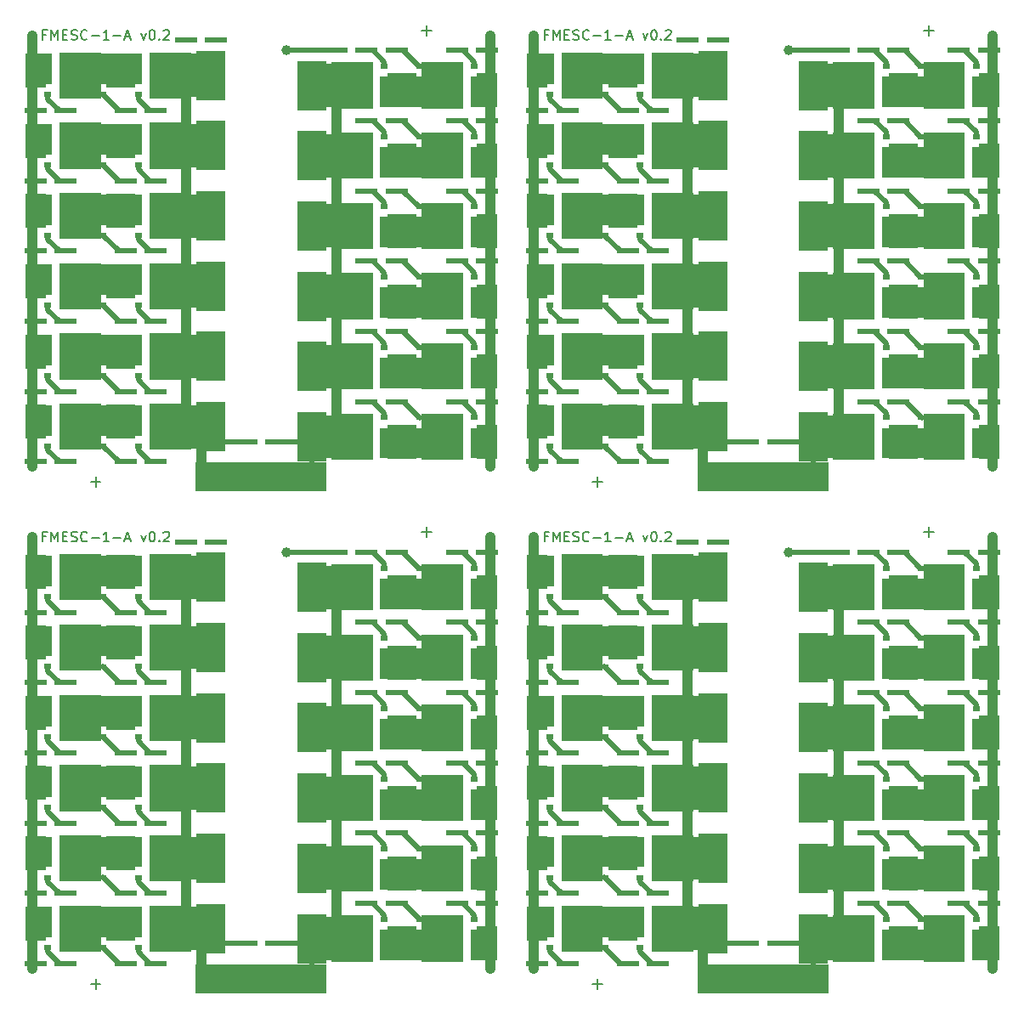
<source format=gbr>
%TF.GenerationSoftware,KiCad,Pcbnew,5.1.8*%
%TF.CreationDate,2020-11-10T00:50:46+08:00*%
%TF.ProjectId,FMESC-1-A-v0.2,464d4553-432d-4312-9d41-2d76302e322e,v0.2*%
%TF.SameCoordinates,Original*%
%TF.FileFunction,Copper,L1,Top*%
%TF.FilePolarity,Positive*%
%FSLAX46Y46*%
G04 Gerber Fmt 4.6, Leading zero omitted, Abs format (unit mm)*
G04 Created by KiCad (PCBNEW 5.1.8) date 2020-11-10 00:50:46*
%MOMM*%
%LPD*%
G01*
G04 APERTURE LIST*
%TA.AperFunction,NonConductor*%
%ADD10C,0.200000*%
%TD*%
%TA.AperFunction,SMDPad,CuDef*%
%ADD11R,3.000000X5.000000*%
%TD*%
%TA.AperFunction,SMDPad,CuDef*%
%ADD12R,2.200000X0.560000*%
%TD*%
%TA.AperFunction,SMDPad,CuDef*%
%ADD13R,2.000000X3.500000*%
%TD*%
%TA.AperFunction,SMDPad,CuDef*%
%ADD14C,0.100000*%
%TD*%
%TA.AperFunction,SMDPad,CuDef*%
%ADD15R,0.650000X0.500000*%
%TD*%
%TA.AperFunction,SMDPad,CuDef*%
%ADD16R,3.000000X3.500000*%
%TD*%
%TA.AperFunction,SMDPad,CuDef*%
%ADD17R,13.000000X3.000000*%
%TD*%
%TA.AperFunction,ViaPad*%
%ADD18C,1.000000*%
%TD*%
%TA.AperFunction,Conductor*%
%ADD19C,1.000000*%
%TD*%
%TA.AperFunction,Conductor*%
%ADD20C,0.500000*%
%TD*%
G04 APERTURE END LIST*
D10*
X93547619Y-92928571D02*
X93214285Y-92928571D01*
X93214285Y-93452380D02*
X93214285Y-92452380D01*
X93690476Y-92452380D01*
X94071428Y-93452380D02*
X94071428Y-92452380D01*
X94404761Y-93166666D01*
X94738095Y-92452380D01*
X94738095Y-93452380D01*
X95214285Y-92928571D02*
X95547619Y-92928571D01*
X95690476Y-93452380D02*
X95214285Y-93452380D01*
X95214285Y-92452380D01*
X95690476Y-92452380D01*
X96071428Y-93404761D02*
X96214285Y-93452380D01*
X96452380Y-93452380D01*
X96547619Y-93404761D01*
X96595238Y-93357142D01*
X96642857Y-93261904D01*
X96642857Y-93166666D01*
X96595238Y-93071428D01*
X96547619Y-93023809D01*
X96452380Y-92976190D01*
X96261904Y-92928571D01*
X96166666Y-92880952D01*
X96119047Y-92833333D01*
X96071428Y-92738095D01*
X96071428Y-92642857D01*
X96119047Y-92547619D01*
X96166666Y-92500000D01*
X96261904Y-92452380D01*
X96500000Y-92452380D01*
X96642857Y-92500000D01*
X97642857Y-93357142D02*
X97595238Y-93404761D01*
X97452380Y-93452380D01*
X97357142Y-93452380D01*
X97214285Y-93404761D01*
X97119047Y-93309523D01*
X97071428Y-93214285D01*
X97023809Y-93023809D01*
X97023809Y-92880952D01*
X97071428Y-92690476D01*
X97119047Y-92595238D01*
X97214285Y-92500000D01*
X97357142Y-92452380D01*
X97452380Y-92452380D01*
X97595238Y-92500000D01*
X97642857Y-92547619D01*
X98071428Y-93071428D02*
X98833333Y-93071428D01*
X99833333Y-93452380D02*
X99261904Y-93452380D01*
X99547619Y-93452380D02*
X99547619Y-92452380D01*
X99452380Y-92595238D01*
X99357142Y-92690476D01*
X99261904Y-92738095D01*
X100261904Y-93071428D02*
X101023809Y-93071428D01*
X101452380Y-93166666D02*
X101928571Y-93166666D01*
X101357142Y-93452380D02*
X101690476Y-92452380D01*
X102023809Y-93452380D01*
X103023809Y-92785714D02*
X103261904Y-93452380D01*
X103500000Y-92785714D01*
X104071428Y-92452380D02*
X104166666Y-92452380D01*
X104261904Y-92500000D01*
X104309523Y-92547619D01*
X104357142Y-92642857D01*
X104404761Y-92833333D01*
X104404761Y-93071428D01*
X104357142Y-93261904D01*
X104309523Y-93357142D01*
X104261904Y-93404761D01*
X104166666Y-93452380D01*
X104071428Y-93452380D01*
X103976190Y-93404761D01*
X103928571Y-93357142D01*
X103880952Y-93261904D01*
X103833333Y-93071428D01*
X103833333Y-92833333D01*
X103880952Y-92642857D01*
X103928571Y-92547619D01*
X103976190Y-92500000D01*
X104071428Y-92452380D01*
X104833333Y-93357142D02*
X104880952Y-93404761D01*
X104833333Y-93452380D01*
X104785714Y-93404761D01*
X104833333Y-93357142D01*
X104833333Y-93452380D01*
X105261904Y-92547619D02*
X105309523Y-92500000D01*
X105404761Y-92452380D01*
X105642857Y-92452380D01*
X105738095Y-92500000D01*
X105785714Y-92547619D01*
X105833333Y-92642857D01*
X105833333Y-92738095D01*
X105785714Y-92880952D01*
X105214285Y-93452380D01*
X105833333Y-93452380D01*
X43547619Y-92928571D02*
X43214285Y-92928571D01*
X43214285Y-93452380D02*
X43214285Y-92452380D01*
X43690476Y-92452380D01*
X44071428Y-93452380D02*
X44071428Y-92452380D01*
X44404761Y-93166666D01*
X44738095Y-92452380D01*
X44738095Y-93452380D01*
X45214285Y-92928571D02*
X45547619Y-92928571D01*
X45690476Y-93452380D02*
X45214285Y-93452380D01*
X45214285Y-92452380D01*
X45690476Y-92452380D01*
X46071428Y-93404761D02*
X46214285Y-93452380D01*
X46452380Y-93452380D01*
X46547619Y-93404761D01*
X46595238Y-93357142D01*
X46642857Y-93261904D01*
X46642857Y-93166666D01*
X46595238Y-93071428D01*
X46547619Y-93023809D01*
X46452380Y-92976190D01*
X46261904Y-92928571D01*
X46166666Y-92880952D01*
X46119047Y-92833333D01*
X46071428Y-92738095D01*
X46071428Y-92642857D01*
X46119047Y-92547619D01*
X46166666Y-92500000D01*
X46261904Y-92452380D01*
X46500000Y-92452380D01*
X46642857Y-92500000D01*
X47642857Y-93357142D02*
X47595238Y-93404761D01*
X47452380Y-93452380D01*
X47357142Y-93452380D01*
X47214285Y-93404761D01*
X47119047Y-93309523D01*
X47071428Y-93214285D01*
X47023809Y-93023809D01*
X47023809Y-92880952D01*
X47071428Y-92690476D01*
X47119047Y-92595238D01*
X47214285Y-92500000D01*
X47357142Y-92452380D01*
X47452380Y-92452380D01*
X47595238Y-92500000D01*
X47642857Y-92547619D01*
X48071428Y-93071428D02*
X48833333Y-93071428D01*
X49833333Y-93452380D02*
X49261904Y-93452380D01*
X49547619Y-93452380D02*
X49547619Y-92452380D01*
X49452380Y-92595238D01*
X49357142Y-92690476D01*
X49261904Y-92738095D01*
X50261904Y-93071428D02*
X51023809Y-93071428D01*
X51452380Y-93166666D02*
X51928571Y-93166666D01*
X51357142Y-93452380D02*
X51690476Y-92452380D01*
X52023809Y-93452380D01*
X53023809Y-92785714D02*
X53261904Y-93452380D01*
X53500000Y-92785714D01*
X54071428Y-92452380D02*
X54166666Y-92452380D01*
X54261904Y-92500000D01*
X54309523Y-92547619D01*
X54357142Y-92642857D01*
X54404761Y-92833333D01*
X54404761Y-93071428D01*
X54357142Y-93261904D01*
X54309523Y-93357142D01*
X54261904Y-93404761D01*
X54166666Y-93452380D01*
X54071428Y-93452380D01*
X53976190Y-93404761D01*
X53928571Y-93357142D01*
X53880952Y-93261904D01*
X53833333Y-93071428D01*
X53833333Y-92833333D01*
X53880952Y-92642857D01*
X53928571Y-92547619D01*
X53976190Y-92500000D01*
X54071428Y-92452380D01*
X54833333Y-93357142D02*
X54880952Y-93404761D01*
X54833333Y-93452380D01*
X54785714Y-93404761D01*
X54833333Y-93357142D01*
X54833333Y-93452380D01*
X55261904Y-92547619D02*
X55309523Y-92500000D01*
X55404761Y-92452380D01*
X55642857Y-92452380D01*
X55738095Y-92500000D01*
X55785714Y-92547619D01*
X55833333Y-92642857D01*
X55833333Y-92738095D01*
X55785714Y-92880952D01*
X55214285Y-93452380D01*
X55833333Y-93452380D01*
X93547619Y-42928571D02*
X93214285Y-42928571D01*
X93214285Y-43452380D02*
X93214285Y-42452380D01*
X93690476Y-42452380D01*
X94071428Y-43452380D02*
X94071428Y-42452380D01*
X94404761Y-43166666D01*
X94738095Y-42452380D01*
X94738095Y-43452380D01*
X95214285Y-42928571D02*
X95547619Y-42928571D01*
X95690476Y-43452380D02*
X95214285Y-43452380D01*
X95214285Y-42452380D01*
X95690476Y-42452380D01*
X96071428Y-43404761D02*
X96214285Y-43452380D01*
X96452380Y-43452380D01*
X96547619Y-43404761D01*
X96595238Y-43357142D01*
X96642857Y-43261904D01*
X96642857Y-43166666D01*
X96595238Y-43071428D01*
X96547619Y-43023809D01*
X96452380Y-42976190D01*
X96261904Y-42928571D01*
X96166666Y-42880952D01*
X96119047Y-42833333D01*
X96071428Y-42738095D01*
X96071428Y-42642857D01*
X96119047Y-42547619D01*
X96166666Y-42500000D01*
X96261904Y-42452380D01*
X96500000Y-42452380D01*
X96642857Y-42500000D01*
X97642857Y-43357142D02*
X97595238Y-43404761D01*
X97452380Y-43452380D01*
X97357142Y-43452380D01*
X97214285Y-43404761D01*
X97119047Y-43309523D01*
X97071428Y-43214285D01*
X97023809Y-43023809D01*
X97023809Y-42880952D01*
X97071428Y-42690476D01*
X97119047Y-42595238D01*
X97214285Y-42500000D01*
X97357142Y-42452380D01*
X97452380Y-42452380D01*
X97595238Y-42500000D01*
X97642857Y-42547619D01*
X98071428Y-43071428D02*
X98833333Y-43071428D01*
X99833333Y-43452380D02*
X99261904Y-43452380D01*
X99547619Y-43452380D02*
X99547619Y-42452380D01*
X99452380Y-42595238D01*
X99357142Y-42690476D01*
X99261904Y-42738095D01*
X100261904Y-43071428D02*
X101023809Y-43071428D01*
X101452380Y-43166666D02*
X101928571Y-43166666D01*
X101357142Y-43452380D02*
X101690476Y-42452380D01*
X102023809Y-43452380D01*
X103023809Y-42785714D02*
X103261904Y-43452380D01*
X103500000Y-42785714D01*
X104071428Y-42452380D02*
X104166666Y-42452380D01*
X104261904Y-42500000D01*
X104309523Y-42547619D01*
X104357142Y-42642857D01*
X104404761Y-42833333D01*
X104404761Y-43071428D01*
X104357142Y-43261904D01*
X104309523Y-43357142D01*
X104261904Y-43404761D01*
X104166666Y-43452380D01*
X104071428Y-43452380D01*
X103976190Y-43404761D01*
X103928571Y-43357142D01*
X103880952Y-43261904D01*
X103833333Y-43071428D01*
X103833333Y-42833333D01*
X103880952Y-42642857D01*
X103928571Y-42547619D01*
X103976190Y-42500000D01*
X104071428Y-42452380D01*
X104833333Y-43357142D02*
X104880952Y-43404761D01*
X104833333Y-43452380D01*
X104785714Y-43404761D01*
X104833333Y-43357142D01*
X104833333Y-43452380D01*
X105261904Y-42547619D02*
X105309523Y-42500000D01*
X105404761Y-42452380D01*
X105642857Y-42452380D01*
X105738095Y-42500000D01*
X105785714Y-42547619D01*
X105833333Y-42642857D01*
X105833333Y-42738095D01*
X105785714Y-42880952D01*
X105214285Y-43452380D01*
X105833333Y-43452380D01*
X131000000Y-92500000D02*
X132000000Y-92500000D01*
X81000000Y-92500000D02*
X82000000Y-92500000D01*
X131000000Y-42500000D02*
X132000000Y-42500000D01*
X131500000Y-92000000D02*
X131500000Y-93000000D01*
X81500000Y-92000000D02*
X81500000Y-93000000D01*
X131500000Y-42000000D02*
X131500000Y-43000000D01*
X98000000Y-137500000D02*
X99000000Y-137500000D01*
X48000000Y-137500000D02*
X49000000Y-137500000D01*
X98000000Y-87500000D02*
X99000000Y-87500000D01*
X98500000Y-137000000D02*
X98500000Y-138000000D01*
X48500000Y-137000000D02*
X48500000Y-138000000D01*
X98500000Y-87000000D02*
X98500000Y-88000000D01*
X48500000Y-87000000D02*
X48500000Y-88000000D01*
X48000000Y-87500000D02*
X49000000Y-87500000D01*
X81500000Y-42000000D02*
X81500000Y-43000000D01*
X81000000Y-42500000D02*
X82000000Y-42500000D01*
X43547619Y-42928571D02*
X43214285Y-42928571D01*
X43214285Y-43452380D02*
X43214285Y-42452380D01*
X43690476Y-42452380D01*
X44071428Y-43452380D02*
X44071428Y-42452380D01*
X44404761Y-43166666D01*
X44738095Y-42452380D01*
X44738095Y-43452380D01*
X45214285Y-42928571D02*
X45547619Y-42928571D01*
X45690476Y-43452380D02*
X45214285Y-43452380D01*
X45214285Y-42452380D01*
X45690476Y-42452380D01*
X46071428Y-43404761D02*
X46214285Y-43452380D01*
X46452380Y-43452380D01*
X46547619Y-43404761D01*
X46595238Y-43357142D01*
X46642857Y-43261904D01*
X46642857Y-43166666D01*
X46595238Y-43071428D01*
X46547619Y-43023809D01*
X46452380Y-42976190D01*
X46261904Y-42928571D01*
X46166666Y-42880952D01*
X46119047Y-42833333D01*
X46071428Y-42738095D01*
X46071428Y-42642857D01*
X46119047Y-42547619D01*
X46166666Y-42500000D01*
X46261904Y-42452380D01*
X46500000Y-42452380D01*
X46642857Y-42500000D01*
X47642857Y-43357142D02*
X47595238Y-43404761D01*
X47452380Y-43452380D01*
X47357142Y-43452380D01*
X47214285Y-43404761D01*
X47119047Y-43309523D01*
X47071428Y-43214285D01*
X47023809Y-43023809D01*
X47023809Y-42880952D01*
X47071428Y-42690476D01*
X47119047Y-42595238D01*
X47214285Y-42500000D01*
X47357142Y-42452380D01*
X47452380Y-42452380D01*
X47595238Y-42500000D01*
X47642857Y-42547619D01*
X48071428Y-43071428D02*
X48833333Y-43071428D01*
X49833333Y-43452380D02*
X49261904Y-43452380D01*
X49547619Y-43452380D02*
X49547619Y-42452380D01*
X49452380Y-42595238D01*
X49357142Y-42690476D01*
X49261904Y-42738095D01*
X50261904Y-43071428D02*
X51023809Y-43071428D01*
X51452380Y-43166666D02*
X51928571Y-43166666D01*
X51357142Y-43452380D02*
X51690476Y-42452380D01*
X52023809Y-43452380D01*
X53023809Y-42785714D02*
X53261904Y-43452380D01*
X53500000Y-42785714D01*
X54071428Y-42452380D02*
X54166666Y-42452380D01*
X54261904Y-42500000D01*
X54309523Y-42547619D01*
X54357142Y-42642857D01*
X54404761Y-42833333D01*
X54404761Y-43071428D01*
X54357142Y-43261904D01*
X54309523Y-43357142D01*
X54261904Y-43404761D01*
X54166666Y-43452380D01*
X54071428Y-43452380D01*
X53976190Y-43404761D01*
X53928571Y-43357142D01*
X53880952Y-43261904D01*
X53833333Y-43071428D01*
X53833333Y-42833333D01*
X53880952Y-42642857D01*
X53928571Y-42547619D01*
X53976190Y-42500000D01*
X54071428Y-42452380D01*
X54833333Y-43357142D02*
X54880952Y-43404761D01*
X54833333Y-43452380D01*
X54785714Y-43404761D01*
X54833333Y-43357142D01*
X54833333Y-43452380D01*
X55261904Y-42547619D02*
X55309523Y-42500000D01*
X55404761Y-42452380D01*
X55642857Y-42452380D01*
X55738095Y-42500000D01*
X55785714Y-42547619D01*
X55833333Y-42642857D01*
X55833333Y-42738095D01*
X55785714Y-42880952D01*
X55214285Y-43452380D01*
X55833333Y-43452380D01*
D11*
%TO.P,JB3,1*%
%TO.N,+BATT*%
X120000000Y-119000000D03*
%TD*%
%TO.P,JB3,1*%
%TO.N,+BATT*%
X70000000Y-119000000D03*
%TD*%
%TO.P,JB3,1*%
%TO.N,+BATT*%
X120000000Y-69000000D03*
%TD*%
D12*
%TO.P,J20,1*%
%TO.N,/M4/A1*%
X101500000Y-121500000D03*
%TO.P,J20,2*%
%TO.N,/M4/AHG*%
X104500000Y-121500000D03*
%TD*%
%TO.P,J20,1*%
%TO.N,/M4/A1*%
X51500000Y-121500000D03*
%TO.P,J20,2*%
%TO.N,/M4/AHG*%
X54500000Y-121500000D03*
%TD*%
%TO.P,J20,1*%
%TO.N,/M4/A1*%
X101500000Y-71500000D03*
%TO.P,J20,2*%
%TO.N,/M4/AHG*%
X104500000Y-71500000D03*
%TD*%
%TO.P,J24,1*%
%TO.N,/M4/C1*%
X101500000Y-135500000D03*
%TO.P,J24,2*%
%TO.N,/M4/CHG*%
X104500000Y-135500000D03*
%TD*%
%TO.P,J24,1*%
%TO.N,/M4/C1*%
X51500000Y-135500000D03*
%TO.P,J24,2*%
%TO.N,/M4/CHG*%
X54500000Y-135500000D03*
%TD*%
%TO.P,J24,1*%
%TO.N,/M4/C1*%
X101500000Y-85500000D03*
%TO.P,J24,2*%
%TO.N,/M4/CHG*%
X104500000Y-85500000D03*
%TD*%
D13*
%TO.P,JG9,1*%
%TO.N,GND*%
X92500000Y-110500000D03*
%TD*%
%TO.P,JG9,1*%
%TO.N,GND*%
X42500000Y-110500000D03*
%TD*%
%TO.P,JG9,1*%
%TO.N,GND*%
X92500000Y-60500000D03*
%TD*%
D11*
%TO.P,JB4,1*%
%TO.N,+BATT*%
X120000000Y-112000000D03*
%TD*%
%TO.P,JB4,1*%
%TO.N,+BATT*%
X70000000Y-112000000D03*
%TD*%
%TO.P,JB4,1*%
%TO.N,+BATT*%
X120000000Y-62000000D03*
%TD*%
D13*
%TO.P,JG1,1*%
%TO.N,GND*%
X137500000Y-133500000D03*
%TD*%
%TO.P,JG1,1*%
%TO.N,GND*%
X87500000Y-133500000D03*
%TD*%
%TO.P,JG1,1*%
%TO.N,GND*%
X137500000Y-83500000D03*
%TD*%
D11*
%TO.P,JB9,1*%
%TO.N,+BATT*%
X110000000Y-111000000D03*
%TD*%
%TO.P,JB9,1*%
%TO.N,+BATT*%
X60000000Y-111000000D03*
%TD*%
%TO.P,JB9,1*%
%TO.N,+BATT*%
X110000000Y-61000000D03*
%TD*%
D12*
%TO.P,J21,1*%
%TO.N,GND*%
X92500000Y-128500000D03*
%TO.P,J21,2*%
%TO.N,/M4/BLG*%
X95500000Y-128500000D03*
%TD*%
%TO.P,J21,1*%
%TO.N,GND*%
X42500000Y-128500000D03*
%TO.P,J21,2*%
%TO.N,/M4/BLG*%
X45500000Y-128500000D03*
%TD*%
%TO.P,J21,1*%
%TO.N,GND*%
X92500000Y-78500000D03*
%TO.P,J21,2*%
%TO.N,/M4/BLG*%
X95500000Y-78500000D03*
%TD*%
D13*
%TO.P,JG3,1*%
%TO.N,GND*%
X137500000Y-119500000D03*
%TD*%
%TO.P,JG3,1*%
%TO.N,GND*%
X87500000Y-119500000D03*
%TD*%
%TO.P,JG3,1*%
%TO.N,GND*%
X137500000Y-69500000D03*
%TD*%
%TA.AperFunction,SMDPad,CuDef*%
D14*
%TO.P,Q6,3*%
%TO.N,/M1/C1*%
G36*
X127575000Y-118115000D02*
G01*
X127575000Y-118615000D01*
X127250000Y-118615000D01*
X127250000Y-119385000D01*
X127575000Y-119385000D01*
X127575000Y-119885000D01*
X127250000Y-119885000D01*
X127250000Y-120655000D01*
X127575000Y-120655000D01*
X127575000Y-121155000D01*
X126850000Y-121155000D01*
X126850000Y-118115000D01*
X127575000Y-118115000D01*
G37*
%TD.AperFunction*%
D15*
%TO.P,Q6,2*%
%TO.N,/M1/CHG*%
X127250000Y-117095000D03*
%TA.AperFunction,SMDPad,CuDef*%
D14*
%TO.P,Q6,1*%
%TO.N,+BATT*%
G36*
X121980000Y-120655000D02*
G01*
X121980000Y-119885000D01*
X121425000Y-119885000D01*
X121425000Y-119385000D01*
X121980000Y-119385000D01*
X121980000Y-118615000D01*
X121425000Y-118615000D01*
X121425000Y-118115000D01*
X121980000Y-118115000D01*
X121980000Y-117345000D01*
X121425000Y-117345000D01*
X121425000Y-116845000D01*
X121980000Y-116845000D01*
X121980000Y-116700000D01*
X126100000Y-116700000D01*
X126100000Y-121300000D01*
X121980000Y-121300000D01*
X121980000Y-121155000D01*
X121425000Y-121155000D01*
X121425000Y-120655000D01*
X121980000Y-120655000D01*
G37*
%TD.AperFunction*%
%TD*%
%TA.AperFunction,SMDPad,CuDef*%
%TO.P,Q6,3*%
%TO.N,/M1/C1*%
G36*
X77575000Y-118115000D02*
G01*
X77575000Y-118615000D01*
X77250000Y-118615000D01*
X77250000Y-119385000D01*
X77575000Y-119385000D01*
X77575000Y-119885000D01*
X77250000Y-119885000D01*
X77250000Y-120655000D01*
X77575000Y-120655000D01*
X77575000Y-121155000D01*
X76850000Y-121155000D01*
X76850000Y-118115000D01*
X77575000Y-118115000D01*
G37*
%TD.AperFunction*%
D15*
%TO.P,Q6,2*%
%TO.N,/M1/CHG*%
X77250000Y-117095000D03*
%TA.AperFunction,SMDPad,CuDef*%
D14*
%TO.P,Q6,1*%
%TO.N,+BATT*%
G36*
X71980000Y-120655000D02*
G01*
X71980000Y-119885000D01*
X71425000Y-119885000D01*
X71425000Y-119385000D01*
X71980000Y-119385000D01*
X71980000Y-118615000D01*
X71425000Y-118615000D01*
X71425000Y-118115000D01*
X71980000Y-118115000D01*
X71980000Y-117345000D01*
X71425000Y-117345000D01*
X71425000Y-116845000D01*
X71980000Y-116845000D01*
X71980000Y-116700000D01*
X76100000Y-116700000D01*
X76100000Y-121300000D01*
X71980000Y-121300000D01*
X71980000Y-121155000D01*
X71425000Y-121155000D01*
X71425000Y-120655000D01*
X71980000Y-120655000D01*
G37*
%TD.AperFunction*%
%TD*%
%TA.AperFunction,SMDPad,CuDef*%
%TO.P,Q6,3*%
%TO.N,/M1/C1*%
G36*
X127575000Y-68115000D02*
G01*
X127575000Y-68615000D01*
X127250000Y-68615000D01*
X127250000Y-69385000D01*
X127575000Y-69385000D01*
X127575000Y-69885000D01*
X127250000Y-69885000D01*
X127250000Y-70655000D01*
X127575000Y-70655000D01*
X127575000Y-71155000D01*
X126850000Y-71155000D01*
X126850000Y-68115000D01*
X127575000Y-68115000D01*
G37*
%TD.AperFunction*%
D15*
%TO.P,Q6,2*%
%TO.N,/M1/CHG*%
X127250000Y-67095000D03*
%TA.AperFunction,SMDPad,CuDef*%
D14*
%TO.P,Q6,1*%
%TO.N,+BATT*%
G36*
X121980000Y-70655000D02*
G01*
X121980000Y-69885000D01*
X121425000Y-69885000D01*
X121425000Y-69385000D01*
X121980000Y-69385000D01*
X121980000Y-68615000D01*
X121425000Y-68615000D01*
X121425000Y-68115000D01*
X121980000Y-68115000D01*
X121980000Y-67345000D01*
X121425000Y-67345000D01*
X121425000Y-66845000D01*
X121980000Y-66845000D01*
X121980000Y-66700000D01*
X126100000Y-66700000D01*
X126100000Y-71300000D01*
X121980000Y-71300000D01*
X121980000Y-71155000D01*
X121425000Y-71155000D01*
X121425000Y-70655000D01*
X121980000Y-70655000D01*
G37*
%TD.AperFunction*%
%TD*%
D12*
%TO.P,J13,1*%
%TO.N,GND*%
X92500000Y-100500000D03*
%TO.P,J13,2*%
%TO.N,/M3/ALG*%
X95500000Y-100500000D03*
%TD*%
%TO.P,J13,1*%
%TO.N,GND*%
X42500000Y-100500000D03*
%TO.P,J13,2*%
%TO.N,/M3/ALG*%
X45500000Y-100500000D03*
%TD*%
%TO.P,J13,1*%
%TO.N,GND*%
X92500000Y-50500000D03*
%TO.P,J13,2*%
%TO.N,/M3/ALG*%
X95500000Y-50500000D03*
%TD*%
D11*
%TO.P,JB1,1*%
%TO.N,+BATT*%
X120000000Y-133000000D03*
%TD*%
%TO.P,JB1,1*%
%TO.N,+BATT*%
X70000000Y-133000000D03*
%TD*%
%TO.P,JB1,1*%
%TO.N,+BATT*%
X120000000Y-83000000D03*
%TD*%
D12*
%TO.P,J19,1*%
%TO.N,GND*%
X92500000Y-121500000D03*
%TO.P,J19,2*%
%TO.N,/M4/ALG*%
X95500000Y-121500000D03*
%TD*%
%TO.P,J19,1*%
%TO.N,GND*%
X42500000Y-121500000D03*
%TO.P,J19,2*%
%TO.N,/M4/ALG*%
X45500000Y-121500000D03*
%TD*%
%TO.P,J19,1*%
%TO.N,GND*%
X92500000Y-71500000D03*
%TO.P,J19,2*%
%TO.N,/M4/ALG*%
X95500000Y-71500000D03*
%TD*%
D11*
%TO.P,JB8,1*%
%TO.N,+BATT*%
X110000000Y-104000000D03*
%TD*%
%TO.P,JB8,1*%
%TO.N,+BATT*%
X60000000Y-104000000D03*
%TD*%
%TO.P,JB8,1*%
%TO.N,+BATT*%
X110000000Y-54000000D03*
%TD*%
%TO.P,JB6,1*%
%TO.N,+BATT*%
X120000000Y-98000000D03*
%TD*%
%TO.P,JB6,1*%
%TO.N,+BATT*%
X70000000Y-98000000D03*
%TD*%
%TO.P,JB6,1*%
%TO.N,+BATT*%
X120000000Y-48000000D03*
%TD*%
D12*
%TO.P,J9,1*%
%TO.N,GND*%
X137500000Y-101500000D03*
%TO.P,J9,2*%
%TO.N,/M2/BLG*%
X134500000Y-101500000D03*
%TD*%
%TO.P,J9,1*%
%TO.N,GND*%
X87500000Y-101500000D03*
%TO.P,J9,2*%
%TO.N,/M2/BLG*%
X84500000Y-101500000D03*
%TD*%
%TO.P,J9,1*%
%TO.N,GND*%
X137500000Y-51500000D03*
%TO.P,J9,2*%
%TO.N,/M2/BLG*%
X134500000Y-51500000D03*
%TD*%
D16*
%TO.P,MB1,1*%
%TO.N,/M1/B1*%
X129000000Y-126500000D03*
%TD*%
%TO.P,MB1,1*%
%TO.N,/M1/B1*%
X79000000Y-126500000D03*
%TD*%
%TO.P,MB1,1*%
%TO.N,/M1/B1*%
X129000000Y-76500000D03*
%TD*%
D13*
%TO.P,JG2,1*%
%TO.N,GND*%
X137500000Y-126500000D03*
%TD*%
%TO.P,JG2,1*%
%TO.N,GND*%
X87500000Y-126500000D03*
%TD*%
%TO.P,JG2,1*%
%TO.N,GND*%
X137500000Y-76500000D03*
%TD*%
%TO.P,JG6,1*%
%TO.N,GND*%
X137500000Y-98500000D03*
%TD*%
%TO.P,JG6,1*%
%TO.N,GND*%
X87500000Y-98500000D03*
%TD*%
%TO.P,JG6,1*%
%TO.N,GND*%
X137500000Y-48500000D03*
%TD*%
D12*
%TO.P,J7,1*%
%TO.N,GND*%
X137500000Y-108500000D03*
%TO.P,J7,2*%
%TO.N,/M2/ALG*%
X134500000Y-108500000D03*
%TD*%
%TO.P,J7,1*%
%TO.N,GND*%
X87500000Y-108500000D03*
%TO.P,J7,2*%
%TO.N,/M2/ALG*%
X84500000Y-108500000D03*
%TD*%
%TO.P,J7,1*%
%TO.N,GND*%
X137500000Y-58500000D03*
%TO.P,J7,2*%
%TO.N,/M2/ALG*%
X134500000Y-58500000D03*
%TD*%
D11*
%TO.P,JB11,1*%
%TO.N,+BATT*%
X110000000Y-125000000D03*
%TD*%
%TO.P,JB11,1*%
%TO.N,+BATT*%
X60000000Y-125000000D03*
%TD*%
%TO.P,JB11,1*%
%TO.N,+BATT*%
X110000000Y-75000000D03*
%TD*%
D12*
%TO.P,J10,1*%
%TO.N,/M2/B1*%
X128500000Y-101500000D03*
%TO.P,J10,2*%
%TO.N,/M2/BHG*%
X125500000Y-101500000D03*
%TD*%
%TO.P,J10,1*%
%TO.N,/M2/B1*%
X78500000Y-101500000D03*
%TO.P,J10,2*%
%TO.N,/M2/BHG*%
X75500000Y-101500000D03*
%TD*%
%TO.P,J10,1*%
%TO.N,/M2/B1*%
X128500000Y-51500000D03*
%TO.P,J10,2*%
%TO.N,/M2/BHG*%
X125500000Y-51500000D03*
%TD*%
D16*
%TO.P,MC2,1*%
%TO.N,/M2/C1*%
X129000000Y-98500000D03*
%TD*%
%TO.P,MC2,1*%
%TO.N,/M2/C1*%
X79000000Y-98500000D03*
%TD*%
%TO.P,MC2,1*%
%TO.N,/M2/C1*%
X129000000Y-48500000D03*
%TD*%
D12*
%TO.P,J6,1*%
%TO.N,/M1/C1*%
X128500000Y-115500000D03*
%TO.P,J6,2*%
%TO.N,/M1/CHG*%
X125500000Y-115500000D03*
%TD*%
%TO.P,J6,1*%
%TO.N,/M1/C1*%
X78500000Y-115500000D03*
%TO.P,J6,2*%
%TO.N,/M1/CHG*%
X75500000Y-115500000D03*
%TD*%
%TO.P,J6,1*%
%TO.N,/M1/C1*%
X128500000Y-65500000D03*
%TO.P,J6,2*%
%TO.N,/M1/CHG*%
X125500000Y-65500000D03*
%TD*%
D11*
%TO.P,JB5,1*%
%TO.N,+BATT*%
X120000000Y-105000000D03*
%TD*%
%TO.P,JB5,1*%
%TO.N,+BATT*%
X70000000Y-105000000D03*
%TD*%
%TO.P,JB5,1*%
%TO.N,+BATT*%
X120000000Y-55000000D03*
%TD*%
D16*
%TO.P,MA4,1*%
%TO.N,/M4/A1*%
X101000000Y-117500000D03*
%TD*%
%TO.P,MA4,1*%
%TO.N,/M4/A1*%
X51000000Y-117500000D03*
%TD*%
%TO.P,MA4,1*%
%TO.N,/M4/A1*%
X101000000Y-67500000D03*
%TD*%
%TA.AperFunction,SMDPad,CuDef*%
D14*
%TO.P,Q4,3*%
%TO.N,/M1/B1*%
G36*
X127575000Y-125115000D02*
G01*
X127575000Y-125615000D01*
X127250000Y-125615000D01*
X127250000Y-126385000D01*
X127575000Y-126385000D01*
X127575000Y-126885000D01*
X127250000Y-126885000D01*
X127250000Y-127655000D01*
X127575000Y-127655000D01*
X127575000Y-128155000D01*
X126850000Y-128155000D01*
X126850000Y-125115000D01*
X127575000Y-125115000D01*
G37*
%TD.AperFunction*%
D15*
%TO.P,Q4,2*%
%TO.N,/M1/BHG*%
X127250000Y-124095000D03*
%TA.AperFunction,SMDPad,CuDef*%
D14*
%TO.P,Q4,1*%
%TO.N,+BATT*%
G36*
X121980000Y-127655000D02*
G01*
X121980000Y-126885000D01*
X121425000Y-126885000D01*
X121425000Y-126385000D01*
X121980000Y-126385000D01*
X121980000Y-125615000D01*
X121425000Y-125615000D01*
X121425000Y-125115000D01*
X121980000Y-125115000D01*
X121980000Y-124345000D01*
X121425000Y-124345000D01*
X121425000Y-123845000D01*
X121980000Y-123845000D01*
X121980000Y-123700000D01*
X126100000Y-123700000D01*
X126100000Y-128300000D01*
X121980000Y-128300000D01*
X121980000Y-128155000D01*
X121425000Y-128155000D01*
X121425000Y-127655000D01*
X121980000Y-127655000D01*
G37*
%TD.AperFunction*%
%TD*%
%TA.AperFunction,SMDPad,CuDef*%
%TO.P,Q4,3*%
%TO.N,/M1/B1*%
G36*
X77575000Y-125115000D02*
G01*
X77575000Y-125615000D01*
X77250000Y-125615000D01*
X77250000Y-126385000D01*
X77575000Y-126385000D01*
X77575000Y-126885000D01*
X77250000Y-126885000D01*
X77250000Y-127655000D01*
X77575000Y-127655000D01*
X77575000Y-128155000D01*
X76850000Y-128155000D01*
X76850000Y-125115000D01*
X77575000Y-125115000D01*
G37*
%TD.AperFunction*%
D15*
%TO.P,Q4,2*%
%TO.N,/M1/BHG*%
X77250000Y-124095000D03*
%TA.AperFunction,SMDPad,CuDef*%
D14*
%TO.P,Q4,1*%
%TO.N,+BATT*%
G36*
X71980000Y-127655000D02*
G01*
X71980000Y-126885000D01*
X71425000Y-126885000D01*
X71425000Y-126385000D01*
X71980000Y-126385000D01*
X71980000Y-125615000D01*
X71425000Y-125615000D01*
X71425000Y-125115000D01*
X71980000Y-125115000D01*
X71980000Y-124345000D01*
X71425000Y-124345000D01*
X71425000Y-123845000D01*
X71980000Y-123845000D01*
X71980000Y-123700000D01*
X76100000Y-123700000D01*
X76100000Y-128300000D01*
X71980000Y-128300000D01*
X71980000Y-128155000D01*
X71425000Y-128155000D01*
X71425000Y-127655000D01*
X71980000Y-127655000D01*
G37*
%TD.AperFunction*%
%TD*%
%TA.AperFunction,SMDPad,CuDef*%
%TO.P,Q4,3*%
%TO.N,/M1/B1*%
G36*
X127575000Y-75115000D02*
G01*
X127575000Y-75615000D01*
X127250000Y-75615000D01*
X127250000Y-76385000D01*
X127575000Y-76385000D01*
X127575000Y-76885000D01*
X127250000Y-76885000D01*
X127250000Y-77655000D01*
X127575000Y-77655000D01*
X127575000Y-78155000D01*
X126850000Y-78155000D01*
X126850000Y-75115000D01*
X127575000Y-75115000D01*
G37*
%TD.AperFunction*%
D15*
%TO.P,Q4,2*%
%TO.N,/M1/BHG*%
X127250000Y-74095000D03*
%TA.AperFunction,SMDPad,CuDef*%
D14*
%TO.P,Q4,1*%
%TO.N,+BATT*%
G36*
X121980000Y-77655000D02*
G01*
X121980000Y-76885000D01*
X121425000Y-76885000D01*
X121425000Y-76385000D01*
X121980000Y-76385000D01*
X121980000Y-75615000D01*
X121425000Y-75615000D01*
X121425000Y-75115000D01*
X121980000Y-75115000D01*
X121980000Y-74345000D01*
X121425000Y-74345000D01*
X121425000Y-73845000D01*
X121980000Y-73845000D01*
X121980000Y-73700000D01*
X126100000Y-73700000D01*
X126100000Y-78300000D01*
X121980000Y-78300000D01*
X121980000Y-78155000D01*
X121425000Y-78155000D01*
X121425000Y-77655000D01*
X121980000Y-77655000D01*
G37*
%TD.AperFunction*%
%TD*%
%TA.AperFunction,SMDPad,CuDef*%
%TO.P,Q7,3*%
%TO.N,GND*%
G36*
X136575000Y-111115000D02*
G01*
X136575000Y-111615000D01*
X136250000Y-111615000D01*
X136250000Y-112385000D01*
X136575000Y-112385000D01*
X136575000Y-112885000D01*
X136250000Y-112885000D01*
X136250000Y-113655000D01*
X136575000Y-113655000D01*
X136575000Y-114155000D01*
X135850000Y-114155000D01*
X135850000Y-111115000D01*
X136575000Y-111115000D01*
G37*
%TD.AperFunction*%
D15*
%TO.P,Q7,2*%
%TO.N,/M2/ALG*%
X136250000Y-110095000D03*
%TA.AperFunction,SMDPad,CuDef*%
D14*
%TO.P,Q7,1*%
%TO.N,/M2/A1*%
G36*
X130980000Y-113655000D02*
G01*
X130980000Y-112885000D01*
X130425000Y-112885000D01*
X130425000Y-112385000D01*
X130980000Y-112385000D01*
X130980000Y-111615000D01*
X130425000Y-111615000D01*
X130425000Y-111115000D01*
X130980000Y-111115000D01*
X130980000Y-110345000D01*
X130425000Y-110345000D01*
X130425000Y-109845000D01*
X130980000Y-109845000D01*
X130980000Y-109700000D01*
X135100000Y-109700000D01*
X135100000Y-114300000D01*
X130980000Y-114300000D01*
X130980000Y-114155000D01*
X130425000Y-114155000D01*
X130425000Y-113655000D01*
X130980000Y-113655000D01*
G37*
%TD.AperFunction*%
%TD*%
%TA.AperFunction,SMDPad,CuDef*%
%TO.P,Q7,3*%
%TO.N,GND*%
G36*
X86575000Y-111115000D02*
G01*
X86575000Y-111615000D01*
X86250000Y-111615000D01*
X86250000Y-112385000D01*
X86575000Y-112385000D01*
X86575000Y-112885000D01*
X86250000Y-112885000D01*
X86250000Y-113655000D01*
X86575000Y-113655000D01*
X86575000Y-114155000D01*
X85850000Y-114155000D01*
X85850000Y-111115000D01*
X86575000Y-111115000D01*
G37*
%TD.AperFunction*%
D15*
%TO.P,Q7,2*%
%TO.N,/M2/ALG*%
X86250000Y-110095000D03*
%TA.AperFunction,SMDPad,CuDef*%
D14*
%TO.P,Q7,1*%
%TO.N,/M2/A1*%
G36*
X80980000Y-113655000D02*
G01*
X80980000Y-112885000D01*
X80425000Y-112885000D01*
X80425000Y-112385000D01*
X80980000Y-112385000D01*
X80980000Y-111615000D01*
X80425000Y-111615000D01*
X80425000Y-111115000D01*
X80980000Y-111115000D01*
X80980000Y-110345000D01*
X80425000Y-110345000D01*
X80425000Y-109845000D01*
X80980000Y-109845000D01*
X80980000Y-109700000D01*
X85100000Y-109700000D01*
X85100000Y-114300000D01*
X80980000Y-114300000D01*
X80980000Y-114155000D01*
X80425000Y-114155000D01*
X80425000Y-113655000D01*
X80980000Y-113655000D01*
G37*
%TD.AperFunction*%
%TD*%
%TA.AperFunction,SMDPad,CuDef*%
%TO.P,Q7,3*%
%TO.N,GND*%
G36*
X136575000Y-61115000D02*
G01*
X136575000Y-61615000D01*
X136250000Y-61615000D01*
X136250000Y-62385000D01*
X136575000Y-62385000D01*
X136575000Y-62885000D01*
X136250000Y-62885000D01*
X136250000Y-63655000D01*
X136575000Y-63655000D01*
X136575000Y-64155000D01*
X135850000Y-64155000D01*
X135850000Y-61115000D01*
X136575000Y-61115000D01*
G37*
%TD.AperFunction*%
D15*
%TO.P,Q7,2*%
%TO.N,/M2/ALG*%
X136250000Y-60095000D03*
%TA.AperFunction,SMDPad,CuDef*%
D14*
%TO.P,Q7,1*%
%TO.N,/M2/A1*%
G36*
X130980000Y-63655000D02*
G01*
X130980000Y-62885000D01*
X130425000Y-62885000D01*
X130425000Y-62385000D01*
X130980000Y-62385000D01*
X130980000Y-61615000D01*
X130425000Y-61615000D01*
X130425000Y-61115000D01*
X130980000Y-61115000D01*
X130980000Y-60345000D01*
X130425000Y-60345000D01*
X130425000Y-59845000D01*
X130980000Y-59845000D01*
X130980000Y-59700000D01*
X135100000Y-59700000D01*
X135100000Y-64300000D01*
X130980000Y-64300000D01*
X130980000Y-64155000D01*
X130425000Y-64155000D01*
X130425000Y-63655000D01*
X130980000Y-63655000D01*
G37*
%TD.AperFunction*%
%TD*%
%TA.AperFunction,SMDPad,CuDef*%
%TO.P,Q8,3*%
%TO.N,/M2/A1*%
G36*
X127575000Y-111115000D02*
G01*
X127575000Y-111615000D01*
X127250000Y-111615000D01*
X127250000Y-112385000D01*
X127575000Y-112385000D01*
X127575000Y-112885000D01*
X127250000Y-112885000D01*
X127250000Y-113655000D01*
X127575000Y-113655000D01*
X127575000Y-114155000D01*
X126850000Y-114155000D01*
X126850000Y-111115000D01*
X127575000Y-111115000D01*
G37*
%TD.AperFunction*%
D15*
%TO.P,Q8,2*%
%TO.N,/M2/AHG*%
X127250000Y-110095000D03*
%TA.AperFunction,SMDPad,CuDef*%
D14*
%TO.P,Q8,1*%
%TO.N,+BATT*%
G36*
X121980000Y-113655000D02*
G01*
X121980000Y-112885000D01*
X121425000Y-112885000D01*
X121425000Y-112385000D01*
X121980000Y-112385000D01*
X121980000Y-111615000D01*
X121425000Y-111615000D01*
X121425000Y-111115000D01*
X121980000Y-111115000D01*
X121980000Y-110345000D01*
X121425000Y-110345000D01*
X121425000Y-109845000D01*
X121980000Y-109845000D01*
X121980000Y-109700000D01*
X126100000Y-109700000D01*
X126100000Y-114300000D01*
X121980000Y-114300000D01*
X121980000Y-114155000D01*
X121425000Y-114155000D01*
X121425000Y-113655000D01*
X121980000Y-113655000D01*
G37*
%TD.AperFunction*%
%TD*%
%TA.AperFunction,SMDPad,CuDef*%
%TO.P,Q8,3*%
%TO.N,/M2/A1*%
G36*
X77575000Y-111115000D02*
G01*
X77575000Y-111615000D01*
X77250000Y-111615000D01*
X77250000Y-112385000D01*
X77575000Y-112385000D01*
X77575000Y-112885000D01*
X77250000Y-112885000D01*
X77250000Y-113655000D01*
X77575000Y-113655000D01*
X77575000Y-114155000D01*
X76850000Y-114155000D01*
X76850000Y-111115000D01*
X77575000Y-111115000D01*
G37*
%TD.AperFunction*%
D15*
%TO.P,Q8,2*%
%TO.N,/M2/AHG*%
X77250000Y-110095000D03*
%TA.AperFunction,SMDPad,CuDef*%
D14*
%TO.P,Q8,1*%
%TO.N,+BATT*%
G36*
X71980000Y-113655000D02*
G01*
X71980000Y-112885000D01*
X71425000Y-112885000D01*
X71425000Y-112385000D01*
X71980000Y-112385000D01*
X71980000Y-111615000D01*
X71425000Y-111615000D01*
X71425000Y-111115000D01*
X71980000Y-111115000D01*
X71980000Y-110345000D01*
X71425000Y-110345000D01*
X71425000Y-109845000D01*
X71980000Y-109845000D01*
X71980000Y-109700000D01*
X76100000Y-109700000D01*
X76100000Y-114300000D01*
X71980000Y-114300000D01*
X71980000Y-114155000D01*
X71425000Y-114155000D01*
X71425000Y-113655000D01*
X71980000Y-113655000D01*
G37*
%TD.AperFunction*%
%TD*%
%TA.AperFunction,SMDPad,CuDef*%
%TO.P,Q8,3*%
%TO.N,/M2/A1*%
G36*
X127575000Y-61115000D02*
G01*
X127575000Y-61615000D01*
X127250000Y-61615000D01*
X127250000Y-62385000D01*
X127575000Y-62385000D01*
X127575000Y-62885000D01*
X127250000Y-62885000D01*
X127250000Y-63655000D01*
X127575000Y-63655000D01*
X127575000Y-64155000D01*
X126850000Y-64155000D01*
X126850000Y-61115000D01*
X127575000Y-61115000D01*
G37*
%TD.AperFunction*%
D15*
%TO.P,Q8,2*%
%TO.N,/M2/AHG*%
X127250000Y-60095000D03*
%TA.AperFunction,SMDPad,CuDef*%
D14*
%TO.P,Q8,1*%
%TO.N,+BATT*%
G36*
X121980000Y-63655000D02*
G01*
X121980000Y-62885000D01*
X121425000Y-62885000D01*
X121425000Y-62385000D01*
X121980000Y-62385000D01*
X121980000Y-61615000D01*
X121425000Y-61615000D01*
X121425000Y-61115000D01*
X121980000Y-61115000D01*
X121980000Y-60345000D01*
X121425000Y-60345000D01*
X121425000Y-59845000D01*
X121980000Y-59845000D01*
X121980000Y-59700000D01*
X126100000Y-59700000D01*
X126100000Y-64300000D01*
X121980000Y-64300000D01*
X121980000Y-64155000D01*
X121425000Y-64155000D01*
X121425000Y-63655000D01*
X121980000Y-63655000D01*
G37*
%TD.AperFunction*%
%TD*%
D16*
%TO.P,MC3,1*%
%TO.N,/M3/C1*%
X101000000Y-110500000D03*
%TD*%
%TO.P,MC3,1*%
%TO.N,/M3/C1*%
X51000000Y-110500000D03*
%TD*%
%TO.P,MC3,1*%
%TO.N,/M3/C1*%
X101000000Y-60500000D03*
%TD*%
D12*
%TO.P,J8,1*%
%TO.N,/M2/A1*%
X128500000Y-108500000D03*
%TO.P,J8,2*%
%TO.N,/M2/AHG*%
X125500000Y-108500000D03*
%TD*%
%TO.P,J8,1*%
%TO.N,/M2/A1*%
X78500000Y-108500000D03*
%TO.P,J8,2*%
%TO.N,/M2/AHG*%
X75500000Y-108500000D03*
%TD*%
%TO.P,J8,1*%
%TO.N,/M2/A1*%
X128500000Y-58500000D03*
%TO.P,J8,2*%
%TO.N,/M2/AHG*%
X125500000Y-58500000D03*
%TD*%
D16*
%TO.P,MB3,1*%
%TO.N,/M3/B1*%
X101000000Y-103500000D03*
%TD*%
%TO.P,MB3,1*%
%TO.N,/M3/B1*%
X51000000Y-103500000D03*
%TD*%
%TO.P,MB3,1*%
%TO.N,/M3/B1*%
X101000000Y-53500000D03*
%TD*%
%TO.P,MA3,1*%
%TO.N,/M3/A1*%
X101000000Y-96500000D03*
%TD*%
%TO.P,MA3,1*%
%TO.N,/M3/A1*%
X51000000Y-96500000D03*
%TD*%
%TO.P,MA3,1*%
%TO.N,/M3/A1*%
X101000000Y-46500000D03*
%TD*%
D13*
%TO.P,JG4,1*%
%TO.N,GND*%
X137500000Y-112500000D03*
%TD*%
%TO.P,JG4,1*%
%TO.N,GND*%
X87500000Y-112500000D03*
%TD*%
%TO.P,JG4,1*%
%TO.N,GND*%
X137500000Y-62500000D03*
%TD*%
D16*
%TO.P,MA1,1*%
%TO.N,/M1/A1*%
X129000000Y-133500000D03*
%TD*%
%TO.P,MA1,1*%
%TO.N,/M1/A1*%
X79000000Y-133500000D03*
%TD*%
%TO.P,MA1,1*%
%TO.N,/M1/A1*%
X129000000Y-83500000D03*
%TD*%
%TA.AperFunction,SMDPad,CuDef*%
D14*
%TO.P,Q24,3*%
%TO.N,/M4/C1*%
G36*
X102425000Y-132885000D02*
G01*
X102425000Y-132385000D01*
X102750000Y-132385000D01*
X102750000Y-131615000D01*
X102425000Y-131615000D01*
X102425000Y-131115000D01*
X102750000Y-131115000D01*
X102750000Y-130345000D01*
X102425000Y-130345000D01*
X102425000Y-129845000D01*
X103150000Y-129845000D01*
X103150000Y-132885000D01*
X102425000Y-132885000D01*
G37*
%TD.AperFunction*%
D15*
%TO.P,Q24,2*%
%TO.N,/M4/CHG*%
X102750000Y-133905000D03*
%TA.AperFunction,SMDPad,CuDef*%
D14*
%TO.P,Q24,1*%
%TO.N,+BATT*%
G36*
X108020000Y-130345000D02*
G01*
X108020000Y-131115000D01*
X108575000Y-131115000D01*
X108575000Y-131615000D01*
X108020000Y-131615000D01*
X108020000Y-132385000D01*
X108575000Y-132385000D01*
X108575000Y-132885000D01*
X108020000Y-132885000D01*
X108020000Y-133655000D01*
X108575000Y-133655000D01*
X108575000Y-134155000D01*
X108020000Y-134155000D01*
X108020000Y-134300000D01*
X103900000Y-134300000D01*
X103900000Y-129700000D01*
X108020000Y-129700000D01*
X108020000Y-129845000D01*
X108575000Y-129845000D01*
X108575000Y-130345000D01*
X108020000Y-130345000D01*
G37*
%TD.AperFunction*%
%TD*%
%TA.AperFunction,SMDPad,CuDef*%
%TO.P,Q24,3*%
%TO.N,/M4/C1*%
G36*
X52425000Y-132885000D02*
G01*
X52425000Y-132385000D01*
X52750000Y-132385000D01*
X52750000Y-131615000D01*
X52425000Y-131615000D01*
X52425000Y-131115000D01*
X52750000Y-131115000D01*
X52750000Y-130345000D01*
X52425000Y-130345000D01*
X52425000Y-129845000D01*
X53150000Y-129845000D01*
X53150000Y-132885000D01*
X52425000Y-132885000D01*
G37*
%TD.AperFunction*%
D15*
%TO.P,Q24,2*%
%TO.N,/M4/CHG*%
X52750000Y-133905000D03*
%TA.AperFunction,SMDPad,CuDef*%
D14*
%TO.P,Q24,1*%
%TO.N,+BATT*%
G36*
X58020000Y-130345000D02*
G01*
X58020000Y-131115000D01*
X58575000Y-131115000D01*
X58575000Y-131615000D01*
X58020000Y-131615000D01*
X58020000Y-132385000D01*
X58575000Y-132385000D01*
X58575000Y-132885000D01*
X58020000Y-132885000D01*
X58020000Y-133655000D01*
X58575000Y-133655000D01*
X58575000Y-134155000D01*
X58020000Y-134155000D01*
X58020000Y-134300000D01*
X53900000Y-134300000D01*
X53900000Y-129700000D01*
X58020000Y-129700000D01*
X58020000Y-129845000D01*
X58575000Y-129845000D01*
X58575000Y-130345000D01*
X58020000Y-130345000D01*
G37*
%TD.AperFunction*%
%TD*%
%TA.AperFunction,SMDPad,CuDef*%
%TO.P,Q24,3*%
%TO.N,/M4/C1*%
G36*
X102425000Y-82885000D02*
G01*
X102425000Y-82385000D01*
X102750000Y-82385000D01*
X102750000Y-81615000D01*
X102425000Y-81615000D01*
X102425000Y-81115000D01*
X102750000Y-81115000D01*
X102750000Y-80345000D01*
X102425000Y-80345000D01*
X102425000Y-79845000D01*
X103150000Y-79845000D01*
X103150000Y-82885000D01*
X102425000Y-82885000D01*
G37*
%TD.AperFunction*%
D15*
%TO.P,Q24,2*%
%TO.N,/M4/CHG*%
X102750000Y-83905000D03*
%TA.AperFunction,SMDPad,CuDef*%
D14*
%TO.P,Q24,1*%
%TO.N,+BATT*%
G36*
X108020000Y-80345000D02*
G01*
X108020000Y-81115000D01*
X108575000Y-81115000D01*
X108575000Y-81615000D01*
X108020000Y-81615000D01*
X108020000Y-82385000D01*
X108575000Y-82385000D01*
X108575000Y-82885000D01*
X108020000Y-82885000D01*
X108020000Y-83655000D01*
X108575000Y-83655000D01*
X108575000Y-84155000D01*
X108020000Y-84155000D01*
X108020000Y-84300000D01*
X103900000Y-84300000D01*
X103900000Y-79700000D01*
X108020000Y-79700000D01*
X108020000Y-79845000D01*
X108575000Y-79845000D01*
X108575000Y-80345000D01*
X108020000Y-80345000D01*
G37*
%TD.AperFunction*%
%TD*%
%TA.AperFunction,SMDPad,CuDef*%
%TO.P,Q23,3*%
%TO.N,GND*%
G36*
X93425000Y-132885000D02*
G01*
X93425000Y-132385000D01*
X93750000Y-132385000D01*
X93750000Y-131615000D01*
X93425000Y-131615000D01*
X93425000Y-131115000D01*
X93750000Y-131115000D01*
X93750000Y-130345000D01*
X93425000Y-130345000D01*
X93425000Y-129845000D01*
X94150000Y-129845000D01*
X94150000Y-132885000D01*
X93425000Y-132885000D01*
G37*
%TD.AperFunction*%
D15*
%TO.P,Q23,2*%
%TO.N,/M4/CLG*%
X93750000Y-133905000D03*
%TA.AperFunction,SMDPad,CuDef*%
D14*
%TO.P,Q23,1*%
%TO.N,/M4/C1*%
G36*
X99020000Y-130345000D02*
G01*
X99020000Y-131115000D01*
X99575000Y-131115000D01*
X99575000Y-131615000D01*
X99020000Y-131615000D01*
X99020000Y-132385000D01*
X99575000Y-132385000D01*
X99575000Y-132885000D01*
X99020000Y-132885000D01*
X99020000Y-133655000D01*
X99575000Y-133655000D01*
X99575000Y-134155000D01*
X99020000Y-134155000D01*
X99020000Y-134300000D01*
X94900000Y-134300000D01*
X94900000Y-129700000D01*
X99020000Y-129700000D01*
X99020000Y-129845000D01*
X99575000Y-129845000D01*
X99575000Y-130345000D01*
X99020000Y-130345000D01*
G37*
%TD.AperFunction*%
%TD*%
%TA.AperFunction,SMDPad,CuDef*%
%TO.P,Q23,3*%
%TO.N,GND*%
G36*
X43425000Y-132885000D02*
G01*
X43425000Y-132385000D01*
X43750000Y-132385000D01*
X43750000Y-131615000D01*
X43425000Y-131615000D01*
X43425000Y-131115000D01*
X43750000Y-131115000D01*
X43750000Y-130345000D01*
X43425000Y-130345000D01*
X43425000Y-129845000D01*
X44150000Y-129845000D01*
X44150000Y-132885000D01*
X43425000Y-132885000D01*
G37*
%TD.AperFunction*%
D15*
%TO.P,Q23,2*%
%TO.N,/M4/CLG*%
X43750000Y-133905000D03*
%TA.AperFunction,SMDPad,CuDef*%
D14*
%TO.P,Q23,1*%
%TO.N,/M4/C1*%
G36*
X49020000Y-130345000D02*
G01*
X49020000Y-131115000D01*
X49575000Y-131115000D01*
X49575000Y-131615000D01*
X49020000Y-131615000D01*
X49020000Y-132385000D01*
X49575000Y-132385000D01*
X49575000Y-132885000D01*
X49020000Y-132885000D01*
X49020000Y-133655000D01*
X49575000Y-133655000D01*
X49575000Y-134155000D01*
X49020000Y-134155000D01*
X49020000Y-134300000D01*
X44900000Y-134300000D01*
X44900000Y-129700000D01*
X49020000Y-129700000D01*
X49020000Y-129845000D01*
X49575000Y-129845000D01*
X49575000Y-130345000D01*
X49020000Y-130345000D01*
G37*
%TD.AperFunction*%
%TD*%
%TA.AperFunction,SMDPad,CuDef*%
%TO.P,Q23,3*%
%TO.N,GND*%
G36*
X93425000Y-82885000D02*
G01*
X93425000Y-82385000D01*
X93750000Y-82385000D01*
X93750000Y-81615000D01*
X93425000Y-81615000D01*
X93425000Y-81115000D01*
X93750000Y-81115000D01*
X93750000Y-80345000D01*
X93425000Y-80345000D01*
X93425000Y-79845000D01*
X94150000Y-79845000D01*
X94150000Y-82885000D01*
X93425000Y-82885000D01*
G37*
%TD.AperFunction*%
D15*
%TO.P,Q23,2*%
%TO.N,/M4/CLG*%
X93750000Y-83905000D03*
%TA.AperFunction,SMDPad,CuDef*%
D14*
%TO.P,Q23,1*%
%TO.N,/M4/C1*%
G36*
X99020000Y-80345000D02*
G01*
X99020000Y-81115000D01*
X99575000Y-81115000D01*
X99575000Y-81615000D01*
X99020000Y-81615000D01*
X99020000Y-82385000D01*
X99575000Y-82385000D01*
X99575000Y-82885000D01*
X99020000Y-82885000D01*
X99020000Y-83655000D01*
X99575000Y-83655000D01*
X99575000Y-84155000D01*
X99020000Y-84155000D01*
X99020000Y-84300000D01*
X94900000Y-84300000D01*
X94900000Y-79700000D01*
X99020000Y-79700000D01*
X99020000Y-79845000D01*
X99575000Y-79845000D01*
X99575000Y-80345000D01*
X99020000Y-80345000D01*
G37*
%TD.AperFunction*%
%TD*%
D12*
%TO.P,J4,1*%
%TO.N,/M1/B1*%
X128500000Y-122500000D03*
%TO.P,J4,2*%
%TO.N,/M1/BHG*%
X125500000Y-122500000D03*
%TD*%
%TO.P,J4,1*%
%TO.N,/M1/B1*%
X78500000Y-122500000D03*
%TO.P,J4,2*%
%TO.N,/M1/BHG*%
X75500000Y-122500000D03*
%TD*%
%TO.P,J4,1*%
%TO.N,/M1/B1*%
X128500000Y-72500000D03*
%TO.P,J4,2*%
%TO.N,/M1/BHG*%
X125500000Y-72500000D03*
%TD*%
D16*
%TO.P,MB2,1*%
%TO.N,/M2/B1*%
X129000000Y-105500000D03*
%TD*%
%TO.P,MB2,1*%
%TO.N,/M2/B1*%
X79000000Y-105500000D03*
%TD*%
%TO.P,MB2,1*%
%TO.N,/M2/B1*%
X129000000Y-55500000D03*
%TD*%
%TO.P,MB4,1*%
%TO.N,/M4/B1*%
X101000000Y-124500000D03*
%TD*%
%TO.P,MB4,1*%
%TO.N,/M4/B1*%
X51000000Y-124500000D03*
%TD*%
%TO.P,MB4,1*%
%TO.N,/M4/B1*%
X101000000Y-74500000D03*
%TD*%
%TA.AperFunction,SMDPad,CuDef*%
D14*
%TO.P,Q9,3*%
%TO.N,GND*%
G36*
X136575000Y-104115000D02*
G01*
X136575000Y-104615000D01*
X136250000Y-104615000D01*
X136250000Y-105385000D01*
X136575000Y-105385000D01*
X136575000Y-105885000D01*
X136250000Y-105885000D01*
X136250000Y-106655000D01*
X136575000Y-106655000D01*
X136575000Y-107155000D01*
X135850000Y-107155000D01*
X135850000Y-104115000D01*
X136575000Y-104115000D01*
G37*
%TD.AperFunction*%
D15*
%TO.P,Q9,2*%
%TO.N,/M2/BLG*%
X136250000Y-103095000D03*
%TA.AperFunction,SMDPad,CuDef*%
D14*
%TO.P,Q9,1*%
%TO.N,/M2/B1*%
G36*
X130980000Y-106655000D02*
G01*
X130980000Y-105885000D01*
X130425000Y-105885000D01*
X130425000Y-105385000D01*
X130980000Y-105385000D01*
X130980000Y-104615000D01*
X130425000Y-104615000D01*
X130425000Y-104115000D01*
X130980000Y-104115000D01*
X130980000Y-103345000D01*
X130425000Y-103345000D01*
X130425000Y-102845000D01*
X130980000Y-102845000D01*
X130980000Y-102700000D01*
X135100000Y-102700000D01*
X135100000Y-107300000D01*
X130980000Y-107300000D01*
X130980000Y-107155000D01*
X130425000Y-107155000D01*
X130425000Y-106655000D01*
X130980000Y-106655000D01*
G37*
%TD.AperFunction*%
%TD*%
%TA.AperFunction,SMDPad,CuDef*%
%TO.P,Q9,3*%
%TO.N,GND*%
G36*
X86575000Y-104115000D02*
G01*
X86575000Y-104615000D01*
X86250000Y-104615000D01*
X86250000Y-105385000D01*
X86575000Y-105385000D01*
X86575000Y-105885000D01*
X86250000Y-105885000D01*
X86250000Y-106655000D01*
X86575000Y-106655000D01*
X86575000Y-107155000D01*
X85850000Y-107155000D01*
X85850000Y-104115000D01*
X86575000Y-104115000D01*
G37*
%TD.AperFunction*%
D15*
%TO.P,Q9,2*%
%TO.N,/M2/BLG*%
X86250000Y-103095000D03*
%TA.AperFunction,SMDPad,CuDef*%
D14*
%TO.P,Q9,1*%
%TO.N,/M2/B1*%
G36*
X80980000Y-106655000D02*
G01*
X80980000Y-105885000D01*
X80425000Y-105885000D01*
X80425000Y-105385000D01*
X80980000Y-105385000D01*
X80980000Y-104615000D01*
X80425000Y-104615000D01*
X80425000Y-104115000D01*
X80980000Y-104115000D01*
X80980000Y-103345000D01*
X80425000Y-103345000D01*
X80425000Y-102845000D01*
X80980000Y-102845000D01*
X80980000Y-102700000D01*
X85100000Y-102700000D01*
X85100000Y-107300000D01*
X80980000Y-107300000D01*
X80980000Y-107155000D01*
X80425000Y-107155000D01*
X80425000Y-106655000D01*
X80980000Y-106655000D01*
G37*
%TD.AperFunction*%
%TD*%
%TA.AperFunction,SMDPad,CuDef*%
%TO.P,Q9,3*%
%TO.N,GND*%
G36*
X136575000Y-54115000D02*
G01*
X136575000Y-54615000D01*
X136250000Y-54615000D01*
X136250000Y-55385000D01*
X136575000Y-55385000D01*
X136575000Y-55885000D01*
X136250000Y-55885000D01*
X136250000Y-56655000D01*
X136575000Y-56655000D01*
X136575000Y-57155000D01*
X135850000Y-57155000D01*
X135850000Y-54115000D01*
X136575000Y-54115000D01*
G37*
%TD.AperFunction*%
D15*
%TO.P,Q9,2*%
%TO.N,/M2/BLG*%
X136250000Y-53095000D03*
%TA.AperFunction,SMDPad,CuDef*%
D14*
%TO.P,Q9,1*%
%TO.N,/M2/B1*%
G36*
X130980000Y-56655000D02*
G01*
X130980000Y-55885000D01*
X130425000Y-55885000D01*
X130425000Y-55385000D01*
X130980000Y-55385000D01*
X130980000Y-54615000D01*
X130425000Y-54615000D01*
X130425000Y-54115000D01*
X130980000Y-54115000D01*
X130980000Y-53345000D01*
X130425000Y-53345000D01*
X130425000Y-52845000D01*
X130980000Y-52845000D01*
X130980000Y-52700000D01*
X135100000Y-52700000D01*
X135100000Y-57300000D01*
X130980000Y-57300000D01*
X130980000Y-57155000D01*
X130425000Y-57155000D01*
X130425000Y-56655000D01*
X130980000Y-56655000D01*
G37*
%TD.AperFunction*%
%TD*%
D12*
%TO.P,J18,1*%
%TO.N,/M3/C1*%
X101500000Y-114500000D03*
%TO.P,J18,2*%
%TO.N,/M3/CHG*%
X104500000Y-114500000D03*
%TD*%
%TO.P,J18,1*%
%TO.N,/M3/C1*%
X51500000Y-114500000D03*
%TO.P,J18,2*%
%TO.N,/M3/CHG*%
X54500000Y-114500000D03*
%TD*%
%TO.P,J18,1*%
%TO.N,/M3/C1*%
X101500000Y-64500000D03*
%TO.P,J18,2*%
%TO.N,/M3/CHG*%
X104500000Y-64500000D03*
%TD*%
D13*
%TO.P,JG7,1*%
%TO.N,GND*%
X92500000Y-96500000D03*
%TD*%
%TO.P,JG7,1*%
%TO.N,GND*%
X42500000Y-96500000D03*
%TD*%
%TO.P,JG7,1*%
%TO.N,GND*%
X92500000Y-46500000D03*
%TD*%
%TO.P,JG8,1*%
%TO.N,GND*%
X92500000Y-103500000D03*
%TD*%
%TO.P,JG8,1*%
%TO.N,GND*%
X42500000Y-103500000D03*
%TD*%
%TO.P,JG8,1*%
%TO.N,GND*%
X92500000Y-53500000D03*
%TD*%
D12*
%TO.P,J1,1*%
%TO.N,GND*%
X137500000Y-129500000D03*
%TO.P,J1,2*%
%TO.N,/M1/ALG*%
X134500000Y-129500000D03*
%TD*%
%TO.P,J1,1*%
%TO.N,GND*%
X87500000Y-129500000D03*
%TO.P,J1,2*%
%TO.N,/M1/ALG*%
X84500000Y-129500000D03*
%TD*%
%TO.P,J1,1*%
%TO.N,GND*%
X137500000Y-79500000D03*
%TO.P,J1,2*%
%TO.N,/M1/ALG*%
X134500000Y-79500000D03*
%TD*%
D11*
%TO.P,JB7,1*%
%TO.N,+BATT*%
X110000000Y-97000000D03*
%TD*%
%TO.P,JB7,1*%
%TO.N,+BATT*%
X60000000Y-97000000D03*
%TD*%
%TO.P,JB7,1*%
%TO.N,+BATT*%
X110000000Y-47000000D03*
%TD*%
D12*
%TO.P,J14,1*%
%TO.N,/M3/A1*%
X101500000Y-100500000D03*
%TO.P,J14,2*%
%TO.N,/M3/AHG*%
X104500000Y-100500000D03*
%TD*%
%TO.P,J14,1*%
%TO.N,/M3/A1*%
X51500000Y-100500000D03*
%TO.P,J14,2*%
%TO.N,/M3/AHG*%
X54500000Y-100500000D03*
%TD*%
%TO.P,J14,1*%
%TO.N,/M3/A1*%
X101500000Y-50500000D03*
%TO.P,J14,2*%
%TO.N,/M3/AHG*%
X104500000Y-50500000D03*
%TD*%
%TO.P,J23,1*%
%TO.N,GND*%
X92500000Y-135500000D03*
%TO.P,J23,2*%
%TO.N,/M4/CLG*%
X95500000Y-135500000D03*
%TD*%
%TO.P,J23,1*%
%TO.N,GND*%
X42500000Y-135500000D03*
%TO.P,J23,2*%
%TO.N,/M4/CLG*%
X45500000Y-135500000D03*
%TD*%
%TO.P,J23,1*%
%TO.N,GND*%
X92500000Y-85500000D03*
%TO.P,J23,2*%
%TO.N,/M4/CLG*%
X95500000Y-85500000D03*
%TD*%
%TO.P,JT3,1*%
%TO.N,+BATT*%
X113500000Y-133500000D03*
%TO.P,JT3,2*%
X116500000Y-133500000D03*
%TD*%
%TO.P,JT3,1*%
%TO.N,+BATT*%
X63500000Y-133500000D03*
%TO.P,JT3,2*%
X66500000Y-133500000D03*
%TD*%
%TO.P,JT3,1*%
%TO.N,+BATT*%
X113500000Y-83500000D03*
%TO.P,JT3,2*%
X116500000Y-83500000D03*
%TD*%
%TA.AperFunction,SMDPad,CuDef*%
D14*
%TO.P,Q20,3*%
%TO.N,/M4/A1*%
G36*
X102425000Y-118885000D02*
G01*
X102425000Y-118385000D01*
X102750000Y-118385000D01*
X102750000Y-117615000D01*
X102425000Y-117615000D01*
X102425000Y-117115000D01*
X102750000Y-117115000D01*
X102750000Y-116345000D01*
X102425000Y-116345000D01*
X102425000Y-115845000D01*
X103150000Y-115845000D01*
X103150000Y-118885000D01*
X102425000Y-118885000D01*
G37*
%TD.AperFunction*%
D15*
%TO.P,Q20,2*%
%TO.N,/M4/AHG*%
X102750000Y-119905000D03*
%TA.AperFunction,SMDPad,CuDef*%
D14*
%TO.P,Q20,1*%
%TO.N,+BATT*%
G36*
X108020000Y-116345000D02*
G01*
X108020000Y-117115000D01*
X108575000Y-117115000D01*
X108575000Y-117615000D01*
X108020000Y-117615000D01*
X108020000Y-118385000D01*
X108575000Y-118385000D01*
X108575000Y-118885000D01*
X108020000Y-118885000D01*
X108020000Y-119655000D01*
X108575000Y-119655000D01*
X108575000Y-120155000D01*
X108020000Y-120155000D01*
X108020000Y-120300000D01*
X103900000Y-120300000D01*
X103900000Y-115700000D01*
X108020000Y-115700000D01*
X108020000Y-115845000D01*
X108575000Y-115845000D01*
X108575000Y-116345000D01*
X108020000Y-116345000D01*
G37*
%TD.AperFunction*%
%TD*%
%TA.AperFunction,SMDPad,CuDef*%
%TO.P,Q20,3*%
%TO.N,/M4/A1*%
G36*
X52425000Y-118885000D02*
G01*
X52425000Y-118385000D01*
X52750000Y-118385000D01*
X52750000Y-117615000D01*
X52425000Y-117615000D01*
X52425000Y-117115000D01*
X52750000Y-117115000D01*
X52750000Y-116345000D01*
X52425000Y-116345000D01*
X52425000Y-115845000D01*
X53150000Y-115845000D01*
X53150000Y-118885000D01*
X52425000Y-118885000D01*
G37*
%TD.AperFunction*%
D15*
%TO.P,Q20,2*%
%TO.N,/M4/AHG*%
X52750000Y-119905000D03*
%TA.AperFunction,SMDPad,CuDef*%
D14*
%TO.P,Q20,1*%
%TO.N,+BATT*%
G36*
X58020000Y-116345000D02*
G01*
X58020000Y-117115000D01*
X58575000Y-117115000D01*
X58575000Y-117615000D01*
X58020000Y-117615000D01*
X58020000Y-118385000D01*
X58575000Y-118385000D01*
X58575000Y-118885000D01*
X58020000Y-118885000D01*
X58020000Y-119655000D01*
X58575000Y-119655000D01*
X58575000Y-120155000D01*
X58020000Y-120155000D01*
X58020000Y-120300000D01*
X53900000Y-120300000D01*
X53900000Y-115700000D01*
X58020000Y-115700000D01*
X58020000Y-115845000D01*
X58575000Y-115845000D01*
X58575000Y-116345000D01*
X58020000Y-116345000D01*
G37*
%TD.AperFunction*%
%TD*%
%TA.AperFunction,SMDPad,CuDef*%
%TO.P,Q20,3*%
%TO.N,/M4/A1*%
G36*
X102425000Y-68885000D02*
G01*
X102425000Y-68385000D01*
X102750000Y-68385000D01*
X102750000Y-67615000D01*
X102425000Y-67615000D01*
X102425000Y-67115000D01*
X102750000Y-67115000D01*
X102750000Y-66345000D01*
X102425000Y-66345000D01*
X102425000Y-65845000D01*
X103150000Y-65845000D01*
X103150000Y-68885000D01*
X102425000Y-68885000D01*
G37*
%TD.AperFunction*%
D15*
%TO.P,Q20,2*%
%TO.N,/M4/AHG*%
X102750000Y-69905000D03*
%TA.AperFunction,SMDPad,CuDef*%
D14*
%TO.P,Q20,1*%
%TO.N,+BATT*%
G36*
X108020000Y-66345000D02*
G01*
X108020000Y-67115000D01*
X108575000Y-67115000D01*
X108575000Y-67615000D01*
X108020000Y-67615000D01*
X108020000Y-68385000D01*
X108575000Y-68385000D01*
X108575000Y-68885000D01*
X108020000Y-68885000D01*
X108020000Y-69655000D01*
X108575000Y-69655000D01*
X108575000Y-70155000D01*
X108020000Y-70155000D01*
X108020000Y-70300000D01*
X103900000Y-70300000D01*
X103900000Y-65700000D01*
X108020000Y-65700000D01*
X108020000Y-65845000D01*
X108575000Y-65845000D01*
X108575000Y-66345000D01*
X108020000Y-66345000D01*
G37*
%TD.AperFunction*%
%TD*%
%TA.AperFunction,SMDPad,CuDef*%
%TO.P,Q21,3*%
%TO.N,GND*%
G36*
X93425000Y-125885000D02*
G01*
X93425000Y-125385000D01*
X93750000Y-125385000D01*
X93750000Y-124615000D01*
X93425000Y-124615000D01*
X93425000Y-124115000D01*
X93750000Y-124115000D01*
X93750000Y-123345000D01*
X93425000Y-123345000D01*
X93425000Y-122845000D01*
X94150000Y-122845000D01*
X94150000Y-125885000D01*
X93425000Y-125885000D01*
G37*
%TD.AperFunction*%
D15*
%TO.P,Q21,2*%
%TO.N,/M4/BLG*%
X93750000Y-126905000D03*
%TA.AperFunction,SMDPad,CuDef*%
D14*
%TO.P,Q21,1*%
%TO.N,/M4/B1*%
G36*
X99020000Y-123345000D02*
G01*
X99020000Y-124115000D01*
X99575000Y-124115000D01*
X99575000Y-124615000D01*
X99020000Y-124615000D01*
X99020000Y-125385000D01*
X99575000Y-125385000D01*
X99575000Y-125885000D01*
X99020000Y-125885000D01*
X99020000Y-126655000D01*
X99575000Y-126655000D01*
X99575000Y-127155000D01*
X99020000Y-127155000D01*
X99020000Y-127300000D01*
X94900000Y-127300000D01*
X94900000Y-122700000D01*
X99020000Y-122700000D01*
X99020000Y-122845000D01*
X99575000Y-122845000D01*
X99575000Y-123345000D01*
X99020000Y-123345000D01*
G37*
%TD.AperFunction*%
%TD*%
%TA.AperFunction,SMDPad,CuDef*%
%TO.P,Q21,3*%
%TO.N,GND*%
G36*
X43425000Y-125885000D02*
G01*
X43425000Y-125385000D01*
X43750000Y-125385000D01*
X43750000Y-124615000D01*
X43425000Y-124615000D01*
X43425000Y-124115000D01*
X43750000Y-124115000D01*
X43750000Y-123345000D01*
X43425000Y-123345000D01*
X43425000Y-122845000D01*
X44150000Y-122845000D01*
X44150000Y-125885000D01*
X43425000Y-125885000D01*
G37*
%TD.AperFunction*%
D15*
%TO.P,Q21,2*%
%TO.N,/M4/BLG*%
X43750000Y-126905000D03*
%TA.AperFunction,SMDPad,CuDef*%
D14*
%TO.P,Q21,1*%
%TO.N,/M4/B1*%
G36*
X49020000Y-123345000D02*
G01*
X49020000Y-124115000D01*
X49575000Y-124115000D01*
X49575000Y-124615000D01*
X49020000Y-124615000D01*
X49020000Y-125385000D01*
X49575000Y-125385000D01*
X49575000Y-125885000D01*
X49020000Y-125885000D01*
X49020000Y-126655000D01*
X49575000Y-126655000D01*
X49575000Y-127155000D01*
X49020000Y-127155000D01*
X49020000Y-127300000D01*
X44900000Y-127300000D01*
X44900000Y-122700000D01*
X49020000Y-122700000D01*
X49020000Y-122845000D01*
X49575000Y-122845000D01*
X49575000Y-123345000D01*
X49020000Y-123345000D01*
G37*
%TD.AperFunction*%
%TD*%
%TA.AperFunction,SMDPad,CuDef*%
%TO.P,Q21,3*%
%TO.N,GND*%
G36*
X93425000Y-75885000D02*
G01*
X93425000Y-75385000D01*
X93750000Y-75385000D01*
X93750000Y-74615000D01*
X93425000Y-74615000D01*
X93425000Y-74115000D01*
X93750000Y-74115000D01*
X93750000Y-73345000D01*
X93425000Y-73345000D01*
X93425000Y-72845000D01*
X94150000Y-72845000D01*
X94150000Y-75885000D01*
X93425000Y-75885000D01*
G37*
%TD.AperFunction*%
D15*
%TO.P,Q21,2*%
%TO.N,/M4/BLG*%
X93750000Y-76905000D03*
%TA.AperFunction,SMDPad,CuDef*%
D14*
%TO.P,Q21,1*%
%TO.N,/M4/B1*%
G36*
X99020000Y-73345000D02*
G01*
X99020000Y-74115000D01*
X99575000Y-74115000D01*
X99575000Y-74615000D01*
X99020000Y-74615000D01*
X99020000Y-75385000D01*
X99575000Y-75385000D01*
X99575000Y-75885000D01*
X99020000Y-75885000D01*
X99020000Y-76655000D01*
X99575000Y-76655000D01*
X99575000Y-77155000D01*
X99020000Y-77155000D01*
X99020000Y-77300000D01*
X94900000Y-77300000D01*
X94900000Y-72700000D01*
X99020000Y-72700000D01*
X99020000Y-72845000D01*
X99575000Y-72845000D01*
X99575000Y-73345000D01*
X99020000Y-73345000D01*
G37*
%TD.AperFunction*%
%TD*%
%TA.AperFunction,SMDPad,CuDef*%
%TO.P,Q22,3*%
%TO.N,/M4/B1*%
G36*
X102425000Y-125885000D02*
G01*
X102425000Y-125385000D01*
X102750000Y-125385000D01*
X102750000Y-124615000D01*
X102425000Y-124615000D01*
X102425000Y-124115000D01*
X102750000Y-124115000D01*
X102750000Y-123345000D01*
X102425000Y-123345000D01*
X102425000Y-122845000D01*
X103150000Y-122845000D01*
X103150000Y-125885000D01*
X102425000Y-125885000D01*
G37*
%TD.AperFunction*%
D15*
%TO.P,Q22,2*%
%TO.N,/M4/BHG*%
X102750000Y-126905000D03*
%TA.AperFunction,SMDPad,CuDef*%
D14*
%TO.P,Q22,1*%
%TO.N,+BATT*%
G36*
X108020000Y-123345000D02*
G01*
X108020000Y-124115000D01*
X108575000Y-124115000D01*
X108575000Y-124615000D01*
X108020000Y-124615000D01*
X108020000Y-125385000D01*
X108575000Y-125385000D01*
X108575000Y-125885000D01*
X108020000Y-125885000D01*
X108020000Y-126655000D01*
X108575000Y-126655000D01*
X108575000Y-127155000D01*
X108020000Y-127155000D01*
X108020000Y-127300000D01*
X103900000Y-127300000D01*
X103900000Y-122700000D01*
X108020000Y-122700000D01*
X108020000Y-122845000D01*
X108575000Y-122845000D01*
X108575000Y-123345000D01*
X108020000Y-123345000D01*
G37*
%TD.AperFunction*%
%TD*%
%TA.AperFunction,SMDPad,CuDef*%
%TO.P,Q22,3*%
%TO.N,/M4/B1*%
G36*
X52425000Y-125885000D02*
G01*
X52425000Y-125385000D01*
X52750000Y-125385000D01*
X52750000Y-124615000D01*
X52425000Y-124615000D01*
X52425000Y-124115000D01*
X52750000Y-124115000D01*
X52750000Y-123345000D01*
X52425000Y-123345000D01*
X52425000Y-122845000D01*
X53150000Y-122845000D01*
X53150000Y-125885000D01*
X52425000Y-125885000D01*
G37*
%TD.AperFunction*%
D15*
%TO.P,Q22,2*%
%TO.N,/M4/BHG*%
X52750000Y-126905000D03*
%TA.AperFunction,SMDPad,CuDef*%
D14*
%TO.P,Q22,1*%
%TO.N,+BATT*%
G36*
X58020000Y-123345000D02*
G01*
X58020000Y-124115000D01*
X58575000Y-124115000D01*
X58575000Y-124615000D01*
X58020000Y-124615000D01*
X58020000Y-125385000D01*
X58575000Y-125385000D01*
X58575000Y-125885000D01*
X58020000Y-125885000D01*
X58020000Y-126655000D01*
X58575000Y-126655000D01*
X58575000Y-127155000D01*
X58020000Y-127155000D01*
X58020000Y-127300000D01*
X53900000Y-127300000D01*
X53900000Y-122700000D01*
X58020000Y-122700000D01*
X58020000Y-122845000D01*
X58575000Y-122845000D01*
X58575000Y-123345000D01*
X58020000Y-123345000D01*
G37*
%TD.AperFunction*%
%TD*%
%TA.AperFunction,SMDPad,CuDef*%
%TO.P,Q22,3*%
%TO.N,/M4/B1*%
G36*
X102425000Y-75885000D02*
G01*
X102425000Y-75385000D01*
X102750000Y-75385000D01*
X102750000Y-74615000D01*
X102425000Y-74615000D01*
X102425000Y-74115000D01*
X102750000Y-74115000D01*
X102750000Y-73345000D01*
X102425000Y-73345000D01*
X102425000Y-72845000D01*
X103150000Y-72845000D01*
X103150000Y-75885000D01*
X102425000Y-75885000D01*
G37*
%TD.AperFunction*%
D15*
%TO.P,Q22,2*%
%TO.N,/M4/BHG*%
X102750000Y-76905000D03*
%TA.AperFunction,SMDPad,CuDef*%
D14*
%TO.P,Q22,1*%
%TO.N,+BATT*%
G36*
X108020000Y-73345000D02*
G01*
X108020000Y-74115000D01*
X108575000Y-74115000D01*
X108575000Y-74615000D01*
X108020000Y-74615000D01*
X108020000Y-75385000D01*
X108575000Y-75385000D01*
X108575000Y-75885000D01*
X108020000Y-75885000D01*
X108020000Y-76655000D01*
X108575000Y-76655000D01*
X108575000Y-77155000D01*
X108020000Y-77155000D01*
X108020000Y-77300000D01*
X103900000Y-77300000D01*
X103900000Y-72700000D01*
X108020000Y-72700000D01*
X108020000Y-72845000D01*
X108575000Y-72845000D01*
X108575000Y-73345000D01*
X108020000Y-73345000D01*
G37*
%TD.AperFunction*%
%TD*%
%TA.AperFunction,SMDPad,CuDef*%
%TO.P,Q5,3*%
%TO.N,GND*%
G36*
X136575000Y-118115000D02*
G01*
X136575000Y-118615000D01*
X136250000Y-118615000D01*
X136250000Y-119385000D01*
X136575000Y-119385000D01*
X136575000Y-119885000D01*
X136250000Y-119885000D01*
X136250000Y-120655000D01*
X136575000Y-120655000D01*
X136575000Y-121155000D01*
X135850000Y-121155000D01*
X135850000Y-118115000D01*
X136575000Y-118115000D01*
G37*
%TD.AperFunction*%
D15*
%TO.P,Q5,2*%
%TO.N,/M1/CLG*%
X136250000Y-117095000D03*
%TA.AperFunction,SMDPad,CuDef*%
D14*
%TO.P,Q5,1*%
%TO.N,/M1/C1*%
G36*
X130980000Y-120655000D02*
G01*
X130980000Y-119885000D01*
X130425000Y-119885000D01*
X130425000Y-119385000D01*
X130980000Y-119385000D01*
X130980000Y-118615000D01*
X130425000Y-118615000D01*
X130425000Y-118115000D01*
X130980000Y-118115000D01*
X130980000Y-117345000D01*
X130425000Y-117345000D01*
X130425000Y-116845000D01*
X130980000Y-116845000D01*
X130980000Y-116700000D01*
X135100000Y-116700000D01*
X135100000Y-121300000D01*
X130980000Y-121300000D01*
X130980000Y-121155000D01*
X130425000Y-121155000D01*
X130425000Y-120655000D01*
X130980000Y-120655000D01*
G37*
%TD.AperFunction*%
%TD*%
%TA.AperFunction,SMDPad,CuDef*%
%TO.P,Q5,3*%
%TO.N,GND*%
G36*
X86575000Y-118115000D02*
G01*
X86575000Y-118615000D01*
X86250000Y-118615000D01*
X86250000Y-119385000D01*
X86575000Y-119385000D01*
X86575000Y-119885000D01*
X86250000Y-119885000D01*
X86250000Y-120655000D01*
X86575000Y-120655000D01*
X86575000Y-121155000D01*
X85850000Y-121155000D01*
X85850000Y-118115000D01*
X86575000Y-118115000D01*
G37*
%TD.AperFunction*%
D15*
%TO.P,Q5,2*%
%TO.N,/M1/CLG*%
X86250000Y-117095000D03*
%TA.AperFunction,SMDPad,CuDef*%
D14*
%TO.P,Q5,1*%
%TO.N,/M1/C1*%
G36*
X80980000Y-120655000D02*
G01*
X80980000Y-119885000D01*
X80425000Y-119885000D01*
X80425000Y-119385000D01*
X80980000Y-119385000D01*
X80980000Y-118615000D01*
X80425000Y-118615000D01*
X80425000Y-118115000D01*
X80980000Y-118115000D01*
X80980000Y-117345000D01*
X80425000Y-117345000D01*
X80425000Y-116845000D01*
X80980000Y-116845000D01*
X80980000Y-116700000D01*
X85100000Y-116700000D01*
X85100000Y-121300000D01*
X80980000Y-121300000D01*
X80980000Y-121155000D01*
X80425000Y-121155000D01*
X80425000Y-120655000D01*
X80980000Y-120655000D01*
G37*
%TD.AperFunction*%
%TD*%
%TA.AperFunction,SMDPad,CuDef*%
%TO.P,Q5,3*%
%TO.N,GND*%
G36*
X136575000Y-68115000D02*
G01*
X136575000Y-68615000D01*
X136250000Y-68615000D01*
X136250000Y-69385000D01*
X136575000Y-69385000D01*
X136575000Y-69885000D01*
X136250000Y-69885000D01*
X136250000Y-70655000D01*
X136575000Y-70655000D01*
X136575000Y-71155000D01*
X135850000Y-71155000D01*
X135850000Y-68115000D01*
X136575000Y-68115000D01*
G37*
%TD.AperFunction*%
D15*
%TO.P,Q5,2*%
%TO.N,/M1/CLG*%
X136250000Y-67095000D03*
%TA.AperFunction,SMDPad,CuDef*%
D14*
%TO.P,Q5,1*%
%TO.N,/M1/C1*%
G36*
X130980000Y-70655000D02*
G01*
X130980000Y-69885000D01*
X130425000Y-69885000D01*
X130425000Y-69385000D01*
X130980000Y-69385000D01*
X130980000Y-68615000D01*
X130425000Y-68615000D01*
X130425000Y-68115000D01*
X130980000Y-68115000D01*
X130980000Y-67345000D01*
X130425000Y-67345000D01*
X130425000Y-66845000D01*
X130980000Y-66845000D01*
X130980000Y-66700000D01*
X135100000Y-66700000D01*
X135100000Y-71300000D01*
X130980000Y-71300000D01*
X130980000Y-71155000D01*
X130425000Y-71155000D01*
X130425000Y-70655000D01*
X130980000Y-70655000D01*
G37*
%TD.AperFunction*%
%TD*%
%TA.AperFunction,SMDPad,CuDef*%
%TO.P,Q15,3*%
%TO.N,GND*%
G36*
X93425000Y-104885000D02*
G01*
X93425000Y-104385000D01*
X93750000Y-104385000D01*
X93750000Y-103615000D01*
X93425000Y-103615000D01*
X93425000Y-103115000D01*
X93750000Y-103115000D01*
X93750000Y-102345000D01*
X93425000Y-102345000D01*
X93425000Y-101845000D01*
X94150000Y-101845000D01*
X94150000Y-104885000D01*
X93425000Y-104885000D01*
G37*
%TD.AperFunction*%
D15*
%TO.P,Q15,2*%
%TO.N,/M3/BLG*%
X93750000Y-105905000D03*
%TA.AperFunction,SMDPad,CuDef*%
D14*
%TO.P,Q15,1*%
%TO.N,/M3/B1*%
G36*
X99020000Y-102345000D02*
G01*
X99020000Y-103115000D01*
X99575000Y-103115000D01*
X99575000Y-103615000D01*
X99020000Y-103615000D01*
X99020000Y-104385000D01*
X99575000Y-104385000D01*
X99575000Y-104885000D01*
X99020000Y-104885000D01*
X99020000Y-105655000D01*
X99575000Y-105655000D01*
X99575000Y-106155000D01*
X99020000Y-106155000D01*
X99020000Y-106300000D01*
X94900000Y-106300000D01*
X94900000Y-101700000D01*
X99020000Y-101700000D01*
X99020000Y-101845000D01*
X99575000Y-101845000D01*
X99575000Y-102345000D01*
X99020000Y-102345000D01*
G37*
%TD.AperFunction*%
%TD*%
%TA.AperFunction,SMDPad,CuDef*%
%TO.P,Q15,3*%
%TO.N,GND*%
G36*
X43425000Y-104885000D02*
G01*
X43425000Y-104385000D01*
X43750000Y-104385000D01*
X43750000Y-103615000D01*
X43425000Y-103615000D01*
X43425000Y-103115000D01*
X43750000Y-103115000D01*
X43750000Y-102345000D01*
X43425000Y-102345000D01*
X43425000Y-101845000D01*
X44150000Y-101845000D01*
X44150000Y-104885000D01*
X43425000Y-104885000D01*
G37*
%TD.AperFunction*%
D15*
%TO.P,Q15,2*%
%TO.N,/M3/BLG*%
X43750000Y-105905000D03*
%TA.AperFunction,SMDPad,CuDef*%
D14*
%TO.P,Q15,1*%
%TO.N,/M3/B1*%
G36*
X49020000Y-102345000D02*
G01*
X49020000Y-103115000D01*
X49575000Y-103115000D01*
X49575000Y-103615000D01*
X49020000Y-103615000D01*
X49020000Y-104385000D01*
X49575000Y-104385000D01*
X49575000Y-104885000D01*
X49020000Y-104885000D01*
X49020000Y-105655000D01*
X49575000Y-105655000D01*
X49575000Y-106155000D01*
X49020000Y-106155000D01*
X49020000Y-106300000D01*
X44900000Y-106300000D01*
X44900000Y-101700000D01*
X49020000Y-101700000D01*
X49020000Y-101845000D01*
X49575000Y-101845000D01*
X49575000Y-102345000D01*
X49020000Y-102345000D01*
G37*
%TD.AperFunction*%
%TD*%
%TA.AperFunction,SMDPad,CuDef*%
%TO.P,Q15,3*%
%TO.N,GND*%
G36*
X93425000Y-54885000D02*
G01*
X93425000Y-54385000D01*
X93750000Y-54385000D01*
X93750000Y-53615000D01*
X93425000Y-53615000D01*
X93425000Y-53115000D01*
X93750000Y-53115000D01*
X93750000Y-52345000D01*
X93425000Y-52345000D01*
X93425000Y-51845000D01*
X94150000Y-51845000D01*
X94150000Y-54885000D01*
X93425000Y-54885000D01*
G37*
%TD.AperFunction*%
D15*
%TO.P,Q15,2*%
%TO.N,/M3/BLG*%
X93750000Y-55905000D03*
%TA.AperFunction,SMDPad,CuDef*%
D14*
%TO.P,Q15,1*%
%TO.N,/M3/B1*%
G36*
X99020000Y-52345000D02*
G01*
X99020000Y-53115000D01*
X99575000Y-53115000D01*
X99575000Y-53615000D01*
X99020000Y-53615000D01*
X99020000Y-54385000D01*
X99575000Y-54385000D01*
X99575000Y-54885000D01*
X99020000Y-54885000D01*
X99020000Y-55655000D01*
X99575000Y-55655000D01*
X99575000Y-56155000D01*
X99020000Y-56155000D01*
X99020000Y-56300000D01*
X94900000Y-56300000D01*
X94900000Y-51700000D01*
X99020000Y-51700000D01*
X99020000Y-51845000D01*
X99575000Y-51845000D01*
X99575000Y-52345000D01*
X99020000Y-52345000D01*
G37*
%TD.AperFunction*%
%TD*%
%TA.AperFunction,SMDPad,CuDef*%
%TO.P,Q10,3*%
%TO.N,/M2/B1*%
G36*
X127575000Y-104115000D02*
G01*
X127575000Y-104615000D01*
X127250000Y-104615000D01*
X127250000Y-105385000D01*
X127575000Y-105385000D01*
X127575000Y-105885000D01*
X127250000Y-105885000D01*
X127250000Y-106655000D01*
X127575000Y-106655000D01*
X127575000Y-107155000D01*
X126850000Y-107155000D01*
X126850000Y-104115000D01*
X127575000Y-104115000D01*
G37*
%TD.AperFunction*%
D15*
%TO.P,Q10,2*%
%TO.N,/M2/BHG*%
X127250000Y-103095000D03*
%TA.AperFunction,SMDPad,CuDef*%
D14*
%TO.P,Q10,1*%
%TO.N,+BATT*%
G36*
X121980000Y-106655000D02*
G01*
X121980000Y-105885000D01*
X121425000Y-105885000D01*
X121425000Y-105385000D01*
X121980000Y-105385000D01*
X121980000Y-104615000D01*
X121425000Y-104615000D01*
X121425000Y-104115000D01*
X121980000Y-104115000D01*
X121980000Y-103345000D01*
X121425000Y-103345000D01*
X121425000Y-102845000D01*
X121980000Y-102845000D01*
X121980000Y-102700000D01*
X126100000Y-102700000D01*
X126100000Y-107300000D01*
X121980000Y-107300000D01*
X121980000Y-107155000D01*
X121425000Y-107155000D01*
X121425000Y-106655000D01*
X121980000Y-106655000D01*
G37*
%TD.AperFunction*%
%TD*%
%TA.AperFunction,SMDPad,CuDef*%
%TO.P,Q10,3*%
%TO.N,/M2/B1*%
G36*
X77575000Y-104115000D02*
G01*
X77575000Y-104615000D01*
X77250000Y-104615000D01*
X77250000Y-105385000D01*
X77575000Y-105385000D01*
X77575000Y-105885000D01*
X77250000Y-105885000D01*
X77250000Y-106655000D01*
X77575000Y-106655000D01*
X77575000Y-107155000D01*
X76850000Y-107155000D01*
X76850000Y-104115000D01*
X77575000Y-104115000D01*
G37*
%TD.AperFunction*%
D15*
%TO.P,Q10,2*%
%TO.N,/M2/BHG*%
X77250000Y-103095000D03*
%TA.AperFunction,SMDPad,CuDef*%
D14*
%TO.P,Q10,1*%
%TO.N,+BATT*%
G36*
X71980000Y-106655000D02*
G01*
X71980000Y-105885000D01*
X71425000Y-105885000D01*
X71425000Y-105385000D01*
X71980000Y-105385000D01*
X71980000Y-104615000D01*
X71425000Y-104615000D01*
X71425000Y-104115000D01*
X71980000Y-104115000D01*
X71980000Y-103345000D01*
X71425000Y-103345000D01*
X71425000Y-102845000D01*
X71980000Y-102845000D01*
X71980000Y-102700000D01*
X76100000Y-102700000D01*
X76100000Y-107300000D01*
X71980000Y-107300000D01*
X71980000Y-107155000D01*
X71425000Y-107155000D01*
X71425000Y-106655000D01*
X71980000Y-106655000D01*
G37*
%TD.AperFunction*%
%TD*%
%TA.AperFunction,SMDPad,CuDef*%
%TO.P,Q10,3*%
%TO.N,/M2/B1*%
G36*
X127575000Y-54115000D02*
G01*
X127575000Y-54615000D01*
X127250000Y-54615000D01*
X127250000Y-55385000D01*
X127575000Y-55385000D01*
X127575000Y-55885000D01*
X127250000Y-55885000D01*
X127250000Y-56655000D01*
X127575000Y-56655000D01*
X127575000Y-57155000D01*
X126850000Y-57155000D01*
X126850000Y-54115000D01*
X127575000Y-54115000D01*
G37*
%TD.AperFunction*%
D15*
%TO.P,Q10,2*%
%TO.N,/M2/BHG*%
X127250000Y-53095000D03*
%TA.AperFunction,SMDPad,CuDef*%
D14*
%TO.P,Q10,1*%
%TO.N,+BATT*%
G36*
X121980000Y-56655000D02*
G01*
X121980000Y-55885000D01*
X121425000Y-55885000D01*
X121425000Y-55385000D01*
X121980000Y-55385000D01*
X121980000Y-54615000D01*
X121425000Y-54615000D01*
X121425000Y-54115000D01*
X121980000Y-54115000D01*
X121980000Y-53345000D01*
X121425000Y-53345000D01*
X121425000Y-52845000D01*
X121980000Y-52845000D01*
X121980000Y-52700000D01*
X126100000Y-52700000D01*
X126100000Y-57300000D01*
X121980000Y-57300000D01*
X121980000Y-57155000D01*
X121425000Y-57155000D01*
X121425000Y-56655000D01*
X121980000Y-56655000D01*
G37*
%TD.AperFunction*%
%TD*%
D12*
%TO.P,JT2,1*%
%TO.N,GND*%
X119500000Y-94500000D03*
%TO.P,JT2,2*%
X122500000Y-94500000D03*
%TD*%
%TO.P,JT2,1*%
%TO.N,GND*%
X69500000Y-94500000D03*
%TO.P,JT2,2*%
X72500000Y-94500000D03*
%TD*%
%TO.P,JT2,1*%
%TO.N,GND*%
X119500000Y-44500000D03*
%TO.P,JT2,2*%
X122500000Y-44500000D03*
%TD*%
D17*
%TO.P,JB0,1*%
%TO.N,+BATT*%
X115000000Y-137000000D03*
%TD*%
%TO.P,JB0,1*%
%TO.N,+BATT*%
X65000000Y-137000000D03*
%TD*%
%TO.P,JB0,1*%
%TO.N,+BATT*%
X115000000Y-87000000D03*
%TD*%
D13*
%TO.P,JG12,1*%
%TO.N,GND*%
X92500000Y-131500000D03*
%TD*%
%TO.P,JG12,1*%
%TO.N,GND*%
X42500000Y-131500000D03*
%TD*%
%TO.P,JG12,1*%
%TO.N,GND*%
X92500000Y-81500000D03*
%TD*%
%TA.AperFunction,SMDPad,CuDef*%
D14*
%TO.P,Q19,3*%
%TO.N,GND*%
G36*
X93425000Y-118885000D02*
G01*
X93425000Y-118385000D01*
X93750000Y-118385000D01*
X93750000Y-117615000D01*
X93425000Y-117615000D01*
X93425000Y-117115000D01*
X93750000Y-117115000D01*
X93750000Y-116345000D01*
X93425000Y-116345000D01*
X93425000Y-115845000D01*
X94150000Y-115845000D01*
X94150000Y-118885000D01*
X93425000Y-118885000D01*
G37*
%TD.AperFunction*%
D15*
%TO.P,Q19,2*%
%TO.N,/M4/ALG*%
X93750000Y-119905000D03*
%TA.AperFunction,SMDPad,CuDef*%
D14*
%TO.P,Q19,1*%
%TO.N,/M4/A1*%
G36*
X99020000Y-116345000D02*
G01*
X99020000Y-117115000D01*
X99575000Y-117115000D01*
X99575000Y-117615000D01*
X99020000Y-117615000D01*
X99020000Y-118385000D01*
X99575000Y-118385000D01*
X99575000Y-118885000D01*
X99020000Y-118885000D01*
X99020000Y-119655000D01*
X99575000Y-119655000D01*
X99575000Y-120155000D01*
X99020000Y-120155000D01*
X99020000Y-120300000D01*
X94900000Y-120300000D01*
X94900000Y-115700000D01*
X99020000Y-115700000D01*
X99020000Y-115845000D01*
X99575000Y-115845000D01*
X99575000Y-116345000D01*
X99020000Y-116345000D01*
G37*
%TD.AperFunction*%
%TD*%
%TA.AperFunction,SMDPad,CuDef*%
%TO.P,Q19,3*%
%TO.N,GND*%
G36*
X43425000Y-118885000D02*
G01*
X43425000Y-118385000D01*
X43750000Y-118385000D01*
X43750000Y-117615000D01*
X43425000Y-117615000D01*
X43425000Y-117115000D01*
X43750000Y-117115000D01*
X43750000Y-116345000D01*
X43425000Y-116345000D01*
X43425000Y-115845000D01*
X44150000Y-115845000D01*
X44150000Y-118885000D01*
X43425000Y-118885000D01*
G37*
%TD.AperFunction*%
D15*
%TO.P,Q19,2*%
%TO.N,/M4/ALG*%
X43750000Y-119905000D03*
%TA.AperFunction,SMDPad,CuDef*%
D14*
%TO.P,Q19,1*%
%TO.N,/M4/A1*%
G36*
X49020000Y-116345000D02*
G01*
X49020000Y-117115000D01*
X49575000Y-117115000D01*
X49575000Y-117615000D01*
X49020000Y-117615000D01*
X49020000Y-118385000D01*
X49575000Y-118385000D01*
X49575000Y-118885000D01*
X49020000Y-118885000D01*
X49020000Y-119655000D01*
X49575000Y-119655000D01*
X49575000Y-120155000D01*
X49020000Y-120155000D01*
X49020000Y-120300000D01*
X44900000Y-120300000D01*
X44900000Y-115700000D01*
X49020000Y-115700000D01*
X49020000Y-115845000D01*
X49575000Y-115845000D01*
X49575000Y-116345000D01*
X49020000Y-116345000D01*
G37*
%TD.AperFunction*%
%TD*%
%TA.AperFunction,SMDPad,CuDef*%
%TO.P,Q19,3*%
%TO.N,GND*%
G36*
X93425000Y-68885000D02*
G01*
X93425000Y-68385000D01*
X93750000Y-68385000D01*
X93750000Y-67615000D01*
X93425000Y-67615000D01*
X93425000Y-67115000D01*
X93750000Y-67115000D01*
X93750000Y-66345000D01*
X93425000Y-66345000D01*
X93425000Y-65845000D01*
X94150000Y-65845000D01*
X94150000Y-68885000D01*
X93425000Y-68885000D01*
G37*
%TD.AperFunction*%
D15*
%TO.P,Q19,2*%
%TO.N,/M4/ALG*%
X93750000Y-69905000D03*
%TA.AperFunction,SMDPad,CuDef*%
D14*
%TO.P,Q19,1*%
%TO.N,/M4/A1*%
G36*
X99020000Y-66345000D02*
G01*
X99020000Y-67115000D01*
X99575000Y-67115000D01*
X99575000Y-67615000D01*
X99020000Y-67615000D01*
X99020000Y-68385000D01*
X99575000Y-68385000D01*
X99575000Y-68885000D01*
X99020000Y-68885000D01*
X99020000Y-69655000D01*
X99575000Y-69655000D01*
X99575000Y-70155000D01*
X99020000Y-70155000D01*
X99020000Y-70300000D01*
X94900000Y-70300000D01*
X94900000Y-65700000D01*
X99020000Y-65700000D01*
X99020000Y-65845000D01*
X99575000Y-65845000D01*
X99575000Y-66345000D01*
X99020000Y-66345000D01*
G37*
%TD.AperFunction*%
%TD*%
D16*
%TO.P,MC1,1*%
%TO.N,/M1/C1*%
X129000000Y-119500000D03*
%TD*%
%TO.P,MC1,1*%
%TO.N,/M1/C1*%
X79000000Y-119500000D03*
%TD*%
%TO.P,MC1,1*%
%TO.N,/M1/C1*%
X129000000Y-69500000D03*
%TD*%
D12*
%TO.P,J2,1*%
%TO.N,/M1/A1*%
X128500000Y-129500000D03*
%TO.P,J2,2*%
%TO.N,/M1/AHG*%
X125500000Y-129500000D03*
%TD*%
%TO.P,J2,1*%
%TO.N,/M1/A1*%
X78500000Y-129500000D03*
%TO.P,J2,2*%
%TO.N,/M1/AHG*%
X75500000Y-129500000D03*
%TD*%
%TO.P,J2,1*%
%TO.N,/M1/A1*%
X128500000Y-79500000D03*
%TO.P,J2,2*%
%TO.N,/M1/AHG*%
X125500000Y-79500000D03*
%TD*%
%TA.AperFunction,SMDPad,CuDef*%
D14*
%TO.P,Q12,3*%
%TO.N,/M2/C1*%
G36*
X127575000Y-97115000D02*
G01*
X127575000Y-97615000D01*
X127250000Y-97615000D01*
X127250000Y-98385000D01*
X127575000Y-98385000D01*
X127575000Y-98885000D01*
X127250000Y-98885000D01*
X127250000Y-99655000D01*
X127575000Y-99655000D01*
X127575000Y-100155000D01*
X126850000Y-100155000D01*
X126850000Y-97115000D01*
X127575000Y-97115000D01*
G37*
%TD.AperFunction*%
D15*
%TO.P,Q12,2*%
%TO.N,/M2/CHG*%
X127250000Y-96095000D03*
%TA.AperFunction,SMDPad,CuDef*%
D14*
%TO.P,Q12,1*%
%TO.N,+BATT*%
G36*
X121980000Y-99655000D02*
G01*
X121980000Y-98885000D01*
X121425000Y-98885000D01*
X121425000Y-98385000D01*
X121980000Y-98385000D01*
X121980000Y-97615000D01*
X121425000Y-97615000D01*
X121425000Y-97115000D01*
X121980000Y-97115000D01*
X121980000Y-96345000D01*
X121425000Y-96345000D01*
X121425000Y-95845000D01*
X121980000Y-95845000D01*
X121980000Y-95700000D01*
X126100000Y-95700000D01*
X126100000Y-100300000D01*
X121980000Y-100300000D01*
X121980000Y-100155000D01*
X121425000Y-100155000D01*
X121425000Y-99655000D01*
X121980000Y-99655000D01*
G37*
%TD.AperFunction*%
%TD*%
%TA.AperFunction,SMDPad,CuDef*%
%TO.P,Q12,3*%
%TO.N,/M2/C1*%
G36*
X77575000Y-97115000D02*
G01*
X77575000Y-97615000D01*
X77250000Y-97615000D01*
X77250000Y-98385000D01*
X77575000Y-98385000D01*
X77575000Y-98885000D01*
X77250000Y-98885000D01*
X77250000Y-99655000D01*
X77575000Y-99655000D01*
X77575000Y-100155000D01*
X76850000Y-100155000D01*
X76850000Y-97115000D01*
X77575000Y-97115000D01*
G37*
%TD.AperFunction*%
D15*
%TO.P,Q12,2*%
%TO.N,/M2/CHG*%
X77250000Y-96095000D03*
%TA.AperFunction,SMDPad,CuDef*%
D14*
%TO.P,Q12,1*%
%TO.N,+BATT*%
G36*
X71980000Y-99655000D02*
G01*
X71980000Y-98885000D01*
X71425000Y-98885000D01*
X71425000Y-98385000D01*
X71980000Y-98385000D01*
X71980000Y-97615000D01*
X71425000Y-97615000D01*
X71425000Y-97115000D01*
X71980000Y-97115000D01*
X71980000Y-96345000D01*
X71425000Y-96345000D01*
X71425000Y-95845000D01*
X71980000Y-95845000D01*
X71980000Y-95700000D01*
X76100000Y-95700000D01*
X76100000Y-100300000D01*
X71980000Y-100300000D01*
X71980000Y-100155000D01*
X71425000Y-100155000D01*
X71425000Y-99655000D01*
X71980000Y-99655000D01*
G37*
%TD.AperFunction*%
%TD*%
%TA.AperFunction,SMDPad,CuDef*%
%TO.P,Q12,3*%
%TO.N,/M2/C1*%
G36*
X127575000Y-47115000D02*
G01*
X127575000Y-47615000D01*
X127250000Y-47615000D01*
X127250000Y-48385000D01*
X127575000Y-48385000D01*
X127575000Y-48885000D01*
X127250000Y-48885000D01*
X127250000Y-49655000D01*
X127575000Y-49655000D01*
X127575000Y-50155000D01*
X126850000Y-50155000D01*
X126850000Y-47115000D01*
X127575000Y-47115000D01*
G37*
%TD.AperFunction*%
D15*
%TO.P,Q12,2*%
%TO.N,/M2/CHG*%
X127250000Y-46095000D03*
%TA.AperFunction,SMDPad,CuDef*%
D14*
%TO.P,Q12,1*%
%TO.N,+BATT*%
G36*
X121980000Y-49655000D02*
G01*
X121980000Y-48885000D01*
X121425000Y-48885000D01*
X121425000Y-48385000D01*
X121980000Y-48385000D01*
X121980000Y-47615000D01*
X121425000Y-47615000D01*
X121425000Y-47115000D01*
X121980000Y-47115000D01*
X121980000Y-46345000D01*
X121425000Y-46345000D01*
X121425000Y-45845000D01*
X121980000Y-45845000D01*
X121980000Y-45700000D01*
X126100000Y-45700000D01*
X126100000Y-50300000D01*
X121980000Y-50300000D01*
X121980000Y-50155000D01*
X121425000Y-50155000D01*
X121425000Y-49655000D01*
X121980000Y-49655000D01*
G37*
%TD.AperFunction*%
%TD*%
%TA.AperFunction,SMDPad,CuDef*%
%TO.P,Q14,3*%
%TO.N,/M3/A1*%
G36*
X102425000Y-97885000D02*
G01*
X102425000Y-97385000D01*
X102750000Y-97385000D01*
X102750000Y-96615000D01*
X102425000Y-96615000D01*
X102425000Y-96115000D01*
X102750000Y-96115000D01*
X102750000Y-95345000D01*
X102425000Y-95345000D01*
X102425000Y-94845000D01*
X103150000Y-94845000D01*
X103150000Y-97885000D01*
X102425000Y-97885000D01*
G37*
%TD.AperFunction*%
D15*
%TO.P,Q14,2*%
%TO.N,/M3/AHG*%
X102750000Y-98905000D03*
%TA.AperFunction,SMDPad,CuDef*%
D14*
%TO.P,Q14,1*%
%TO.N,+BATT*%
G36*
X108020000Y-95345000D02*
G01*
X108020000Y-96115000D01*
X108575000Y-96115000D01*
X108575000Y-96615000D01*
X108020000Y-96615000D01*
X108020000Y-97385000D01*
X108575000Y-97385000D01*
X108575000Y-97885000D01*
X108020000Y-97885000D01*
X108020000Y-98655000D01*
X108575000Y-98655000D01*
X108575000Y-99155000D01*
X108020000Y-99155000D01*
X108020000Y-99300000D01*
X103900000Y-99300000D01*
X103900000Y-94700000D01*
X108020000Y-94700000D01*
X108020000Y-94845000D01*
X108575000Y-94845000D01*
X108575000Y-95345000D01*
X108020000Y-95345000D01*
G37*
%TD.AperFunction*%
%TD*%
%TA.AperFunction,SMDPad,CuDef*%
%TO.P,Q14,3*%
%TO.N,/M3/A1*%
G36*
X52425000Y-97885000D02*
G01*
X52425000Y-97385000D01*
X52750000Y-97385000D01*
X52750000Y-96615000D01*
X52425000Y-96615000D01*
X52425000Y-96115000D01*
X52750000Y-96115000D01*
X52750000Y-95345000D01*
X52425000Y-95345000D01*
X52425000Y-94845000D01*
X53150000Y-94845000D01*
X53150000Y-97885000D01*
X52425000Y-97885000D01*
G37*
%TD.AperFunction*%
D15*
%TO.P,Q14,2*%
%TO.N,/M3/AHG*%
X52750000Y-98905000D03*
%TA.AperFunction,SMDPad,CuDef*%
D14*
%TO.P,Q14,1*%
%TO.N,+BATT*%
G36*
X58020000Y-95345000D02*
G01*
X58020000Y-96115000D01*
X58575000Y-96115000D01*
X58575000Y-96615000D01*
X58020000Y-96615000D01*
X58020000Y-97385000D01*
X58575000Y-97385000D01*
X58575000Y-97885000D01*
X58020000Y-97885000D01*
X58020000Y-98655000D01*
X58575000Y-98655000D01*
X58575000Y-99155000D01*
X58020000Y-99155000D01*
X58020000Y-99300000D01*
X53900000Y-99300000D01*
X53900000Y-94700000D01*
X58020000Y-94700000D01*
X58020000Y-94845000D01*
X58575000Y-94845000D01*
X58575000Y-95345000D01*
X58020000Y-95345000D01*
G37*
%TD.AperFunction*%
%TD*%
%TA.AperFunction,SMDPad,CuDef*%
%TO.P,Q14,3*%
%TO.N,/M3/A1*%
G36*
X102425000Y-47885000D02*
G01*
X102425000Y-47385000D01*
X102750000Y-47385000D01*
X102750000Y-46615000D01*
X102425000Y-46615000D01*
X102425000Y-46115000D01*
X102750000Y-46115000D01*
X102750000Y-45345000D01*
X102425000Y-45345000D01*
X102425000Y-44845000D01*
X103150000Y-44845000D01*
X103150000Y-47885000D01*
X102425000Y-47885000D01*
G37*
%TD.AperFunction*%
D15*
%TO.P,Q14,2*%
%TO.N,/M3/AHG*%
X102750000Y-48905000D03*
%TA.AperFunction,SMDPad,CuDef*%
D14*
%TO.P,Q14,1*%
%TO.N,+BATT*%
G36*
X108020000Y-45345000D02*
G01*
X108020000Y-46115000D01*
X108575000Y-46115000D01*
X108575000Y-46615000D01*
X108020000Y-46615000D01*
X108020000Y-47385000D01*
X108575000Y-47385000D01*
X108575000Y-47885000D01*
X108020000Y-47885000D01*
X108020000Y-48655000D01*
X108575000Y-48655000D01*
X108575000Y-49155000D01*
X108020000Y-49155000D01*
X108020000Y-49300000D01*
X103900000Y-49300000D01*
X103900000Y-44700000D01*
X108020000Y-44700000D01*
X108020000Y-44845000D01*
X108575000Y-44845000D01*
X108575000Y-45345000D01*
X108020000Y-45345000D01*
G37*
%TD.AperFunction*%
%TD*%
%TA.AperFunction,SMDPad,CuDef*%
%TO.P,Q18,3*%
%TO.N,/M3/C1*%
G36*
X102425000Y-111885000D02*
G01*
X102425000Y-111385000D01*
X102750000Y-111385000D01*
X102750000Y-110615000D01*
X102425000Y-110615000D01*
X102425000Y-110115000D01*
X102750000Y-110115000D01*
X102750000Y-109345000D01*
X102425000Y-109345000D01*
X102425000Y-108845000D01*
X103150000Y-108845000D01*
X103150000Y-111885000D01*
X102425000Y-111885000D01*
G37*
%TD.AperFunction*%
D15*
%TO.P,Q18,2*%
%TO.N,/M3/CHG*%
X102750000Y-112905000D03*
%TA.AperFunction,SMDPad,CuDef*%
D14*
%TO.P,Q18,1*%
%TO.N,+BATT*%
G36*
X108020000Y-109345000D02*
G01*
X108020000Y-110115000D01*
X108575000Y-110115000D01*
X108575000Y-110615000D01*
X108020000Y-110615000D01*
X108020000Y-111385000D01*
X108575000Y-111385000D01*
X108575000Y-111885000D01*
X108020000Y-111885000D01*
X108020000Y-112655000D01*
X108575000Y-112655000D01*
X108575000Y-113155000D01*
X108020000Y-113155000D01*
X108020000Y-113300000D01*
X103900000Y-113300000D01*
X103900000Y-108700000D01*
X108020000Y-108700000D01*
X108020000Y-108845000D01*
X108575000Y-108845000D01*
X108575000Y-109345000D01*
X108020000Y-109345000D01*
G37*
%TD.AperFunction*%
%TD*%
%TA.AperFunction,SMDPad,CuDef*%
%TO.P,Q18,3*%
%TO.N,/M3/C1*%
G36*
X52425000Y-111885000D02*
G01*
X52425000Y-111385000D01*
X52750000Y-111385000D01*
X52750000Y-110615000D01*
X52425000Y-110615000D01*
X52425000Y-110115000D01*
X52750000Y-110115000D01*
X52750000Y-109345000D01*
X52425000Y-109345000D01*
X52425000Y-108845000D01*
X53150000Y-108845000D01*
X53150000Y-111885000D01*
X52425000Y-111885000D01*
G37*
%TD.AperFunction*%
D15*
%TO.P,Q18,2*%
%TO.N,/M3/CHG*%
X52750000Y-112905000D03*
%TA.AperFunction,SMDPad,CuDef*%
D14*
%TO.P,Q18,1*%
%TO.N,+BATT*%
G36*
X58020000Y-109345000D02*
G01*
X58020000Y-110115000D01*
X58575000Y-110115000D01*
X58575000Y-110615000D01*
X58020000Y-110615000D01*
X58020000Y-111385000D01*
X58575000Y-111385000D01*
X58575000Y-111885000D01*
X58020000Y-111885000D01*
X58020000Y-112655000D01*
X58575000Y-112655000D01*
X58575000Y-113155000D01*
X58020000Y-113155000D01*
X58020000Y-113300000D01*
X53900000Y-113300000D01*
X53900000Y-108700000D01*
X58020000Y-108700000D01*
X58020000Y-108845000D01*
X58575000Y-108845000D01*
X58575000Y-109345000D01*
X58020000Y-109345000D01*
G37*
%TD.AperFunction*%
%TD*%
%TA.AperFunction,SMDPad,CuDef*%
%TO.P,Q18,3*%
%TO.N,/M3/C1*%
G36*
X102425000Y-61885000D02*
G01*
X102425000Y-61385000D01*
X102750000Y-61385000D01*
X102750000Y-60615000D01*
X102425000Y-60615000D01*
X102425000Y-60115000D01*
X102750000Y-60115000D01*
X102750000Y-59345000D01*
X102425000Y-59345000D01*
X102425000Y-58845000D01*
X103150000Y-58845000D01*
X103150000Y-61885000D01*
X102425000Y-61885000D01*
G37*
%TD.AperFunction*%
D15*
%TO.P,Q18,2*%
%TO.N,/M3/CHG*%
X102750000Y-62905000D03*
%TA.AperFunction,SMDPad,CuDef*%
D14*
%TO.P,Q18,1*%
%TO.N,+BATT*%
G36*
X108020000Y-59345000D02*
G01*
X108020000Y-60115000D01*
X108575000Y-60115000D01*
X108575000Y-60615000D01*
X108020000Y-60615000D01*
X108020000Y-61385000D01*
X108575000Y-61385000D01*
X108575000Y-61885000D01*
X108020000Y-61885000D01*
X108020000Y-62655000D01*
X108575000Y-62655000D01*
X108575000Y-63155000D01*
X108020000Y-63155000D01*
X108020000Y-63300000D01*
X103900000Y-63300000D01*
X103900000Y-58700000D01*
X108020000Y-58700000D01*
X108020000Y-58845000D01*
X108575000Y-58845000D01*
X108575000Y-59345000D01*
X108020000Y-59345000D01*
G37*
%TD.AperFunction*%
%TD*%
%TA.AperFunction,SMDPad,CuDef*%
%TO.P,Q13,3*%
%TO.N,GND*%
G36*
X93425000Y-97885000D02*
G01*
X93425000Y-97385000D01*
X93750000Y-97385000D01*
X93750000Y-96615000D01*
X93425000Y-96615000D01*
X93425000Y-96115000D01*
X93750000Y-96115000D01*
X93750000Y-95345000D01*
X93425000Y-95345000D01*
X93425000Y-94845000D01*
X94150000Y-94845000D01*
X94150000Y-97885000D01*
X93425000Y-97885000D01*
G37*
%TD.AperFunction*%
D15*
%TO.P,Q13,2*%
%TO.N,/M3/ALG*%
X93750000Y-98905000D03*
%TA.AperFunction,SMDPad,CuDef*%
D14*
%TO.P,Q13,1*%
%TO.N,/M3/A1*%
G36*
X99020000Y-95345000D02*
G01*
X99020000Y-96115000D01*
X99575000Y-96115000D01*
X99575000Y-96615000D01*
X99020000Y-96615000D01*
X99020000Y-97385000D01*
X99575000Y-97385000D01*
X99575000Y-97885000D01*
X99020000Y-97885000D01*
X99020000Y-98655000D01*
X99575000Y-98655000D01*
X99575000Y-99155000D01*
X99020000Y-99155000D01*
X99020000Y-99300000D01*
X94900000Y-99300000D01*
X94900000Y-94700000D01*
X99020000Y-94700000D01*
X99020000Y-94845000D01*
X99575000Y-94845000D01*
X99575000Y-95345000D01*
X99020000Y-95345000D01*
G37*
%TD.AperFunction*%
%TD*%
%TA.AperFunction,SMDPad,CuDef*%
%TO.P,Q13,3*%
%TO.N,GND*%
G36*
X43425000Y-97885000D02*
G01*
X43425000Y-97385000D01*
X43750000Y-97385000D01*
X43750000Y-96615000D01*
X43425000Y-96615000D01*
X43425000Y-96115000D01*
X43750000Y-96115000D01*
X43750000Y-95345000D01*
X43425000Y-95345000D01*
X43425000Y-94845000D01*
X44150000Y-94845000D01*
X44150000Y-97885000D01*
X43425000Y-97885000D01*
G37*
%TD.AperFunction*%
D15*
%TO.P,Q13,2*%
%TO.N,/M3/ALG*%
X43750000Y-98905000D03*
%TA.AperFunction,SMDPad,CuDef*%
D14*
%TO.P,Q13,1*%
%TO.N,/M3/A1*%
G36*
X49020000Y-95345000D02*
G01*
X49020000Y-96115000D01*
X49575000Y-96115000D01*
X49575000Y-96615000D01*
X49020000Y-96615000D01*
X49020000Y-97385000D01*
X49575000Y-97385000D01*
X49575000Y-97885000D01*
X49020000Y-97885000D01*
X49020000Y-98655000D01*
X49575000Y-98655000D01*
X49575000Y-99155000D01*
X49020000Y-99155000D01*
X49020000Y-99300000D01*
X44900000Y-99300000D01*
X44900000Y-94700000D01*
X49020000Y-94700000D01*
X49020000Y-94845000D01*
X49575000Y-94845000D01*
X49575000Y-95345000D01*
X49020000Y-95345000D01*
G37*
%TD.AperFunction*%
%TD*%
%TA.AperFunction,SMDPad,CuDef*%
%TO.P,Q13,3*%
%TO.N,GND*%
G36*
X93425000Y-47885000D02*
G01*
X93425000Y-47385000D01*
X93750000Y-47385000D01*
X93750000Y-46615000D01*
X93425000Y-46615000D01*
X93425000Y-46115000D01*
X93750000Y-46115000D01*
X93750000Y-45345000D01*
X93425000Y-45345000D01*
X93425000Y-44845000D01*
X94150000Y-44845000D01*
X94150000Y-47885000D01*
X93425000Y-47885000D01*
G37*
%TD.AperFunction*%
D15*
%TO.P,Q13,2*%
%TO.N,/M3/ALG*%
X93750000Y-48905000D03*
%TA.AperFunction,SMDPad,CuDef*%
D14*
%TO.P,Q13,1*%
%TO.N,/M3/A1*%
G36*
X99020000Y-45345000D02*
G01*
X99020000Y-46115000D01*
X99575000Y-46115000D01*
X99575000Y-46615000D01*
X99020000Y-46615000D01*
X99020000Y-47385000D01*
X99575000Y-47385000D01*
X99575000Y-47885000D01*
X99020000Y-47885000D01*
X99020000Y-48655000D01*
X99575000Y-48655000D01*
X99575000Y-49155000D01*
X99020000Y-49155000D01*
X99020000Y-49300000D01*
X94900000Y-49300000D01*
X94900000Y-44700000D01*
X99020000Y-44700000D01*
X99020000Y-44845000D01*
X99575000Y-44845000D01*
X99575000Y-45345000D01*
X99020000Y-45345000D01*
G37*
%TD.AperFunction*%
%TD*%
%TA.AperFunction,SMDPad,CuDef*%
%TO.P,Q1,3*%
%TO.N,GND*%
G36*
X136575000Y-132115000D02*
G01*
X136575000Y-132615000D01*
X136250000Y-132615000D01*
X136250000Y-133385000D01*
X136575000Y-133385000D01*
X136575000Y-133885000D01*
X136250000Y-133885000D01*
X136250000Y-134655000D01*
X136575000Y-134655000D01*
X136575000Y-135155000D01*
X135850000Y-135155000D01*
X135850000Y-132115000D01*
X136575000Y-132115000D01*
G37*
%TD.AperFunction*%
D15*
%TO.P,Q1,2*%
%TO.N,/M1/ALG*%
X136250000Y-131095000D03*
%TA.AperFunction,SMDPad,CuDef*%
D14*
%TO.P,Q1,1*%
%TO.N,/M1/A1*%
G36*
X130980000Y-134655000D02*
G01*
X130980000Y-133885000D01*
X130425000Y-133885000D01*
X130425000Y-133385000D01*
X130980000Y-133385000D01*
X130980000Y-132615000D01*
X130425000Y-132615000D01*
X130425000Y-132115000D01*
X130980000Y-132115000D01*
X130980000Y-131345000D01*
X130425000Y-131345000D01*
X130425000Y-130845000D01*
X130980000Y-130845000D01*
X130980000Y-130700000D01*
X135100000Y-130700000D01*
X135100000Y-135300000D01*
X130980000Y-135300000D01*
X130980000Y-135155000D01*
X130425000Y-135155000D01*
X130425000Y-134655000D01*
X130980000Y-134655000D01*
G37*
%TD.AperFunction*%
%TD*%
%TA.AperFunction,SMDPad,CuDef*%
%TO.P,Q1,3*%
%TO.N,GND*%
G36*
X86575000Y-132115000D02*
G01*
X86575000Y-132615000D01*
X86250000Y-132615000D01*
X86250000Y-133385000D01*
X86575000Y-133385000D01*
X86575000Y-133885000D01*
X86250000Y-133885000D01*
X86250000Y-134655000D01*
X86575000Y-134655000D01*
X86575000Y-135155000D01*
X85850000Y-135155000D01*
X85850000Y-132115000D01*
X86575000Y-132115000D01*
G37*
%TD.AperFunction*%
D15*
%TO.P,Q1,2*%
%TO.N,/M1/ALG*%
X86250000Y-131095000D03*
%TA.AperFunction,SMDPad,CuDef*%
D14*
%TO.P,Q1,1*%
%TO.N,/M1/A1*%
G36*
X80980000Y-134655000D02*
G01*
X80980000Y-133885000D01*
X80425000Y-133885000D01*
X80425000Y-133385000D01*
X80980000Y-133385000D01*
X80980000Y-132615000D01*
X80425000Y-132615000D01*
X80425000Y-132115000D01*
X80980000Y-132115000D01*
X80980000Y-131345000D01*
X80425000Y-131345000D01*
X80425000Y-130845000D01*
X80980000Y-130845000D01*
X80980000Y-130700000D01*
X85100000Y-130700000D01*
X85100000Y-135300000D01*
X80980000Y-135300000D01*
X80980000Y-135155000D01*
X80425000Y-135155000D01*
X80425000Y-134655000D01*
X80980000Y-134655000D01*
G37*
%TD.AperFunction*%
%TD*%
%TA.AperFunction,SMDPad,CuDef*%
%TO.P,Q1,3*%
%TO.N,GND*%
G36*
X136575000Y-82115000D02*
G01*
X136575000Y-82615000D01*
X136250000Y-82615000D01*
X136250000Y-83385000D01*
X136575000Y-83385000D01*
X136575000Y-83885000D01*
X136250000Y-83885000D01*
X136250000Y-84655000D01*
X136575000Y-84655000D01*
X136575000Y-85155000D01*
X135850000Y-85155000D01*
X135850000Y-82115000D01*
X136575000Y-82115000D01*
G37*
%TD.AperFunction*%
D15*
%TO.P,Q1,2*%
%TO.N,/M1/ALG*%
X136250000Y-81095000D03*
%TA.AperFunction,SMDPad,CuDef*%
D14*
%TO.P,Q1,1*%
%TO.N,/M1/A1*%
G36*
X130980000Y-84655000D02*
G01*
X130980000Y-83885000D01*
X130425000Y-83885000D01*
X130425000Y-83385000D01*
X130980000Y-83385000D01*
X130980000Y-82615000D01*
X130425000Y-82615000D01*
X130425000Y-82115000D01*
X130980000Y-82115000D01*
X130980000Y-81345000D01*
X130425000Y-81345000D01*
X130425000Y-80845000D01*
X130980000Y-80845000D01*
X130980000Y-80700000D01*
X135100000Y-80700000D01*
X135100000Y-85300000D01*
X130980000Y-85300000D01*
X130980000Y-85155000D01*
X130425000Y-85155000D01*
X130425000Y-84655000D01*
X130980000Y-84655000D01*
G37*
%TD.AperFunction*%
%TD*%
%TA.AperFunction,SMDPad,CuDef*%
%TO.P,Q2,3*%
%TO.N,/M1/A1*%
G36*
X127575000Y-132115000D02*
G01*
X127575000Y-132615000D01*
X127250000Y-132615000D01*
X127250000Y-133385000D01*
X127575000Y-133385000D01*
X127575000Y-133885000D01*
X127250000Y-133885000D01*
X127250000Y-134655000D01*
X127575000Y-134655000D01*
X127575000Y-135155000D01*
X126850000Y-135155000D01*
X126850000Y-132115000D01*
X127575000Y-132115000D01*
G37*
%TD.AperFunction*%
D15*
%TO.P,Q2,2*%
%TO.N,/M1/AHG*%
X127250000Y-131095000D03*
%TA.AperFunction,SMDPad,CuDef*%
D14*
%TO.P,Q2,1*%
%TO.N,+BATT*%
G36*
X121980000Y-134655000D02*
G01*
X121980000Y-133885000D01*
X121425000Y-133885000D01*
X121425000Y-133385000D01*
X121980000Y-133385000D01*
X121980000Y-132615000D01*
X121425000Y-132615000D01*
X121425000Y-132115000D01*
X121980000Y-132115000D01*
X121980000Y-131345000D01*
X121425000Y-131345000D01*
X121425000Y-130845000D01*
X121980000Y-130845000D01*
X121980000Y-130700000D01*
X126100000Y-130700000D01*
X126100000Y-135300000D01*
X121980000Y-135300000D01*
X121980000Y-135155000D01*
X121425000Y-135155000D01*
X121425000Y-134655000D01*
X121980000Y-134655000D01*
G37*
%TD.AperFunction*%
%TD*%
%TA.AperFunction,SMDPad,CuDef*%
%TO.P,Q2,3*%
%TO.N,/M1/A1*%
G36*
X77575000Y-132115000D02*
G01*
X77575000Y-132615000D01*
X77250000Y-132615000D01*
X77250000Y-133385000D01*
X77575000Y-133385000D01*
X77575000Y-133885000D01*
X77250000Y-133885000D01*
X77250000Y-134655000D01*
X77575000Y-134655000D01*
X77575000Y-135155000D01*
X76850000Y-135155000D01*
X76850000Y-132115000D01*
X77575000Y-132115000D01*
G37*
%TD.AperFunction*%
D15*
%TO.P,Q2,2*%
%TO.N,/M1/AHG*%
X77250000Y-131095000D03*
%TA.AperFunction,SMDPad,CuDef*%
D14*
%TO.P,Q2,1*%
%TO.N,+BATT*%
G36*
X71980000Y-134655000D02*
G01*
X71980000Y-133885000D01*
X71425000Y-133885000D01*
X71425000Y-133385000D01*
X71980000Y-133385000D01*
X71980000Y-132615000D01*
X71425000Y-132615000D01*
X71425000Y-132115000D01*
X71980000Y-132115000D01*
X71980000Y-131345000D01*
X71425000Y-131345000D01*
X71425000Y-130845000D01*
X71980000Y-130845000D01*
X71980000Y-130700000D01*
X76100000Y-130700000D01*
X76100000Y-135300000D01*
X71980000Y-135300000D01*
X71980000Y-135155000D01*
X71425000Y-135155000D01*
X71425000Y-134655000D01*
X71980000Y-134655000D01*
G37*
%TD.AperFunction*%
%TD*%
%TA.AperFunction,SMDPad,CuDef*%
%TO.P,Q2,3*%
%TO.N,/M1/A1*%
G36*
X127575000Y-82115000D02*
G01*
X127575000Y-82615000D01*
X127250000Y-82615000D01*
X127250000Y-83385000D01*
X127575000Y-83385000D01*
X127575000Y-83885000D01*
X127250000Y-83885000D01*
X127250000Y-84655000D01*
X127575000Y-84655000D01*
X127575000Y-85155000D01*
X126850000Y-85155000D01*
X126850000Y-82115000D01*
X127575000Y-82115000D01*
G37*
%TD.AperFunction*%
D15*
%TO.P,Q2,2*%
%TO.N,/M1/AHG*%
X127250000Y-81095000D03*
%TA.AperFunction,SMDPad,CuDef*%
D14*
%TO.P,Q2,1*%
%TO.N,+BATT*%
G36*
X121980000Y-84655000D02*
G01*
X121980000Y-83885000D01*
X121425000Y-83885000D01*
X121425000Y-83385000D01*
X121980000Y-83385000D01*
X121980000Y-82615000D01*
X121425000Y-82615000D01*
X121425000Y-82115000D01*
X121980000Y-82115000D01*
X121980000Y-81345000D01*
X121425000Y-81345000D01*
X121425000Y-80845000D01*
X121980000Y-80845000D01*
X121980000Y-80700000D01*
X126100000Y-80700000D01*
X126100000Y-85300000D01*
X121980000Y-85300000D01*
X121980000Y-85155000D01*
X121425000Y-85155000D01*
X121425000Y-84655000D01*
X121980000Y-84655000D01*
G37*
%TD.AperFunction*%
%TD*%
D16*
%TO.P,MA2,1*%
%TO.N,/M2/A1*%
X129000000Y-112500000D03*
%TD*%
%TO.P,MA2,1*%
%TO.N,/M2/A1*%
X79000000Y-112500000D03*
%TD*%
%TO.P,MA2,1*%
%TO.N,/M2/A1*%
X129000000Y-62500000D03*
%TD*%
D12*
%TO.P,J11,1*%
%TO.N,GND*%
X137500000Y-94500000D03*
%TO.P,J11,2*%
%TO.N,/M2/CLG*%
X134500000Y-94500000D03*
%TD*%
%TO.P,J11,1*%
%TO.N,GND*%
X87500000Y-94500000D03*
%TO.P,J11,2*%
%TO.N,/M2/CLG*%
X84500000Y-94500000D03*
%TD*%
%TO.P,J11,1*%
%TO.N,GND*%
X137500000Y-44500000D03*
%TO.P,J11,2*%
%TO.N,/M2/CLG*%
X134500000Y-44500000D03*
%TD*%
D11*
%TO.P,JB2,1*%
%TO.N,+BATT*%
X120000000Y-126000000D03*
%TD*%
%TO.P,JB2,1*%
%TO.N,+BATT*%
X70000000Y-126000000D03*
%TD*%
%TO.P,JB2,1*%
%TO.N,+BATT*%
X120000000Y-76000000D03*
%TD*%
%TO.P,JB10,1*%
%TO.N,+BATT*%
X110000000Y-118000000D03*
%TD*%
%TO.P,JB10,1*%
%TO.N,+BATT*%
X60000000Y-118000000D03*
%TD*%
%TO.P,JB10,1*%
%TO.N,+BATT*%
X110000000Y-68000000D03*
%TD*%
D12*
%TO.P,J22,1*%
%TO.N,/M4/B1*%
X101500000Y-128500000D03*
%TO.P,J22,2*%
%TO.N,/M4/BHG*%
X104500000Y-128500000D03*
%TD*%
%TO.P,J22,1*%
%TO.N,/M4/B1*%
X51500000Y-128500000D03*
%TO.P,J22,2*%
%TO.N,/M4/BHG*%
X54500000Y-128500000D03*
%TD*%
%TO.P,J22,1*%
%TO.N,/M4/B1*%
X101500000Y-78500000D03*
%TO.P,J22,2*%
%TO.N,/M4/BHG*%
X104500000Y-78500000D03*
%TD*%
D16*
%TO.P,MC4,1*%
%TO.N,/M4/C1*%
X101000000Y-131500000D03*
%TD*%
%TO.P,MC4,1*%
%TO.N,/M4/C1*%
X51000000Y-131500000D03*
%TD*%
%TO.P,MC4,1*%
%TO.N,/M4/C1*%
X101000000Y-81500000D03*
%TD*%
D12*
%TO.P,J12,1*%
%TO.N,/M2/C1*%
X128500000Y-94500000D03*
%TO.P,J12,2*%
%TO.N,/M2/CHG*%
X125500000Y-94500000D03*
%TD*%
%TO.P,J12,1*%
%TO.N,/M2/C1*%
X78500000Y-94500000D03*
%TO.P,J12,2*%
%TO.N,/M2/CHG*%
X75500000Y-94500000D03*
%TD*%
%TO.P,J12,1*%
%TO.N,/M2/C1*%
X128500000Y-44500000D03*
%TO.P,J12,2*%
%TO.N,/M2/CHG*%
X125500000Y-44500000D03*
%TD*%
%TO.P,J3,1*%
%TO.N,GND*%
X137500000Y-122500000D03*
%TO.P,J3,2*%
%TO.N,/M1/BLG*%
X134500000Y-122500000D03*
%TD*%
%TO.P,J3,1*%
%TO.N,GND*%
X87500000Y-122500000D03*
%TO.P,J3,2*%
%TO.N,/M1/BLG*%
X84500000Y-122500000D03*
%TD*%
%TO.P,J3,1*%
%TO.N,GND*%
X137500000Y-72500000D03*
%TO.P,J3,2*%
%TO.N,/M1/BLG*%
X134500000Y-72500000D03*
%TD*%
%TO.P,J17,1*%
%TO.N,GND*%
X92500000Y-114500000D03*
%TO.P,J17,2*%
%TO.N,/M3/CLG*%
X95500000Y-114500000D03*
%TD*%
%TO.P,J17,1*%
%TO.N,GND*%
X42500000Y-114500000D03*
%TO.P,J17,2*%
%TO.N,/M3/CLG*%
X45500000Y-114500000D03*
%TD*%
%TO.P,J17,1*%
%TO.N,GND*%
X92500000Y-64500000D03*
%TO.P,J17,2*%
%TO.N,/M3/CLG*%
X95500000Y-64500000D03*
%TD*%
%TO.P,J15,1*%
%TO.N,GND*%
X92500000Y-107500000D03*
%TO.P,J15,2*%
%TO.N,/M3/BLG*%
X95500000Y-107500000D03*
%TD*%
%TO.P,J15,1*%
%TO.N,GND*%
X42500000Y-107500000D03*
%TO.P,J15,2*%
%TO.N,/M3/BLG*%
X45500000Y-107500000D03*
%TD*%
%TO.P,J15,1*%
%TO.N,GND*%
X92500000Y-57500000D03*
%TO.P,J15,2*%
%TO.N,/M3/BLG*%
X95500000Y-57500000D03*
%TD*%
%TO.P,J5,1*%
%TO.N,GND*%
X137500000Y-115500000D03*
%TO.P,J5,2*%
%TO.N,/M1/CLG*%
X134500000Y-115500000D03*
%TD*%
%TO.P,J5,1*%
%TO.N,GND*%
X87500000Y-115500000D03*
%TO.P,J5,2*%
%TO.N,/M1/CLG*%
X84500000Y-115500000D03*
%TD*%
%TO.P,J5,1*%
%TO.N,GND*%
X137500000Y-65500000D03*
%TO.P,J5,2*%
%TO.N,/M1/CLG*%
X134500000Y-65500000D03*
%TD*%
%TO.P,J16,1*%
%TO.N,/M3/B1*%
X101500000Y-107500000D03*
%TO.P,J16,2*%
%TO.N,/M3/BHG*%
X104500000Y-107500000D03*
%TD*%
%TO.P,J16,1*%
%TO.N,/M3/B1*%
X51500000Y-107500000D03*
%TO.P,J16,2*%
%TO.N,/M3/BHG*%
X54500000Y-107500000D03*
%TD*%
%TO.P,J16,1*%
%TO.N,/M3/B1*%
X101500000Y-57500000D03*
%TO.P,J16,2*%
%TO.N,/M3/BHG*%
X104500000Y-57500000D03*
%TD*%
%TA.AperFunction,SMDPad,CuDef*%
D14*
%TO.P,Q17,3*%
%TO.N,GND*%
G36*
X93425000Y-111885000D02*
G01*
X93425000Y-111385000D01*
X93750000Y-111385000D01*
X93750000Y-110615000D01*
X93425000Y-110615000D01*
X93425000Y-110115000D01*
X93750000Y-110115000D01*
X93750000Y-109345000D01*
X93425000Y-109345000D01*
X93425000Y-108845000D01*
X94150000Y-108845000D01*
X94150000Y-111885000D01*
X93425000Y-111885000D01*
G37*
%TD.AperFunction*%
D15*
%TO.P,Q17,2*%
%TO.N,/M3/CLG*%
X93750000Y-112905000D03*
%TA.AperFunction,SMDPad,CuDef*%
D14*
%TO.P,Q17,1*%
%TO.N,/M3/C1*%
G36*
X99020000Y-109345000D02*
G01*
X99020000Y-110115000D01*
X99575000Y-110115000D01*
X99575000Y-110615000D01*
X99020000Y-110615000D01*
X99020000Y-111385000D01*
X99575000Y-111385000D01*
X99575000Y-111885000D01*
X99020000Y-111885000D01*
X99020000Y-112655000D01*
X99575000Y-112655000D01*
X99575000Y-113155000D01*
X99020000Y-113155000D01*
X99020000Y-113300000D01*
X94900000Y-113300000D01*
X94900000Y-108700000D01*
X99020000Y-108700000D01*
X99020000Y-108845000D01*
X99575000Y-108845000D01*
X99575000Y-109345000D01*
X99020000Y-109345000D01*
G37*
%TD.AperFunction*%
%TD*%
%TA.AperFunction,SMDPad,CuDef*%
%TO.P,Q17,3*%
%TO.N,GND*%
G36*
X43425000Y-111885000D02*
G01*
X43425000Y-111385000D01*
X43750000Y-111385000D01*
X43750000Y-110615000D01*
X43425000Y-110615000D01*
X43425000Y-110115000D01*
X43750000Y-110115000D01*
X43750000Y-109345000D01*
X43425000Y-109345000D01*
X43425000Y-108845000D01*
X44150000Y-108845000D01*
X44150000Y-111885000D01*
X43425000Y-111885000D01*
G37*
%TD.AperFunction*%
D15*
%TO.P,Q17,2*%
%TO.N,/M3/CLG*%
X43750000Y-112905000D03*
%TA.AperFunction,SMDPad,CuDef*%
D14*
%TO.P,Q17,1*%
%TO.N,/M3/C1*%
G36*
X49020000Y-109345000D02*
G01*
X49020000Y-110115000D01*
X49575000Y-110115000D01*
X49575000Y-110615000D01*
X49020000Y-110615000D01*
X49020000Y-111385000D01*
X49575000Y-111385000D01*
X49575000Y-111885000D01*
X49020000Y-111885000D01*
X49020000Y-112655000D01*
X49575000Y-112655000D01*
X49575000Y-113155000D01*
X49020000Y-113155000D01*
X49020000Y-113300000D01*
X44900000Y-113300000D01*
X44900000Y-108700000D01*
X49020000Y-108700000D01*
X49020000Y-108845000D01*
X49575000Y-108845000D01*
X49575000Y-109345000D01*
X49020000Y-109345000D01*
G37*
%TD.AperFunction*%
%TD*%
%TA.AperFunction,SMDPad,CuDef*%
%TO.P,Q17,3*%
%TO.N,GND*%
G36*
X93425000Y-61885000D02*
G01*
X93425000Y-61385000D01*
X93750000Y-61385000D01*
X93750000Y-60615000D01*
X93425000Y-60615000D01*
X93425000Y-60115000D01*
X93750000Y-60115000D01*
X93750000Y-59345000D01*
X93425000Y-59345000D01*
X93425000Y-58845000D01*
X94150000Y-58845000D01*
X94150000Y-61885000D01*
X93425000Y-61885000D01*
G37*
%TD.AperFunction*%
D15*
%TO.P,Q17,2*%
%TO.N,/M3/CLG*%
X93750000Y-62905000D03*
%TA.AperFunction,SMDPad,CuDef*%
D14*
%TO.P,Q17,1*%
%TO.N,/M3/C1*%
G36*
X99020000Y-59345000D02*
G01*
X99020000Y-60115000D01*
X99575000Y-60115000D01*
X99575000Y-60615000D01*
X99020000Y-60615000D01*
X99020000Y-61385000D01*
X99575000Y-61385000D01*
X99575000Y-61885000D01*
X99020000Y-61885000D01*
X99020000Y-62655000D01*
X99575000Y-62655000D01*
X99575000Y-63155000D01*
X99020000Y-63155000D01*
X99020000Y-63300000D01*
X94900000Y-63300000D01*
X94900000Y-58700000D01*
X99020000Y-58700000D01*
X99020000Y-58845000D01*
X99575000Y-58845000D01*
X99575000Y-59345000D01*
X99020000Y-59345000D01*
G37*
%TD.AperFunction*%
%TD*%
%TA.AperFunction,SMDPad,CuDef*%
%TO.P,Q16,3*%
%TO.N,/M3/B1*%
G36*
X102425000Y-104885000D02*
G01*
X102425000Y-104385000D01*
X102750000Y-104385000D01*
X102750000Y-103615000D01*
X102425000Y-103615000D01*
X102425000Y-103115000D01*
X102750000Y-103115000D01*
X102750000Y-102345000D01*
X102425000Y-102345000D01*
X102425000Y-101845000D01*
X103150000Y-101845000D01*
X103150000Y-104885000D01*
X102425000Y-104885000D01*
G37*
%TD.AperFunction*%
D15*
%TO.P,Q16,2*%
%TO.N,/M3/BHG*%
X102750000Y-105905000D03*
%TA.AperFunction,SMDPad,CuDef*%
D14*
%TO.P,Q16,1*%
%TO.N,+BATT*%
G36*
X108020000Y-102345000D02*
G01*
X108020000Y-103115000D01*
X108575000Y-103115000D01*
X108575000Y-103615000D01*
X108020000Y-103615000D01*
X108020000Y-104385000D01*
X108575000Y-104385000D01*
X108575000Y-104885000D01*
X108020000Y-104885000D01*
X108020000Y-105655000D01*
X108575000Y-105655000D01*
X108575000Y-106155000D01*
X108020000Y-106155000D01*
X108020000Y-106300000D01*
X103900000Y-106300000D01*
X103900000Y-101700000D01*
X108020000Y-101700000D01*
X108020000Y-101845000D01*
X108575000Y-101845000D01*
X108575000Y-102345000D01*
X108020000Y-102345000D01*
G37*
%TD.AperFunction*%
%TD*%
%TA.AperFunction,SMDPad,CuDef*%
%TO.P,Q16,3*%
%TO.N,/M3/B1*%
G36*
X52425000Y-104885000D02*
G01*
X52425000Y-104385000D01*
X52750000Y-104385000D01*
X52750000Y-103615000D01*
X52425000Y-103615000D01*
X52425000Y-103115000D01*
X52750000Y-103115000D01*
X52750000Y-102345000D01*
X52425000Y-102345000D01*
X52425000Y-101845000D01*
X53150000Y-101845000D01*
X53150000Y-104885000D01*
X52425000Y-104885000D01*
G37*
%TD.AperFunction*%
D15*
%TO.P,Q16,2*%
%TO.N,/M3/BHG*%
X52750000Y-105905000D03*
%TA.AperFunction,SMDPad,CuDef*%
D14*
%TO.P,Q16,1*%
%TO.N,+BATT*%
G36*
X58020000Y-102345000D02*
G01*
X58020000Y-103115000D01*
X58575000Y-103115000D01*
X58575000Y-103615000D01*
X58020000Y-103615000D01*
X58020000Y-104385000D01*
X58575000Y-104385000D01*
X58575000Y-104885000D01*
X58020000Y-104885000D01*
X58020000Y-105655000D01*
X58575000Y-105655000D01*
X58575000Y-106155000D01*
X58020000Y-106155000D01*
X58020000Y-106300000D01*
X53900000Y-106300000D01*
X53900000Y-101700000D01*
X58020000Y-101700000D01*
X58020000Y-101845000D01*
X58575000Y-101845000D01*
X58575000Y-102345000D01*
X58020000Y-102345000D01*
G37*
%TD.AperFunction*%
%TD*%
%TA.AperFunction,SMDPad,CuDef*%
%TO.P,Q16,3*%
%TO.N,/M3/B1*%
G36*
X102425000Y-54885000D02*
G01*
X102425000Y-54385000D01*
X102750000Y-54385000D01*
X102750000Y-53615000D01*
X102425000Y-53615000D01*
X102425000Y-53115000D01*
X102750000Y-53115000D01*
X102750000Y-52345000D01*
X102425000Y-52345000D01*
X102425000Y-51845000D01*
X103150000Y-51845000D01*
X103150000Y-54885000D01*
X102425000Y-54885000D01*
G37*
%TD.AperFunction*%
D15*
%TO.P,Q16,2*%
%TO.N,/M3/BHG*%
X102750000Y-55905000D03*
%TA.AperFunction,SMDPad,CuDef*%
D14*
%TO.P,Q16,1*%
%TO.N,+BATT*%
G36*
X108020000Y-52345000D02*
G01*
X108020000Y-53115000D01*
X108575000Y-53115000D01*
X108575000Y-53615000D01*
X108020000Y-53615000D01*
X108020000Y-54385000D01*
X108575000Y-54385000D01*
X108575000Y-54885000D01*
X108020000Y-54885000D01*
X108020000Y-55655000D01*
X108575000Y-55655000D01*
X108575000Y-56155000D01*
X108020000Y-56155000D01*
X108020000Y-56300000D01*
X103900000Y-56300000D01*
X103900000Y-51700000D01*
X108020000Y-51700000D01*
X108020000Y-51845000D01*
X108575000Y-51845000D01*
X108575000Y-52345000D01*
X108020000Y-52345000D01*
G37*
%TD.AperFunction*%
%TD*%
%TA.AperFunction,SMDPad,CuDef*%
%TO.P,Q3,3*%
%TO.N,GND*%
G36*
X136575000Y-125115000D02*
G01*
X136575000Y-125615000D01*
X136250000Y-125615000D01*
X136250000Y-126385000D01*
X136575000Y-126385000D01*
X136575000Y-126885000D01*
X136250000Y-126885000D01*
X136250000Y-127655000D01*
X136575000Y-127655000D01*
X136575000Y-128155000D01*
X135850000Y-128155000D01*
X135850000Y-125115000D01*
X136575000Y-125115000D01*
G37*
%TD.AperFunction*%
D15*
%TO.P,Q3,2*%
%TO.N,/M1/BLG*%
X136250000Y-124095000D03*
%TA.AperFunction,SMDPad,CuDef*%
D14*
%TO.P,Q3,1*%
%TO.N,/M1/B1*%
G36*
X130980000Y-127655000D02*
G01*
X130980000Y-126885000D01*
X130425000Y-126885000D01*
X130425000Y-126385000D01*
X130980000Y-126385000D01*
X130980000Y-125615000D01*
X130425000Y-125615000D01*
X130425000Y-125115000D01*
X130980000Y-125115000D01*
X130980000Y-124345000D01*
X130425000Y-124345000D01*
X130425000Y-123845000D01*
X130980000Y-123845000D01*
X130980000Y-123700000D01*
X135100000Y-123700000D01*
X135100000Y-128300000D01*
X130980000Y-128300000D01*
X130980000Y-128155000D01*
X130425000Y-128155000D01*
X130425000Y-127655000D01*
X130980000Y-127655000D01*
G37*
%TD.AperFunction*%
%TD*%
%TA.AperFunction,SMDPad,CuDef*%
%TO.P,Q3,3*%
%TO.N,GND*%
G36*
X86575000Y-125115000D02*
G01*
X86575000Y-125615000D01*
X86250000Y-125615000D01*
X86250000Y-126385000D01*
X86575000Y-126385000D01*
X86575000Y-126885000D01*
X86250000Y-126885000D01*
X86250000Y-127655000D01*
X86575000Y-127655000D01*
X86575000Y-128155000D01*
X85850000Y-128155000D01*
X85850000Y-125115000D01*
X86575000Y-125115000D01*
G37*
%TD.AperFunction*%
D15*
%TO.P,Q3,2*%
%TO.N,/M1/BLG*%
X86250000Y-124095000D03*
%TA.AperFunction,SMDPad,CuDef*%
D14*
%TO.P,Q3,1*%
%TO.N,/M1/B1*%
G36*
X80980000Y-127655000D02*
G01*
X80980000Y-126885000D01*
X80425000Y-126885000D01*
X80425000Y-126385000D01*
X80980000Y-126385000D01*
X80980000Y-125615000D01*
X80425000Y-125615000D01*
X80425000Y-125115000D01*
X80980000Y-125115000D01*
X80980000Y-124345000D01*
X80425000Y-124345000D01*
X80425000Y-123845000D01*
X80980000Y-123845000D01*
X80980000Y-123700000D01*
X85100000Y-123700000D01*
X85100000Y-128300000D01*
X80980000Y-128300000D01*
X80980000Y-128155000D01*
X80425000Y-128155000D01*
X80425000Y-127655000D01*
X80980000Y-127655000D01*
G37*
%TD.AperFunction*%
%TD*%
%TA.AperFunction,SMDPad,CuDef*%
%TO.P,Q3,3*%
%TO.N,GND*%
G36*
X136575000Y-75115000D02*
G01*
X136575000Y-75615000D01*
X136250000Y-75615000D01*
X136250000Y-76385000D01*
X136575000Y-76385000D01*
X136575000Y-76885000D01*
X136250000Y-76885000D01*
X136250000Y-77655000D01*
X136575000Y-77655000D01*
X136575000Y-78155000D01*
X135850000Y-78155000D01*
X135850000Y-75115000D01*
X136575000Y-75115000D01*
G37*
%TD.AperFunction*%
D15*
%TO.P,Q3,2*%
%TO.N,/M1/BLG*%
X136250000Y-74095000D03*
%TA.AperFunction,SMDPad,CuDef*%
D14*
%TO.P,Q3,1*%
%TO.N,/M1/B1*%
G36*
X130980000Y-77655000D02*
G01*
X130980000Y-76885000D01*
X130425000Y-76885000D01*
X130425000Y-76385000D01*
X130980000Y-76385000D01*
X130980000Y-75615000D01*
X130425000Y-75615000D01*
X130425000Y-75115000D01*
X130980000Y-75115000D01*
X130980000Y-74345000D01*
X130425000Y-74345000D01*
X130425000Y-73845000D01*
X130980000Y-73845000D01*
X130980000Y-73700000D01*
X135100000Y-73700000D01*
X135100000Y-78300000D01*
X130980000Y-78300000D01*
X130980000Y-78155000D01*
X130425000Y-78155000D01*
X130425000Y-77655000D01*
X130980000Y-77655000D01*
G37*
%TD.AperFunction*%
%TD*%
D13*
%TO.P,JG5,1*%
%TO.N,GND*%
X137500000Y-105500000D03*
%TD*%
%TO.P,JG5,1*%
%TO.N,GND*%
X87500000Y-105500000D03*
%TD*%
%TO.P,JG5,1*%
%TO.N,GND*%
X137500000Y-55500000D03*
%TD*%
D11*
%TO.P,JB12,1*%
%TO.N,+BATT*%
X110000000Y-132000000D03*
%TD*%
%TO.P,JB12,1*%
%TO.N,+BATT*%
X60000000Y-132000000D03*
%TD*%
%TO.P,JB12,1*%
%TO.N,+BATT*%
X110000000Y-82000000D03*
%TD*%
%TA.AperFunction,SMDPad,CuDef*%
D14*
%TO.P,Q11,3*%
%TO.N,GND*%
G36*
X136575000Y-97115000D02*
G01*
X136575000Y-97615000D01*
X136250000Y-97615000D01*
X136250000Y-98385000D01*
X136575000Y-98385000D01*
X136575000Y-98885000D01*
X136250000Y-98885000D01*
X136250000Y-99655000D01*
X136575000Y-99655000D01*
X136575000Y-100155000D01*
X135850000Y-100155000D01*
X135850000Y-97115000D01*
X136575000Y-97115000D01*
G37*
%TD.AperFunction*%
D15*
%TO.P,Q11,2*%
%TO.N,/M2/CLG*%
X136250000Y-96095000D03*
%TA.AperFunction,SMDPad,CuDef*%
D14*
%TO.P,Q11,1*%
%TO.N,/M2/C1*%
G36*
X130980000Y-99655000D02*
G01*
X130980000Y-98885000D01*
X130425000Y-98885000D01*
X130425000Y-98385000D01*
X130980000Y-98385000D01*
X130980000Y-97615000D01*
X130425000Y-97615000D01*
X130425000Y-97115000D01*
X130980000Y-97115000D01*
X130980000Y-96345000D01*
X130425000Y-96345000D01*
X130425000Y-95845000D01*
X130980000Y-95845000D01*
X130980000Y-95700000D01*
X135100000Y-95700000D01*
X135100000Y-100300000D01*
X130980000Y-100300000D01*
X130980000Y-100155000D01*
X130425000Y-100155000D01*
X130425000Y-99655000D01*
X130980000Y-99655000D01*
G37*
%TD.AperFunction*%
%TD*%
%TA.AperFunction,SMDPad,CuDef*%
%TO.P,Q11,3*%
%TO.N,GND*%
G36*
X86575000Y-97115000D02*
G01*
X86575000Y-97615000D01*
X86250000Y-97615000D01*
X86250000Y-98385000D01*
X86575000Y-98385000D01*
X86575000Y-98885000D01*
X86250000Y-98885000D01*
X86250000Y-99655000D01*
X86575000Y-99655000D01*
X86575000Y-100155000D01*
X85850000Y-100155000D01*
X85850000Y-97115000D01*
X86575000Y-97115000D01*
G37*
%TD.AperFunction*%
D15*
%TO.P,Q11,2*%
%TO.N,/M2/CLG*%
X86250000Y-96095000D03*
%TA.AperFunction,SMDPad,CuDef*%
D14*
%TO.P,Q11,1*%
%TO.N,/M2/C1*%
G36*
X80980000Y-99655000D02*
G01*
X80980000Y-98885000D01*
X80425000Y-98885000D01*
X80425000Y-98385000D01*
X80980000Y-98385000D01*
X80980000Y-97615000D01*
X80425000Y-97615000D01*
X80425000Y-97115000D01*
X80980000Y-97115000D01*
X80980000Y-96345000D01*
X80425000Y-96345000D01*
X80425000Y-95845000D01*
X80980000Y-95845000D01*
X80980000Y-95700000D01*
X85100000Y-95700000D01*
X85100000Y-100300000D01*
X80980000Y-100300000D01*
X80980000Y-100155000D01*
X80425000Y-100155000D01*
X80425000Y-99655000D01*
X80980000Y-99655000D01*
G37*
%TD.AperFunction*%
%TD*%
%TA.AperFunction,SMDPad,CuDef*%
%TO.P,Q11,3*%
%TO.N,GND*%
G36*
X136575000Y-47115000D02*
G01*
X136575000Y-47615000D01*
X136250000Y-47615000D01*
X136250000Y-48385000D01*
X136575000Y-48385000D01*
X136575000Y-48885000D01*
X136250000Y-48885000D01*
X136250000Y-49655000D01*
X136575000Y-49655000D01*
X136575000Y-50155000D01*
X135850000Y-50155000D01*
X135850000Y-47115000D01*
X136575000Y-47115000D01*
G37*
%TD.AperFunction*%
D15*
%TO.P,Q11,2*%
%TO.N,/M2/CLG*%
X136250000Y-46095000D03*
%TA.AperFunction,SMDPad,CuDef*%
D14*
%TO.P,Q11,1*%
%TO.N,/M2/C1*%
G36*
X130980000Y-49655000D02*
G01*
X130980000Y-48885000D01*
X130425000Y-48885000D01*
X130425000Y-48385000D01*
X130980000Y-48385000D01*
X130980000Y-47615000D01*
X130425000Y-47615000D01*
X130425000Y-47115000D01*
X130980000Y-47115000D01*
X130980000Y-46345000D01*
X130425000Y-46345000D01*
X130425000Y-45845000D01*
X130980000Y-45845000D01*
X130980000Y-45700000D01*
X135100000Y-45700000D01*
X135100000Y-50300000D01*
X130980000Y-50300000D01*
X130980000Y-50155000D01*
X130425000Y-50155000D01*
X130425000Y-49655000D01*
X130980000Y-49655000D01*
G37*
%TD.AperFunction*%
%TD*%
D12*
%TO.P,JT1,1*%
%TO.N,Net-(JT1-Pad1)*%
X107500000Y-93500000D03*
%TO.P,JT1,2*%
%TO.N,Net-(JT1-Pad2)*%
X110500000Y-93500000D03*
%TD*%
%TO.P,JT1,1*%
%TO.N,Net-(JT1-Pad1)*%
X57500000Y-93500000D03*
%TO.P,JT1,2*%
%TO.N,Net-(JT1-Pad2)*%
X60500000Y-93500000D03*
%TD*%
%TO.P,JT1,1*%
%TO.N,Net-(JT1-Pad1)*%
X107500000Y-43500000D03*
%TO.P,JT1,2*%
%TO.N,Net-(JT1-Pad2)*%
X110500000Y-43500000D03*
%TD*%
D13*
%TO.P,JG11,1*%
%TO.N,GND*%
X92500000Y-124500000D03*
%TD*%
%TO.P,JG11,1*%
%TO.N,GND*%
X42500000Y-124500000D03*
%TD*%
%TO.P,JG11,1*%
%TO.N,GND*%
X92500000Y-74500000D03*
%TD*%
%TO.P,JG10,1*%
%TO.N,GND*%
X92500000Y-117500000D03*
%TD*%
%TO.P,JG10,1*%
%TO.N,GND*%
X42500000Y-117500000D03*
%TD*%
%TO.P,JG10,1*%
%TO.N,GND*%
X92500000Y-67500000D03*
%TD*%
D12*
%TO.P,JT3,2*%
%TO.N,+BATT*%
X66500000Y-83500000D03*
%TO.P,JT3,1*%
X63500000Y-83500000D03*
%TD*%
%TO.P,JT2,2*%
%TO.N,GND*%
X72500000Y-44500000D03*
%TO.P,JT2,1*%
X69500000Y-44500000D03*
%TD*%
%TO.P,JT1,2*%
%TO.N,Net-(JT1-Pad2)*%
X60500000Y-43500000D03*
%TO.P,JT1,1*%
%TO.N,Net-(JT1-Pad1)*%
X57500000Y-43500000D03*
%TD*%
D17*
%TO.P,JB0,1*%
%TO.N,+BATT*%
X65000000Y-87000000D03*
%TD*%
D13*
%TO.P,JG12,1*%
%TO.N,GND*%
X42500000Y-81500000D03*
%TD*%
%TO.P,JG11,1*%
%TO.N,GND*%
X42500000Y-74500000D03*
%TD*%
%TO.P,JG10,1*%
%TO.N,GND*%
X42500000Y-67500000D03*
%TD*%
%TO.P,JG9,1*%
%TO.N,GND*%
X42500000Y-60500000D03*
%TD*%
%TO.P,JG8,1*%
%TO.N,GND*%
X42500000Y-53500000D03*
%TD*%
%TO.P,JG7,1*%
%TO.N,GND*%
X42500000Y-46500000D03*
%TD*%
%TO.P,JG6,1*%
%TO.N,GND*%
X87500000Y-48500000D03*
%TD*%
%TO.P,JG5,1*%
%TO.N,GND*%
X87500000Y-55500000D03*
%TD*%
%TO.P,JG4,1*%
%TO.N,GND*%
X87500000Y-62500000D03*
%TD*%
%TO.P,JG3,1*%
%TO.N,GND*%
X87500000Y-69500000D03*
%TD*%
%TO.P,JG2,1*%
%TO.N,GND*%
X87500000Y-76500000D03*
%TD*%
%TO.P,JG1,1*%
%TO.N,GND*%
X87500000Y-83500000D03*
%TD*%
D16*
%TO.P,MC4,1*%
%TO.N,/M4/C1*%
X51000000Y-81500000D03*
%TD*%
%TO.P,MC3,1*%
%TO.N,/M3/C1*%
X51000000Y-60500000D03*
%TD*%
%TO.P,MC2,1*%
%TO.N,/M2/C1*%
X79000000Y-48500000D03*
%TD*%
%TO.P,MC1,1*%
%TO.N,/M1/C1*%
X79000000Y-69500000D03*
%TD*%
%TO.P,MB4,1*%
%TO.N,/M4/B1*%
X51000000Y-74500000D03*
%TD*%
%TO.P,MB3,1*%
%TO.N,/M3/B1*%
X51000000Y-53500000D03*
%TD*%
%TO.P,MB2,1*%
%TO.N,/M2/B1*%
X79000000Y-55500000D03*
%TD*%
%TO.P,MB1,1*%
%TO.N,/M1/B1*%
X79000000Y-76500000D03*
%TD*%
%TO.P,MA4,1*%
%TO.N,/M4/A1*%
X51000000Y-67500000D03*
%TD*%
%TO.P,MA3,1*%
%TO.N,/M3/A1*%
X51000000Y-46500000D03*
%TD*%
%TO.P,MA2,1*%
%TO.N,/M2/A1*%
X79000000Y-62500000D03*
%TD*%
%TO.P,MA1,1*%
%TO.N,/M1/A1*%
X79000000Y-83500000D03*
%TD*%
D12*
%TO.P,J24,2*%
%TO.N,/M4/CHG*%
X54500000Y-85500000D03*
%TO.P,J24,1*%
%TO.N,/M4/C1*%
X51500000Y-85500000D03*
%TD*%
%TO.P,J23,2*%
%TO.N,/M4/CLG*%
X45500000Y-85500000D03*
%TO.P,J23,1*%
%TO.N,GND*%
X42500000Y-85500000D03*
%TD*%
%TO.P,J22,2*%
%TO.N,/M4/BHG*%
X54500000Y-78500000D03*
%TO.P,J22,1*%
%TO.N,/M4/B1*%
X51500000Y-78500000D03*
%TD*%
%TO.P,J21,2*%
%TO.N,/M4/BLG*%
X45500000Y-78500000D03*
%TO.P,J21,1*%
%TO.N,GND*%
X42500000Y-78500000D03*
%TD*%
%TO.P,J20,2*%
%TO.N,/M4/AHG*%
X54500000Y-71500000D03*
%TO.P,J20,1*%
%TO.N,/M4/A1*%
X51500000Y-71500000D03*
%TD*%
%TO.P,J19,2*%
%TO.N,/M4/ALG*%
X45500000Y-71500000D03*
%TO.P,J19,1*%
%TO.N,GND*%
X42500000Y-71500000D03*
%TD*%
%TO.P,J18,2*%
%TO.N,/M3/CHG*%
X54500000Y-64500000D03*
%TO.P,J18,1*%
%TO.N,/M3/C1*%
X51500000Y-64500000D03*
%TD*%
%TO.P,J17,2*%
%TO.N,/M3/CLG*%
X45500000Y-64500000D03*
%TO.P,J17,1*%
%TO.N,GND*%
X42500000Y-64500000D03*
%TD*%
%TO.P,J16,2*%
%TO.N,/M3/BHG*%
X54500000Y-57500000D03*
%TO.P,J16,1*%
%TO.N,/M3/B1*%
X51500000Y-57500000D03*
%TD*%
%TO.P,J15,2*%
%TO.N,/M3/BLG*%
X45500000Y-57500000D03*
%TO.P,J15,1*%
%TO.N,GND*%
X42500000Y-57500000D03*
%TD*%
%TO.P,J14,2*%
%TO.N,/M3/AHG*%
X54500000Y-50500000D03*
%TO.P,J14,1*%
%TO.N,/M3/A1*%
X51500000Y-50500000D03*
%TD*%
%TO.P,J13,2*%
%TO.N,/M3/ALG*%
X45500000Y-50500000D03*
%TO.P,J13,1*%
%TO.N,GND*%
X42500000Y-50500000D03*
%TD*%
%TO.P,J12,2*%
%TO.N,/M2/CHG*%
X75500000Y-44500000D03*
%TO.P,J12,1*%
%TO.N,/M2/C1*%
X78500000Y-44500000D03*
%TD*%
%TO.P,J11,2*%
%TO.N,/M2/CLG*%
X84500000Y-44500000D03*
%TO.P,J11,1*%
%TO.N,GND*%
X87500000Y-44500000D03*
%TD*%
%TO.P,J10,2*%
%TO.N,/M2/BHG*%
X75500000Y-51500000D03*
%TO.P,J10,1*%
%TO.N,/M2/B1*%
X78500000Y-51500000D03*
%TD*%
%TO.P,J9,2*%
%TO.N,/M2/BLG*%
X84500000Y-51500000D03*
%TO.P,J9,1*%
%TO.N,GND*%
X87500000Y-51500000D03*
%TD*%
%TO.P,J8,2*%
%TO.N,/M2/AHG*%
X75500000Y-58500000D03*
%TO.P,J8,1*%
%TO.N,/M2/A1*%
X78500000Y-58500000D03*
%TD*%
%TO.P,J7,2*%
%TO.N,/M2/ALG*%
X84500000Y-58500000D03*
%TO.P,J7,1*%
%TO.N,GND*%
X87500000Y-58500000D03*
%TD*%
%TO.P,J6,2*%
%TO.N,/M1/CHG*%
X75500000Y-65500000D03*
%TO.P,J6,1*%
%TO.N,/M1/C1*%
X78500000Y-65500000D03*
%TD*%
%TO.P,J5,2*%
%TO.N,/M1/CLG*%
X84500000Y-65500000D03*
%TO.P,J5,1*%
%TO.N,GND*%
X87500000Y-65500000D03*
%TD*%
%TO.P,J4,2*%
%TO.N,/M1/BHG*%
X75500000Y-72500000D03*
%TO.P,J4,1*%
%TO.N,/M1/B1*%
X78500000Y-72500000D03*
%TD*%
%TO.P,J3,2*%
%TO.N,/M1/BLG*%
X84500000Y-72500000D03*
%TO.P,J3,1*%
%TO.N,GND*%
X87500000Y-72500000D03*
%TD*%
%TO.P,J2,2*%
%TO.N,/M1/AHG*%
X75500000Y-79500000D03*
%TO.P,J2,1*%
%TO.N,/M1/A1*%
X78500000Y-79500000D03*
%TD*%
%TO.P,J1,2*%
%TO.N,/M1/ALG*%
X84500000Y-79500000D03*
%TO.P,J1,1*%
%TO.N,GND*%
X87500000Y-79500000D03*
%TD*%
D11*
%TO.P,JB12,1*%
%TO.N,+BATT*%
X60000000Y-82000000D03*
%TD*%
%TO.P,JB11,1*%
%TO.N,+BATT*%
X60000000Y-75000000D03*
%TD*%
%TO.P,JB10,1*%
%TO.N,+BATT*%
X60000000Y-68000000D03*
%TD*%
%TO.P,JB9,1*%
%TO.N,+BATT*%
X60000000Y-61000000D03*
%TD*%
%TO.P,JB8,1*%
%TO.N,+BATT*%
X60000000Y-54000000D03*
%TD*%
%TO.P,JB7,1*%
%TO.N,+BATT*%
X60000000Y-47000000D03*
%TD*%
%TO.P,JB6,1*%
%TO.N,+BATT*%
X70000000Y-48000000D03*
%TD*%
%TO.P,JB5,1*%
%TO.N,+BATT*%
X70000000Y-55000000D03*
%TD*%
%TO.P,JB4,1*%
%TO.N,+BATT*%
X70000000Y-62000000D03*
%TD*%
%TO.P,JB3,1*%
%TO.N,+BATT*%
X70000000Y-69000000D03*
%TD*%
%TO.P,JB2,1*%
%TO.N,+BATT*%
X70000000Y-76000000D03*
%TD*%
%TO.P,JB1,1*%
%TO.N,+BATT*%
X70000000Y-83000000D03*
%TD*%
%TA.AperFunction,SMDPad,CuDef*%
D14*
%TO.P,Q24,1*%
%TO.N,+BATT*%
G36*
X58020000Y-80345000D02*
G01*
X58020000Y-81115000D01*
X58575000Y-81115000D01*
X58575000Y-81615000D01*
X58020000Y-81615000D01*
X58020000Y-82385000D01*
X58575000Y-82385000D01*
X58575000Y-82885000D01*
X58020000Y-82885000D01*
X58020000Y-83655000D01*
X58575000Y-83655000D01*
X58575000Y-84155000D01*
X58020000Y-84155000D01*
X58020000Y-84300000D01*
X53900000Y-84300000D01*
X53900000Y-79700000D01*
X58020000Y-79700000D01*
X58020000Y-79845000D01*
X58575000Y-79845000D01*
X58575000Y-80345000D01*
X58020000Y-80345000D01*
G37*
%TD.AperFunction*%
D15*
%TO.P,Q24,2*%
%TO.N,/M4/CHG*%
X52750000Y-83905000D03*
%TA.AperFunction,SMDPad,CuDef*%
D14*
%TO.P,Q24,3*%
%TO.N,/M4/C1*%
G36*
X52425000Y-82885000D02*
G01*
X52425000Y-82385000D01*
X52750000Y-82385000D01*
X52750000Y-81615000D01*
X52425000Y-81615000D01*
X52425000Y-81115000D01*
X52750000Y-81115000D01*
X52750000Y-80345000D01*
X52425000Y-80345000D01*
X52425000Y-79845000D01*
X53150000Y-79845000D01*
X53150000Y-82885000D01*
X52425000Y-82885000D01*
G37*
%TD.AperFunction*%
%TD*%
%TA.AperFunction,SMDPad,CuDef*%
%TO.P,Q23,1*%
%TO.N,/M4/C1*%
G36*
X49020000Y-80345000D02*
G01*
X49020000Y-81115000D01*
X49575000Y-81115000D01*
X49575000Y-81615000D01*
X49020000Y-81615000D01*
X49020000Y-82385000D01*
X49575000Y-82385000D01*
X49575000Y-82885000D01*
X49020000Y-82885000D01*
X49020000Y-83655000D01*
X49575000Y-83655000D01*
X49575000Y-84155000D01*
X49020000Y-84155000D01*
X49020000Y-84300000D01*
X44900000Y-84300000D01*
X44900000Y-79700000D01*
X49020000Y-79700000D01*
X49020000Y-79845000D01*
X49575000Y-79845000D01*
X49575000Y-80345000D01*
X49020000Y-80345000D01*
G37*
%TD.AperFunction*%
D15*
%TO.P,Q23,2*%
%TO.N,/M4/CLG*%
X43750000Y-83905000D03*
%TA.AperFunction,SMDPad,CuDef*%
D14*
%TO.P,Q23,3*%
%TO.N,GND*%
G36*
X43425000Y-82885000D02*
G01*
X43425000Y-82385000D01*
X43750000Y-82385000D01*
X43750000Y-81615000D01*
X43425000Y-81615000D01*
X43425000Y-81115000D01*
X43750000Y-81115000D01*
X43750000Y-80345000D01*
X43425000Y-80345000D01*
X43425000Y-79845000D01*
X44150000Y-79845000D01*
X44150000Y-82885000D01*
X43425000Y-82885000D01*
G37*
%TD.AperFunction*%
%TD*%
%TA.AperFunction,SMDPad,CuDef*%
%TO.P,Q22,1*%
%TO.N,+BATT*%
G36*
X58020000Y-73345000D02*
G01*
X58020000Y-74115000D01*
X58575000Y-74115000D01*
X58575000Y-74615000D01*
X58020000Y-74615000D01*
X58020000Y-75385000D01*
X58575000Y-75385000D01*
X58575000Y-75885000D01*
X58020000Y-75885000D01*
X58020000Y-76655000D01*
X58575000Y-76655000D01*
X58575000Y-77155000D01*
X58020000Y-77155000D01*
X58020000Y-77300000D01*
X53900000Y-77300000D01*
X53900000Y-72700000D01*
X58020000Y-72700000D01*
X58020000Y-72845000D01*
X58575000Y-72845000D01*
X58575000Y-73345000D01*
X58020000Y-73345000D01*
G37*
%TD.AperFunction*%
D15*
%TO.P,Q22,2*%
%TO.N,/M4/BHG*%
X52750000Y-76905000D03*
%TA.AperFunction,SMDPad,CuDef*%
D14*
%TO.P,Q22,3*%
%TO.N,/M4/B1*%
G36*
X52425000Y-75885000D02*
G01*
X52425000Y-75385000D01*
X52750000Y-75385000D01*
X52750000Y-74615000D01*
X52425000Y-74615000D01*
X52425000Y-74115000D01*
X52750000Y-74115000D01*
X52750000Y-73345000D01*
X52425000Y-73345000D01*
X52425000Y-72845000D01*
X53150000Y-72845000D01*
X53150000Y-75885000D01*
X52425000Y-75885000D01*
G37*
%TD.AperFunction*%
%TD*%
%TA.AperFunction,SMDPad,CuDef*%
%TO.P,Q21,1*%
%TO.N,/M4/B1*%
G36*
X49020000Y-73345000D02*
G01*
X49020000Y-74115000D01*
X49575000Y-74115000D01*
X49575000Y-74615000D01*
X49020000Y-74615000D01*
X49020000Y-75385000D01*
X49575000Y-75385000D01*
X49575000Y-75885000D01*
X49020000Y-75885000D01*
X49020000Y-76655000D01*
X49575000Y-76655000D01*
X49575000Y-77155000D01*
X49020000Y-77155000D01*
X49020000Y-77300000D01*
X44900000Y-77300000D01*
X44900000Y-72700000D01*
X49020000Y-72700000D01*
X49020000Y-72845000D01*
X49575000Y-72845000D01*
X49575000Y-73345000D01*
X49020000Y-73345000D01*
G37*
%TD.AperFunction*%
D15*
%TO.P,Q21,2*%
%TO.N,/M4/BLG*%
X43750000Y-76905000D03*
%TA.AperFunction,SMDPad,CuDef*%
D14*
%TO.P,Q21,3*%
%TO.N,GND*%
G36*
X43425000Y-75885000D02*
G01*
X43425000Y-75385000D01*
X43750000Y-75385000D01*
X43750000Y-74615000D01*
X43425000Y-74615000D01*
X43425000Y-74115000D01*
X43750000Y-74115000D01*
X43750000Y-73345000D01*
X43425000Y-73345000D01*
X43425000Y-72845000D01*
X44150000Y-72845000D01*
X44150000Y-75885000D01*
X43425000Y-75885000D01*
G37*
%TD.AperFunction*%
%TD*%
%TA.AperFunction,SMDPad,CuDef*%
%TO.P,Q20,1*%
%TO.N,+BATT*%
G36*
X58020000Y-66345000D02*
G01*
X58020000Y-67115000D01*
X58575000Y-67115000D01*
X58575000Y-67615000D01*
X58020000Y-67615000D01*
X58020000Y-68385000D01*
X58575000Y-68385000D01*
X58575000Y-68885000D01*
X58020000Y-68885000D01*
X58020000Y-69655000D01*
X58575000Y-69655000D01*
X58575000Y-70155000D01*
X58020000Y-70155000D01*
X58020000Y-70300000D01*
X53900000Y-70300000D01*
X53900000Y-65700000D01*
X58020000Y-65700000D01*
X58020000Y-65845000D01*
X58575000Y-65845000D01*
X58575000Y-66345000D01*
X58020000Y-66345000D01*
G37*
%TD.AperFunction*%
D15*
%TO.P,Q20,2*%
%TO.N,/M4/AHG*%
X52750000Y-69905000D03*
%TA.AperFunction,SMDPad,CuDef*%
D14*
%TO.P,Q20,3*%
%TO.N,/M4/A1*%
G36*
X52425000Y-68885000D02*
G01*
X52425000Y-68385000D01*
X52750000Y-68385000D01*
X52750000Y-67615000D01*
X52425000Y-67615000D01*
X52425000Y-67115000D01*
X52750000Y-67115000D01*
X52750000Y-66345000D01*
X52425000Y-66345000D01*
X52425000Y-65845000D01*
X53150000Y-65845000D01*
X53150000Y-68885000D01*
X52425000Y-68885000D01*
G37*
%TD.AperFunction*%
%TD*%
%TA.AperFunction,SMDPad,CuDef*%
%TO.P,Q19,1*%
%TO.N,/M4/A1*%
G36*
X49020000Y-66345000D02*
G01*
X49020000Y-67115000D01*
X49575000Y-67115000D01*
X49575000Y-67615000D01*
X49020000Y-67615000D01*
X49020000Y-68385000D01*
X49575000Y-68385000D01*
X49575000Y-68885000D01*
X49020000Y-68885000D01*
X49020000Y-69655000D01*
X49575000Y-69655000D01*
X49575000Y-70155000D01*
X49020000Y-70155000D01*
X49020000Y-70300000D01*
X44900000Y-70300000D01*
X44900000Y-65700000D01*
X49020000Y-65700000D01*
X49020000Y-65845000D01*
X49575000Y-65845000D01*
X49575000Y-66345000D01*
X49020000Y-66345000D01*
G37*
%TD.AperFunction*%
D15*
%TO.P,Q19,2*%
%TO.N,/M4/ALG*%
X43750000Y-69905000D03*
%TA.AperFunction,SMDPad,CuDef*%
D14*
%TO.P,Q19,3*%
%TO.N,GND*%
G36*
X43425000Y-68885000D02*
G01*
X43425000Y-68385000D01*
X43750000Y-68385000D01*
X43750000Y-67615000D01*
X43425000Y-67615000D01*
X43425000Y-67115000D01*
X43750000Y-67115000D01*
X43750000Y-66345000D01*
X43425000Y-66345000D01*
X43425000Y-65845000D01*
X44150000Y-65845000D01*
X44150000Y-68885000D01*
X43425000Y-68885000D01*
G37*
%TD.AperFunction*%
%TD*%
%TA.AperFunction,SMDPad,CuDef*%
%TO.P,Q18,1*%
%TO.N,+BATT*%
G36*
X58020000Y-59345000D02*
G01*
X58020000Y-60115000D01*
X58575000Y-60115000D01*
X58575000Y-60615000D01*
X58020000Y-60615000D01*
X58020000Y-61385000D01*
X58575000Y-61385000D01*
X58575000Y-61885000D01*
X58020000Y-61885000D01*
X58020000Y-62655000D01*
X58575000Y-62655000D01*
X58575000Y-63155000D01*
X58020000Y-63155000D01*
X58020000Y-63300000D01*
X53900000Y-63300000D01*
X53900000Y-58700000D01*
X58020000Y-58700000D01*
X58020000Y-58845000D01*
X58575000Y-58845000D01*
X58575000Y-59345000D01*
X58020000Y-59345000D01*
G37*
%TD.AperFunction*%
D15*
%TO.P,Q18,2*%
%TO.N,/M3/CHG*%
X52750000Y-62905000D03*
%TA.AperFunction,SMDPad,CuDef*%
D14*
%TO.P,Q18,3*%
%TO.N,/M3/C1*%
G36*
X52425000Y-61885000D02*
G01*
X52425000Y-61385000D01*
X52750000Y-61385000D01*
X52750000Y-60615000D01*
X52425000Y-60615000D01*
X52425000Y-60115000D01*
X52750000Y-60115000D01*
X52750000Y-59345000D01*
X52425000Y-59345000D01*
X52425000Y-58845000D01*
X53150000Y-58845000D01*
X53150000Y-61885000D01*
X52425000Y-61885000D01*
G37*
%TD.AperFunction*%
%TD*%
%TA.AperFunction,SMDPad,CuDef*%
%TO.P,Q17,1*%
%TO.N,/M3/C1*%
G36*
X49020000Y-59345000D02*
G01*
X49020000Y-60115000D01*
X49575000Y-60115000D01*
X49575000Y-60615000D01*
X49020000Y-60615000D01*
X49020000Y-61385000D01*
X49575000Y-61385000D01*
X49575000Y-61885000D01*
X49020000Y-61885000D01*
X49020000Y-62655000D01*
X49575000Y-62655000D01*
X49575000Y-63155000D01*
X49020000Y-63155000D01*
X49020000Y-63300000D01*
X44900000Y-63300000D01*
X44900000Y-58700000D01*
X49020000Y-58700000D01*
X49020000Y-58845000D01*
X49575000Y-58845000D01*
X49575000Y-59345000D01*
X49020000Y-59345000D01*
G37*
%TD.AperFunction*%
D15*
%TO.P,Q17,2*%
%TO.N,/M3/CLG*%
X43750000Y-62905000D03*
%TA.AperFunction,SMDPad,CuDef*%
D14*
%TO.P,Q17,3*%
%TO.N,GND*%
G36*
X43425000Y-61885000D02*
G01*
X43425000Y-61385000D01*
X43750000Y-61385000D01*
X43750000Y-60615000D01*
X43425000Y-60615000D01*
X43425000Y-60115000D01*
X43750000Y-60115000D01*
X43750000Y-59345000D01*
X43425000Y-59345000D01*
X43425000Y-58845000D01*
X44150000Y-58845000D01*
X44150000Y-61885000D01*
X43425000Y-61885000D01*
G37*
%TD.AperFunction*%
%TD*%
%TA.AperFunction,SMDPad,CuDef*%
%TO.P,Q16,1*%
%TO.N,+BATT*%
G36*
X58020000Y-52345000D02*
G01*
X58020000Y-53115000D01*
X58575000Y-53115000D01*
X58575000Y-53615000D01*
X58020000Y-53615000D01*
X58020000Y-54385000D01*
X58575000Y-54385000D01*
X58575000Y-54885000D01*
X58020000Y-54885000D01*
X58020000Y-55655000D01*
X58575000Y-55655000D01*
X58575000Y-56155000D01*
X58020000Y-56155000D01*
X58020000Y-56300000D01*
X53900000Y-56300000D01*
X53900000Y-51700000D01*
X58020000Y-51700000D01*
X58020000Y-51845000D01*
X58575000Y-51845000D01*
X58575000Y-52345000D01*
X58020000Y-52345000D01*
G37*
%TD.AperFunction*%
D15*
%TO.P,Q16,2*%
%TO.N,/M3/BHG*%
X52750000Y-55905000D03*
%TA.AperFunction,SMDPad,CuDef*%
D14*
%TO.P,Q16,3*%
%TO.N,/M3/B1*%
G36*
X52425000Y-54885000D02*
G01*
X52425000Y-54385000D01*
X52750000Y-54385000D01*
X52750000Y-53615000D01*
X52425000Y-53615000D01*
X52425000Y-53115000D01*
X52750000Y-53115000D01*
X52750000Y-52345000D01*
X52425000Y-52345000D01*
X52425000Y-51845000D01*
X53150000Y-51845000D01*
X53150000Y-54885000D01*
X52425000Y-54885000D01*
G37*
%TD.AperFunction*%
%TD*%
%TA.AperFunction,SMDPad,CuDef*%
%TO.P,Q15,1*%
%TO.N,/M3/B1*%
G36*
X49020000Y-52345000D02*
G01*
X49020000Y-53115000D01*
X49575000Y-53115000D01*
X49575000Y-53615000D01*
X49020000Y-53615000D01*
X49020000Y-54385000D01*
X49575000Y-54385000D01*
X49575000Y-54885000D01*
X49020000Y-54885000D01*
X49020000Y-55655000D01*
X49575000Y-55655000D01*
X49575000Y-56155000D01*
X49020000Y-56155000D01*
X49020000Y-56300000D01*
X44900000Y-56300000D01*
X44900000Y-51700000D01*
X49020000Y-51700000D01*
X49020000Y-51845000D01*
X49575000Y-51845000D01*
X49575000Y-52345000D01*
X49020000Y-52345000D01*
G37*
%TD.AperFunction*%
D15*
%TO.P,Q15,2*%
%TO.N,/M3/BLG*%
X43750000Y-55905000D03*
%TA.AperFunction,SMDPad,CuDef*%
D14*
%TO.P,Q15,3*%
%TO.N,GND*%
G36*
X43425000Y-54885000D02*
G01*
X43425000Y-54385000D01*
X43750000Y-54385000D01*
X43750000Y-53615000D01*
X43425000Y-53615000D01*
X43425000Y-53115000D01*
X43750000Y-53115000D01*
X43750000Y-52345000D01*
X43425000Y-52345000D01*
X43425000Y-51845000D01*
X44150000Y-51845000D01*
X44150000Y-54885000D01*
X43425000Y-54885000D01*
G37*
%TD.AperFunction*%
%TD*%
%TA.AperFunction,SMDPad,CuDef*%
%TO.P,Q14,1*%
%TO.N,+BATT*%
G36*
X58020000Y-45345000D02*
G01*
X58020000Y-46115000D01*
X58575000Y-46115000D01*
X58575000Y-46615000D01*
X58020000Y-46615000D01*
X58020000Y-47385000D01*
X58575000Y-47385000D01*
X58575000Y-47885000D01*
X58020000Y-47885000D01*
X58020000Y-48655000D01*
X58575000Y-48655000D01*
X58575000Y-49155000D01*
X58020000Y-49155000D01*
X58020000Y-49300000D01*
X53900000Y-49300000D01*
X53900000Y-44700000D01*
X58020000Y-44700000D01*
X58020000Y-44845000D01*
X58575000Y-44845000D01*
X58575000Y-45345000D01*
X58020000Y-45345000D01*
G37*
%TD.AperFunction*%
D15*
%TO.P,Q14,2*%
%TO.N,/M3/AHG*%
X52750000Y-48905000D03*
%TA.AperFunction,SMDPad,CuDef*%
D14*
%TO.P,Q14,3*%
%TO.N,/M3/A1*%
G36*
X52425000Y-47885000D02*
G01*
X52425000Y-47385000D01*
X52750000Y-47385000D01*
X52750000Y-46615000D01*
X52425000Y-46615000D01*
X52425000Y-46115000D01*
X52750000Y-46115000D01*
X52750000Y-45345000D01*
X52425000Y-45345000D01*
X52425000Y-44845000D01*
X53150000Y-44845000D01*
X53150000Y-47885000D01*
X52425000Y-47885000D01*
G37*
%TD.AperFunction*%
%TD*%
%TA.AperFunction,SMDPad,CuDef*%
%TO.P,Q13,1*%
%TO.N,/M3/A1*%
G36*
X49020000Y-45345000D02*
G01*
X49020000Y-46115000D01*
X49575000Y-46115000D01*
X49575000Y-46615000D01*
X49020000Y-46615000D01*
X49020000Y-47385000D01*
X49575000Y-47385000D01*
X49575000Y-47885000D01*
X49020000Y-47885000D01*
X49020000Y-48655000D01*
X49575000Y-48655000D01*
X49575000Y-49155000D01*
X49020000Y-49155000D01*
X49020000Y-49300000D01*
X44900000Y-49300000D01*
X44900000Y-44700000D01*
X49020000Y-44700000D01*
X49020000Y-44845000D01*
X49575000Y-44845000D01*
X49575000Y-45345000D01*
X49020000Y-45345000D01*
G37*
%TD.AperFunction*%
D15*
%TO.P,Q13,2*%
%TO.N,/M3/ALG*%
X43750000Y-48905000D03*
%TA.AperFunction,SMDPad,CuDef*%
D14*
%TO.P,Q13,3*%
%TO.N,GND*%
G36*
X43425000Y-47885000D02*
G01*
X43425000Y-47385000D01*
X43750000Y-47385000D01*
X43750000Y-46615000D01*
X43425000Y-46615000D01*
X43425000Y-46115000D01*
X43750000Y-46115000D01*
X43750000Y-45345000D01*
X43425000Y-45345000D01*
X43425000Y-44845000D01*
X44150000Y-44845000D01*
X44150000Y-47885000D01*
X43425000Y-47885000D01*
G37*
%TD.AperFunction*%
%TD*%
%TA.AperFunction,SMDPad,CuDef*%
%TO.P,Q12,1*%
%TO.N,+BATT*%
G36*
X71980000Y-49655000D02*
G01*
X71980000Y-48885000D01*
X71425000Y-48885000D01*
X71425000Y-48385000D01*
X71980000Y-48385000D01*
X71980000Y-47615000D01*
X71425000Y-47615000D01*
X71425000Y-47115000D01*
X71980000Y-47115000D01*
X71980000Y-46345000D01*
X71425000Y-46345000D01*
X71425000Y-45845000D01*
X71980000Y-45845000D01*
X71980000Y-45700000D01*
X76100000Y-45700000D01*
X76100000Y-50300000D01*
X71980000Y-50300000D01*
X71980000Y-50155000D01*
X71425000Y-50155000D01*
X71425000Y-49655000D01*
X71980000Y-49655000D01*
G37*
%TD.AperFunction*%
D15*
%TO.P,Q12,2*%
%TO.N,/M2/CHG*%
X77250000Y-46095000D03*
%TA.AperFunction,SMDPad,CuDef*%
D14*
%TO.P,Q12,3*%
%TO.N,/M2/C1*%
G36*
X77575000Y-47115000D02*
G01*
X77575000Y-47615000D01*
X77250000Y-47615000D01*
X77250000Y-48385000D01*
X77575000Y-48385000D01*
X77575000Y-48885000D01*
X77250000Y-48885000D01*
X77250000Y-49655000D01*
X77575000Y-49655000D01*
X77575000Y-50155000D01*
X76850000Y-50155000D01*
X76850000Y-47115000D01*
X77575000Y-47115000D01*
G37*
%TD.AperFunction*%
%TD*%
%TA.AperFunction,SMDPad,CuDef*%
%TO.P,Q11,1*%
%TO.N,/M2/C1*%
G36*
X80980000Y-49655000D02*
G01*
X80980000Y-48885000D01*
X80425000Y-48885000D01*
X80425000Y-48385000D01*
X80980000Y-48385000D01*
X80980000Y-47615000D01*
X80425000Y-47615000D01*
X80425000Y-47115000D01*
X80980000Y-47115000D01*
X80980000Y-46345000D01*
X80425000Y-46345000D01*
X80425000Y-45845000D01*
X80980000Y-45845000D01*
X80980000Y-45700000D01*
X85100000Y-45700000D01*
X85100000Y-50300000D01*
X80980000Y-50300000D01*
X80980000Y-50155000D01*
X80425000Y-50155000D01*
X80425000Y-49655000D01*
X80980000Y-49655000D01*
G37*
%TD.AperFunction*%
D15*
%TO.P,Q11,2*%
%TO.N,/M2/CLG*%
X86250000Y-46095000D03*
%TA.AperFunction,SMDPad,CuDef*%
D14*
%TO.P,Q11,3*%
%TO.N,GND*%
G36*
X86575000Y-47115000D02*
G01*
X86575000Y-47615000D01*
X86250000Y-47615000D01*
X86250000Y-48385000D01*
X86575000Y-48385000D01*
X86575000Y-48885000D01*
X86250000Y-48885000D01*
X86250000Y-49655000D01*
X86575000Y-49655000D01*
X86575000Y-50155000D01*
X85850000Y-50155000D01*
X85850000Y-47115000D01*
X86575000Y-47115000D01*
G37*
%TD.AperFunction*%
%TD*%
%TA.AperFunction,SMDPad,CuDef*%
%TO.P,Q10,1*%
%TO.N,+BATT*%
G36*
X71980000Y-56655000D02*
G01*
X71980000Y-55885000D01*
X71425000Y-55885000D01*
X71425000Y-55385000D01*
X71980000Y-55385000D01*
X71980000Y-54615000D01*
X71425000Y-54615000D01*
X71425000Y-54115000D01*
X71980000Y-54115000D01*
X71980000Y-53345000D01*
X71425000Y-53345000D01*
X71425000Y-52845000D01*
X71980000Y-52845000D01*
X71980000Y-52700000D01*
X76100000Y-52700000D01*
X76100000Y-57300000D01*
X71980000Y-57300000D01*
X71980000Y-57155000D01*
X71425000Y-57155000D01*
X71425000Y-56655000D01*
X71980000Y-56655000D01*
G37*
%TD.AperFunction*%
D15*
%TO.P,Q10,2*%
%TO.N,/M2/BHG*%
X77250000Y-53095000D03*
%TA.AperFunction,SMDPad,CuDef*%
D14*
%TO.P,Q10,3*%
%TO.N,/M2/B1*%
G36*
X77575000Y-54115000D02*
G01*
X77575000Y-54615000D01*
X77250000Y-54615000D01*
X77250000Y-55385000D01*
X77575000Y-55385000D01*
X77575000Y-55885000D01*
X77250000Y-55885000D01*
X77250000Y-56655000D01*
X77575000Y-56655000D01*
X77575000Y-57155000D01*
X76850000Y-57155000D01*
X76850000Y-54115000D01*
X77575000Y-54115000D01*
G37*
%TD.AperFunction*%
%TD*%
%TA.AperFunction,SMDPad,CuDef*%
%TO.P,Q9,1*%
%TO.N,/M2/B1*%
G36*
X80980000Y-56655000D02*
G01*
X80980000Y-55885000D01*
X80425000Y-55885000D01*
X80425000Y-55385000D01*
X80980000Y-55385000D01*
X80980000Y-54615000D01*
X80425000Y-54615000D01*
X80425000Y-54115000D01*
X80980000Y-54115000D01*
X80980000Y-53345000D01*
X80425000Y-53345000D01*
X80425000Y-52845000D01*
X80980000Y-52845000D01*
X80980000Y-52700000D01*
X85100000Y-52700000D01*
X85100000Y-57300000D01*
X80980000Y-57300000D01*
X80980000Y-57155000D01*
X80425000Y-57155000D01*
X80425000Y-56655000D01*
X80980000Y-56655000D01*
G37*
%TD.AperFunction*%
D15*
%TO.P,Q9,2*%
%TO.N,/M2/BLG*%
X86250000Y-53095000D03*
%TA.AperFunction,SMDPad,CuDef*%
D14*
%TO.P,Q9,3*%
%TO.N,GND*%
G36*
X86575000Y-54115000D02*
G01*
X86575000Y-54615000D01*
X86250000Y-54615000D01*
X86250000Y-55385000D01*
X86575000Y-55385000D01*
X86575000Y-55885000D01*
X86250000Y-55885000D01*
X86250000Y-56655000D01*
X86575000Y-56655000D01*
X86575000Y-57155000D01*
X85850000Y-57155000D01*
X85850000Y-54115000D01*
X86575000Y-54115000D01*
G37*
%TD.AperFunction*%
%TD*%
%TA.AperFunction,SMDPad,CuDef*%
%TO.P,Q8,1*%
%TO.N,+BATT*%
G36*
X71980000Y-63655000D02*
G01*
X71980000Y-62885000D01*
X71425000Y-62885000D01*
X71425000Y-62385000D01*
X71980000Y-62385000D01*
X71980000Y-61615000D01*
X71425000Y-61615000D01*
X71425000Y-61115000D01*
X71980000Y-61115000D01*
X71980000Y-60345000D01*
X71425000Y-60345000D01*
X71425000Y-59845000D01*
X71980000Y-59845000D01*
X71980000Y-59700000D01*
X76100000Y-59700000D01*
X76100000Y-64300000D01*
X71980000Y-64300000D01*
X71980000Y-64155000D01*
X71425000Y-64155000D01*
X71425000Y-63655000D01*
X71980000Y-63655000D01*
G37*
%TD.AperFunction*%
D15*
%TO.P,Q8,2*%
%TO.N,/M2/AHG*%
X77250000Y-60095000D03*
%TA.AperFunction,SMDPad,CuDef*%
D14*
%TO.P,Q8,3*%
%TO.N,/M2/A1*%
G36*
X77575000Y-61115000D02*
G01*
X77575000Y-61615000D01*
X77250000Y-61615000D01*
X77250000Y-62385000D01*
X77575000Y-62385000D01*
X77575000Y-62885000D01*
X77250000Y-62885000D01*
X77250000Y-63655000D01*
X77575000Y-63655000D01*
X77575000Y-64155000D01*
X76850000Y-64155000D01*
X76850000Y-61115000D01*
X77575000Y-61115000D01*
G37*
%TD.AperFunction*%
%TD*%
%TA.AperFunction,SMDPad,CuDef*%
%TO.P,Q7,1*%
%TO.N,/M2/A1*%
G36*
X80980000Y-63655000D02*
G01*
X80980000Y-62885000D01*
X80425000Y-62885000D01*
X80425000Y-62385000D01*
X80980000Y-62385000D01*
X80980000Y-61615000D01*
X80425000Y-61615000D01*
X80425000Y-61115000D01*
X80980000Y-61115000D01*
X80980000Y-60345000D01*
X80425000Y-60345000D01*
X80425000Y-59845000D01*
X80980000Y-59845000D01*
X80980000Y-59700000D01*
X85100000Y-59700000D01*
X85100000Y-64300000D01*
X80980000Y-64300000D01*
X80980000Y-64155000D01*
X80425000Y-64155000D01*
X80425000Y-63655000D01*
X80980000Y-63655000D01*
G37*
%TD.AperFunction*%
D15*
%TO.P,Q7,2*%
%TO.N,/M2/ALG*%
X86250000Y-60095000D03*
%TA.AperFunction,SMDPad,CuDef*%
D14*
%TO.P,Q7,3*%
%TO.N,GND*%
G36*
X86575000Y-61115000D02*
G01*
X86575000Y-61615000D01*
X86250000Y-61615000D01*
X86250000Y-62385000D01*
X86575000Y-62385000D01*
X86575000Y-62885000D01*
X86250000Y-62885000D01*
X86250000Y-63655000D01*
X86575000Y-63655000D01*
X86575000Y-64155000D01*
X85850000Y-64155000D01*
X85850000Y-61115000D01*
X86575000Y-61115000D01*
G37*
%TD.AperFunction*%
%TD*%
%TA.AperFunction,SMDPad,CuDef*%
%TO.P,Q6,1*%
%TO.N,+BATT*%
G36*
X71980000Y-70655000D02*
G01*
X71980000Y-69885000D01*
X71425000Y-69885000D01*
X71425000Y-69385000D01*
X71980000Y-69385000D01*
X71980000Y-68615000D01*
X71425000Y-68615000D01*
X71425000Y-68115000D01*
X71980000Y-68115000D01*
X71980000Y-67345000D01*
X71425000Y-67345000D01*
X71425000Y-66845000D01*
X71980000Y-66845000D01*
X71980000Y-66700000D01*
X76100000Y-66700000D01*
X76100000Y-71300000D01*
X71980000Y-71300000D01*
X71980000Y-71155000D01*
X71425000Y-71155000D01*
X71425000Y-70655000D01*
X71980000Y-70655000D01*
G37*
%TD.AperFunction*%
D15*
%TO.P,Q6,2*%
%TO.N,/M1/CHG*%
X77250000Y-67095000D03*
%TA.AperFunction,SMDPad,CuDef*%
D14*
%TO.P,Q6,3*%
%TO.N,/M1/C1*%
G36*
X77575000Y-68115000D02*
G01*
X77575000Y-68615000D01*
X77250000Y-68615000D01*
X77250000Y-69385000D01*
X77575000Y-69385000D01*
X77575000Y-69885000D01*
X77250000Y-69885000D01*
X77250000Y-70655000D01*
X77575000Y-70655000D01*
X77575000Y-71155000D01*
X76850000Y-71155000D01*
X76850000Y-68115000D01*
X77575000Y-68115000D01*
G37*
%TD.AperFunction*%
%TD*%
%TA.AperFunction,SMDPad,CuDef*%
%TO.P,Q5,1*%
%TO.N,/M1/C1*%
G36*
X80980000Y-70655000D02*
G01*
X80980000Y-69885000D01*
X80425000Y-69885000D01*
X80425000Y-69385000D01*
X80980000Y-69385000D01*
X80980000Y-68615000D01*
X80425000Y-68615000D01*
X80425000Y-68115000D01*
X80980000Y-68115000D01*
X80980000Y-67345000D01*
X80425000Y-67345000D01*
X80425000Y-66845000D01*
X80980000Y-66845000D01*
X80980000Y-66700000D01*
X85100000Y-66700000D01*
X85100000Y-71300000D01*
X80980000Y-71300000D01*
X80980000Y-71155000D01*
X80425000Y-71155000D01*
X80425000Y-70655000D01*
X80980000Y-70655000D01*
G37*
%TD.AperFunction*%
D15*
%TO.P,Q5,2*%
%TO.N,/M1/CLG*%
X86250000Y-67095000D03*
%TA.AperFunction,SMDPad,CuDef*%
D14*
%TO.P,Q5,3*%
%TO.N,GND*%
G36*
X86575000Y-68115000D02*
G01*
X86575000Y-68615000D01*
X86250000Y-68615000D01*
X86250000Y-69385000D01*
X86575000Y-69385000D01*
X86575000Y-69885000D01*
X86250000Y-69885000D01*
X86250000Y-70655000D01*
X86575000Y-70655000D01*
X86575000Y-71155000D01*
X85850000Y-71155000D01*
X85850000Y-68115000D01*
X86575000Y-68115000D01*
G37*
%TD.AperFunction*%
%TD*%
%TA.AperFunction,SMDPad,CuDef*%
%TO.P,Q4,1*%
%TO.N,+BATT*%
G36*
X71980000Y-77655000D02*
G01*
X71980000Y-76885000D01*
X71425000Y-76885000D01*
X71425000Y-76385000D01*
X71980000Y-76385000D01*
X71980000Y-75615000D01*
X71425000Y-75615000D01*
X71425000Y-75115000D01*
X71980000Y-75115000D01*
X71980000Y-74345000D01*
X71425000Y-74345000D01*
X71425000Y-73845000D01*
X71980000Y-73845000D01*
X71980000Y-73700000D01*
X76100000Y-73700000D01*
X76100000Y-78300000D01*
X71980000Y-78300000D01*
X71980000Y-78155000D01*
X71425000Y-78155000D01*
X71425000Y-77655000D01*
X71980000Y-77655000D01*
G37*
%TD.AperFunction*%
D15*
%TO.P,Q4,2*%
%TO.N,/M1/BHG*%
X77250000Y-74095000D03*
%TA.AperFunction,SMDPad,CuDef*%
D14*
%TO.P,Q4,3*%
%TO.N,/M1/B1*%
G36*
X77575000Y-75115000D02*
G01*
X77575000Y-75615000D01*
X77250000Y-75615000D01*
X77250000Y-76385000D01*
X77575000Y-76385000D01*
X77575000Y-76885000D01*
X77250000Y-76885000D01*
X77250000Y-77655000D01*
X77575000Y-77655000D01*
X77575000Y-78155000D01*
X76850000Y-78155000D01*
X76850000Y-75115000D01*
X77575000Y-75115000D01*
G37*
%TD.AperFunction*%
%TD*%
%TA.AperFunction,SMDPad,CuDef*%
%TO.P,Q3,1*%
%TO.N,/M1/B1*%
G36*
X80980000Y-77655000D02*
G01*
X80980000Y-76885000D01*
X80425000Y-76885000D01*
X80425000Y-76385000D01*
X80980000Y-76385000D01*
X80980000Y-75615000D01*
X80425000Y-75615000D01*
X80425000Y-75115000D01*
X80980000Y-75115000D01*
X80980000Y-74345000D01*
X80425000Y-74345000D01*
X80425000Y-73845000D01*
X80980000Y-73845000D01*
X80980000Y-73700000D01*
X85100000Y-73700000D01*
X85100000Y-78300000D01*
X80980000Y-78300000D01*
X80980000Y-78155000D01*
X80425000Y-78155000D01*
X80425000Y-77655000D01*
X80980000Y-77655000D01*
G37*
%TD.AperFunction*%
D15*
%TO.P,Q3,2*%
%TO.N,/M1/BLG*%
X86250000Y-74095000D03*
%TA.AperFunction,SMDPad,CuDef*%
D14*
%TO.P,Q3,3*%
%TO.N,GND*%
G36*
X86575000Y-75115000D02*
G01*
X86575000Y-75615000D01*
X86250000Y-75615000D01*
X86250000Y-76385000D01*
X86575000Y-76385000D01*
X86575000Y-76885000D01*
X86250000Y-76885000D01*
X86250000Y-77655000D01*
X86575000Y-77655000D01*
X86575000Y-78155000D01*
X85850000Y-78155000D01*
X85850000Y-75115000D01*
X86575000Y-75115000D01*
G37*
%TD.AperFunction*%
%TD*%
%TA.AperFunction,SMDPad,CuDef*%
%TO.P,Q2,1*%
%TO.N,+BATT*%
G36*
X71980000Y-84655000D02*
G01*
X71980000Y-83885000D01*
X71425000Y-83885000D01*
X71425000Y-83385000D01*
X71980000Y-83385000D01*
X71980000Y-82615000D01*
X71425000Y-82615000D01*
X71425000Y-82115000D01*
X71980000Y-82115000D01*
X71980000Y-81345000D01*
X71425000Y-81345000D01*
X71425000Y-80845000D01*
X71980000Y-80845000D01*
X71980000Y-80700000D01*
X76100000Y-80700000D01*
X76100000Y-85300000D01*
X71980000Y-85300000D01*
X71980000Y-85155000D01*
X71425000Y-85155000D01*
X71425000Y-84655000D01*
X71980000Y-84655000D01*
G37*
%TD.AperFunction*%
D15*
%TO.P,Q2,2*%
%TO.N,/M1/AHG*%
X77250000Y-81095000D03*
%TA.AperFunction,SMDPad,CuDef*%
D14*
%TO.P,Q2,3*%
%TO.N,/M1/A1*%
G36*
X77575000Y-82115000D02*
G01*
X77575000Y-82615000D01*
X77250000Y-82615000D01*
X77250000Y-83385000D01*
X77575000Y-83385000D01*
X77575000Y-83885000D01*
X77250000Y-83885000D01*
X77250000Y-84655000D01*
X77575000Y-84655000D01*
X77575000Y-85155000D01*
X76850000Y-85155000D01*
X76850000Y-82115000D01*
X77575000Y-82115000D01*
G37*
%TD.AperFunction*%
%TD*%
%TA.AperFunction,SMDPad,CuDef*%
%TO.P,Q1,1*%
%TO.N,/M1/A1*%
G36*
X80980000Y-84655000D02*
G01*
X80980000Y-83885000D01*
X80425000Y-83885000D01*
X80425000Y-83385000D01*
X80980000Y-83385000D01*
X80980000Y-82615000D01*
X80425000Y-82615000D01*
X80425000Y-82115000D01*
X80980000Y-82115000D01*
X80980000Y-81345000D01*
X80425000Y-81345000D01*
X80425000Y-80845000D01*
X80980000Y-80845000D01*
X80980000Y-80700000D01*
X85100000Y-80700000D01*
X85100000Y-85300000D01*
X80980000Y-85300000D01*
X80980000Y-85155000D01*
X80425000Y-85155000D01*
X80425000Y-84655000D01*
X80980000Y-84655000D01*
G37*
%TD.AperFunction*%
D15*
%TO.P,Q1,2*%
%TO.N,/M1/ALG*%
X86250000Y-81095000D03*
%TA.AperFunction,SMDPad,CuDef*%
D14*
%TO.P,Q1,3*%
%TO.N,GND*%
G36*
X86575000Y-82115000D02*
G01*
X86575000Y-82615000D01*
X86250000Y-82615000D01*
X86250000Y-83385000D01*
X86575000Y-83385000D01*
X86575000Y-83885000D01*
X86250000Y-83885000D01*
X86250000Y-84655000D01*
X86575000Y-84655000D01*
X86575000Y-85155000D01*
X85850000Y-85155000D01*
X85850000Y-82115000D01*
X86575000Y-82115000D01*
G37*
%TD.AperFunction*%
%TD*%
D18*
%TO.N,GND*%
X87839990Y-86000000D03*
X42160010Y-86000000D03*
X87839990Y-43012978D03*
X42160010Y-43013003D03*
X42160010Y-80339990D03*
X42160010Y-81339990D03*
X42160010Y-82339990D03*
X42160010Y-73339990D03*
X42160010Y-74339990D03*
X42160010Y-75339990D03*
X42160010Y-66339990D03*
X42160010Y-67339990D03*
X42160010Y-68339990D03*
X42160010Y-59339990D03*
X42160010Y-60339990D03*
X42160010Y-61339990D03*
X42160010Y-52339990D03*
X42160010Y-53339990D03*
X42160010Y-54339990D03*
X42160010Y-45339990D03*
X42160010Y-46339990D03*
X42160010Y-47339990D03*
X87839990Y-84660010D03*
X87839990Y-83660010D03*
X87839990Y-82660010D03*
X87839990Y-77660010D03*
X87839990Y-76660010D03*
X87839990Y-75660010D03*
X87839990Y-70660010D03*
X87839990Y-69660010D03*
X87839990Y-68660010D03*
X87839990Y-63660010D03*
X87839990Y-62660010D03*
X87839990Y-61660010D03*
X87839990Y-56660010D03*
X87839990Y-55660010D03*
X87839990Y-54660010D03*
X87839990Y-49660010D03*
X87839990Y-48660010D03*
X87839990Y-47660010D03*
X67500000Y-44500000D03*
X137839990Y-70660010D03*
X87839990Y-120660010D03*
X137839990Y-120660010D03*
X137839990Y-63660010D03*
X87839990Y-113660010D03*
X137839990Y-113660010D03*
X92160010Y-75339990D03*
X42160010Y-125339990D03*
X92160010Y-125339990D03*
X92160010Y-66339990D03*
X42160010Y-116339990D03*
X92160010Y-116339990D03*
X92160010Y-59339990D03*
X42160010Y-109339990D03*
X92160010Y-109339990D03*
X92160010Y-60339990D03*
X42160010Y-110339990D03*
X92160010Y-110339990D03*
X92160010Y-53339990D03*
X42160010Y-103339990D03*
X92160010Y-103339990D03*
X137839990Y-47660010D03*
X87839990Y-97660010D03*
X137839990Y-97660010D03*
X92160010Y-73339990D03*
X42160010Y-123339990D03*
X92160010Y-123339990D03*
X137839990Y-86000000D03*
X87839990Y-136000000D03*
X137839990Y-136000000D03*
X137839990Y-84660010D03*
X87839990Y-134660010D03*
X137839990Y-134660010D03*
X137839990Y-69660010D03*
X87839990Y-119660010D03*
X137839990Y-119660010D03*
X92160010Y-86000000D03*
X42160010Y-136000000D03*
X92160010Y-136000000D03*
X92160010Y-68339990D03*
X42160010Y-118339990D03*
X92160010Y-118339990D03*
X137839990Y-49660010D03*
X87839990Y-99660010D03*
X137839990Y-99660010D03*
X92160010Y-47339990D03*
X42160010Y-97339990D03*
X92160010Y-97339990D03*
X92160010Y-46339990D03*
X42160010Y-96339990D03*
X92160010Y-96339990D03*
X92160010Y-54339990D03*
X42160010Y-104339990D03*
X92160010Y-104339990D03*
X137839990Y-68660010D03*
X87839990Y-118660010D03*
X137839990Y-118660010D03*
X137839990Y-43012978D03*
X87839990Y-93012978D03*
X137839990Y-93012978D03*
X92160010Y-61339990D03*
X42160010Y-111339990D03*
X92160010Y-111339990D03*
X137839990Y-75660010D03*
X87839990Y-125660010D03*
X137839990Y-125660010D03*
X92160010Y-45339990D03*
X42160010Y-95339990D03*
X92160010Y-95339990D03*
X137839990Y-76660010D03*
X87839990Y-126660010D03*
X137839990Y-126660010D03*
X137839990Y-55660010D03*
X87839990Y-105660010D03*
X137839990Y-105660010D03*
X92160010Y-81339990D03*
X42160010Y-131339990D03*
X92160010Y-131339990D03*
X92160010Y-80339990D03*
X42160010Y-130339990D03*
X92160010Y-130339990D03*
X117500000Y-44500000D03*
X67500000Y-94500000D03*
X117500000Y-94500000D03*
X137839990Y-61660010D03*
X87839990Y-111660010D03*
X137839990Y-111660010D03*
X92160010Y-82339990D03*
X42160010Y-132339990D03*
X92160010Y-132339990D03*
X92160010Y-43013003D03*
X42160010Y-93013003D03*
X92160010Y-93013003D03*
X137839990Y-82660010D03*
X87839990Y-132660010D03*
X137839990Y-132660010D03*
X137839990Y-48660010D03*
X87839990Y-98660010D03*
X137839990Y-98660010D03*
X92160010Y-52339990D03*
X42160010Y-102339990D03*
X92160010Y-102339990D03*
X137839990Y-56660010D03*
X87839990Y-106660010D03*
X137839990Y-106660010D03*
X92160010Y-67339990D03*
X42160010Y-117339990D03*
X92160010Y-117339990D03*
X137839990Y-83660010D03*
X87839990Y-133660010D03*
X137839990Y-133660010D03*
X92160010Y-74339990D03*
X42160010Y-124339990D03*
X92160010Y-124339990D03*
X137839990Y-54660010D03*
X87839990Y-104660010D03*
X137839990Y-104660010D03*
X137839990Y-77660010D03*
X87839990Y-127660010D03*
X137839990Y-127660010D03*
X137839990Y-62660010D03*
X87839990Y-112660010D03*
X137839990Y-112660010D03*
%TD*%
D19*
%TO.N,GND*%
X87839990Y-43012978D02*
X87839990Y-47660010D01*
X42160010Y-86000000D02*
X42160010Y-82339990D01*
X42160010Y-80339990D02*
X42160010Y-75339990D01*
X42160010Y-81339990D02*
X42160010Y-80339990D01*
X42160010Y-82339990D02*
X42160010Y-81339990D01*
X42160010Y-73339990D02*
X42160010Y-68339990D01*
X42160010Y-74339990D02*
X42160010Y-73339990D01*
X42160010Y-75339990D02*
X42160010Y-74339990D01*
X42160010Y-66339990D02*
X42160010Y-61339990D01*
X42160010Y-67339990D02*
X42160010Y-66339990D01*
X42160010Y-68339990D02*
X42160010Y-67339990D01*
X42160010Y-59339990D02*
X42160010Y-54339990D01*
X42160010Y-60339990D02*
X42160010Y-59339990D01*
X42160010Y-61339990D02*
X42160010Y-60339990D01*
X42160010Y-52339990D02*
X42160010Y-47339990D01*
X42160010Y-53339990D02*
X42160010Y-52339990D01*
X42160010Y-54339990D02*
X42160010Y-53339990D01*
X42160010Y-45339990D02*
X42160010Y-43013003D01*
X42160010Y-46339990D02*
X42160010Y-45339990D01*
X42160010Y-47339990D02*
X42160010Y-46339990D01*
X87839990Y-84660010D02*
X87839990Y-86000000D01*
X87839990Y-83660010D02*
X87839990Y-84660010D01*
X87839990Y-82660010D02*
X87839990Y-83660010D01*
X87839990Y-77660010D02*
X87839990Y-82660010D01*
X87839990Y-76660010D02*
X87839990Y-77660010D01*
X87839990Y-75660010D02*
X87839990Y-76660010D01*
X87839990Y-70660010D02*
X87839990Y-75660010D01*
X87839990Y-69660010D02*
X87839990Y-70660010D01*
X87839990Y-68660010D02*
X87839990Y-69660010D01*
X87839990Y-63660010D02*
X87839990Y-68660010D01*
X87839990Y-62660010D02*
X87839990Y-63660010D01*
X87839990Y-61660010D02*
X87839990Y-62660010D01*
X87839990Y-56660010D02*
X87839990Y-61660010D01*
X87839990Y-55660010D02*
X87839990Y-56660010D01*
X87839990Y-54660010D02*
X87839990Y-55660010D01*
X87839990Y-49660010D02*
X87839990Y-54660010D01*
X87839990Y-48660010D02*
X87839990Y-49660010D01*
X87839990Y-47660010D02*
X87839990Y-48660010D01*
D20*
X43750000Y-46365000D02*
X43750000Y-45250000D01*
X43750000Y-45250000D02*
X43700000Y-45200000D01*
X43700000Y-45200000D02*
X43700000Y-47500000D01*
X43700000Y-47500000D02*
X43200000Y-47500000D01*
X43750000Y-53365000D02*
X43750000Y-52250000D01*
X43750000Y-52250000D02*
X43600000Y-52100000D01*
X43600000Y-52100000D02*
X43600000Y-54500000D01*
X43600000Y-54500000D02*
X43200000Y-54500000D01*
X43750000Y-60365000D02*
X43750000Y-59250000D01*
X43750000Y-59250000D02*
X43600000Y-59100000D01*
X43600000Y-59100000D02*
X43600000Y-61500000D01*
X43600000Y-61500000D02*
X43200000Y-61500000D01*
X43750000Y-67365000D02*
X43750000Y-66250000D01*
X43750000Y-66250000D02*
X43600000Y-66100000D01*
X43600000Y-66100000D02*
X43600000Y-68500000D01*
X43600000Y-68500000D02*
X43100000Y-68500000D01*
X43750000Y-74365000D02*
X43750000Y-73350000D01*
X43750000Y-73350000D02*
X43600000Y-73200000D01*
X43600000Y-73200000D02*
X43600000Y-75500000D01*
X43600000Y-75500000D02*
X43200000Y-75500000D01*
X43750000Y-81365000D02*
X43750000Y-80350000D01*
X43750000Y-80350000D02*
X43600000Y-80200000D01*
X43600000Y-80200000D02*
X43600000Y-82500000D01*
X43600000Y-82500000D02*
X43200000Y-82500000D01*
X86250000Y-83635000D02*
X86250000Y-82550000D01*
X86250000Y-82550000D02*
X86400000Y-82400000D01*
X86400000Y-82400000D02*
X86400000Y-84700000D01*
X86400000Y-84700000D02*
X86700000Y-84700000D01*
X86250000Y-76635000D02*
X86250000Y-75450000D01*
X86250000Y-75450000D02*
X86300000Y-75400000D01*
X86300000Y-75400000D02*
X86400000Y-75500000D01*
X86400000Y-75500000D02*
X86400000Y-77700000D01*
X86400000Y-77700000D02*
X86800000Y-77700000D01*
X86250000Y-69635000D02*
X86250000Y-68550000D01*
X86250000Y-68550000D02*
X86400000Y-68400000D01*
X86400000Y-68400000D02*
X86400000Y-70700000D01*
X86400000Y-70700000D02*
X86800000Y-70700000D01*
X86250000Y-62635000D02*
X86250000Y-61650000D01*
X86250000Y-61650000D02*
X86400000Y-61500000D01*
X86400000Y-61500000D02*
X86400000Y-63700000D01*
X86400000Y-63700000D02*
X86900000Y-63700000D01*
X86250000Y-55635000D02*
X86250000Y-54650000D01*
X86250000Y-54650000D02*
X86400000Y-54500000D01*
X86400000Y-54500000D02*
X86400000Y-56700000D01*
X86400000Y-56700000D02*
X86800000Y-56700000D01*
X86250000Y-48635000D02*
X86250000Y-47650000D01*
X86250000Y-47650000D02*
X86400000Y-47500000D01*
X86400000Y-47500000D02*
X86400000Y-49800000D01*
X86400000Y-49800000D02*
X86900000Y-49800000D01*
X72500000Y-44500000D02*
X69500000Y-44500000D01*
X69500000Y-44500000D02*
X67500000Y-44500000D01*
X93600000Y-80200000D02*
X93600000Y-82500000D01*
X43600000Y-130200000D02*
X43600000Y-132500000D01*
X93600000Y-130200000D02*
X93600000Y-132500000D01*
X93600000Y-82500000D02*
X93200000Y-82500000D01*
X43600000Y-132500000D02*
X43200000Y-132500000D01*
X93600000Y-132500000D02*
X93200000Y-132500000D01*
X136250000Y-83635000D02*
X136250000Y-82550000D01*
X86250000Y-133635000D02*
X86250000Y-132550000D01*
X136250000Y-133635000D02*
X136250000Y-132550000D01*
X136250000Y-82550000D02*
X136400000Y-82400000D01*
X86250000Y-132550000D02*
X86400000Y-132400000D01*
X136250000Y-132550000D02*
X136400000Y-132400000D01*
X136400000Y-82400000D02*
X136400000Y-84700000D01*
X86400000Y-132400000D02*
X86400000Y-134700000D01*
X136400000Y-132400000D02*
X136400000Y-134700000D01*
X136400000Y-84700000D02*
X136700000Y-84700000D01*
X86400000Y-134700000D02*
X86700000Y-134700000D01*
X136400000Y-134700000D02*
X136700000Y-134700000D01*
X136250000Y-76635000D02*
X136250000Y-75450000D01*
X86250000Y-126635000D02*
X86250000Y-125450000D01*
X136250000Y-126635000D02*
X136250000Y-125450000D01*
X136250000Y-75450000D02*
X136300000Y-75400000D01*
X86250000Y-125450000D02*
X86300000Y-125400000D01*
X136250000Y-125450000D02*
X136300000Y-125400000D01*
X136300000Y-75400000D02*
X136400000Y-75500000D01*
X86300000Y-125400000D02*
X86400000Y-125500000D01*
X136300000Y-125400000D02*
X136400000Y-125500000D01*
X136400000Y-75500000D02*
X136400000Y-77700000D01*
X86400000Y-125500000D02*
X86400000Y-127700000D01*
X136400000Y-125500000D02*
X136400000Y-127700000D01*
X93600000Y-61500000D02*
X93200000Y-61500000D01*
X43600000Y-111500000D02*
X43200000Y-111500000D01*
X93600000Y-111500000D02*
X93200000Y-111500000D01*
X93750000Y-80350000D02*
X93600000Y-80200000D01*
X43750000Y-130350000D02*
X43600000Y-130200000D01*
X93750000Y-130350000D02*
X93600000Y-130200000D01*
X93750000Y-67365000D02*
X93750000Y-66250000D01*
X43750000Y-117365000D02*
X43750000Y-116250000D01*
X93750000Y-117365000D02*
X93750000Y-116250000D01*
X93750000Y-66250000D02*
X93600000Y-66100000D01*
X43750000Y-116250000D02*
X43600000Y-116100000D01*
X93750000Y-116250000D02*
X93600000Y-116100000D01*
X93600000Y-66100000D02*
X93600000Y-68500000D01*
X43600000Y-116100000D02*
X43600000Y-118500000D01*
X93600000Y-116100000D02*
X93600000Y-118500000D01*
X136400000Y-63700000D02*
X136900000Y-63700000D01*
X86400000Y-113700000D02*
X86900000Y-113700000D01*
X136400000Y-113700000D02*
X136900000Y-113700000D01*
X136250000Y-55635000D02*
X136250000Y-54650000D01*
X86250000Y-105635000D02*
X86250000Y-104650000D01*
X136250000Y-105635000D02*
X136250000Y-104650000D01*
X136250000Y-54650000D02*
X136400000Y-54500000D01*
X86250000Y-104650000D02*
X86400000Y-104500000D01*
X136250000Y-104650000D02*
X136400000Y-104500000D01*
X136400000Y-54500000D02*
X136400000Y-56700000D01*
X86400000Y-104500000D02*
X86400000Y-106700000D01*
X136400000Y-104500000D02*
X136400000Y-106700000D01*
X136400000Y-56700000D02*
X136800000Y-56700000D01*
X86400000Y-106700000D02*
X86800000Y-106700000D01*
X136400000Y-106700000D02*
X136800000Y-106700000D01*
X136250000Y-48635000D02*
X136250000Y-47650000D01*
X86250000Y-98635000D02*
X86250000Y-97650000D01*
X136250000Y-98635000D02*
X136250000Y-97650000D01*
X136250000Y-47650000D02*
X136400000Y-47500000D01*
X86250000Y-97650000D02*
X86400000Y-97500000D01*
X136250000Y-97650000D02*
X136400000Y-97500000D01*
X136400000Y-47500000D02*
X136400000Y-49800000D01*
X86400000Y-97500000D02*
X86400000Y-99800000D01*
X136400000Y-97500000D02*
X136400000Y-99800000D01*
X136400000Y-77700000D02*
X136800000Y-77700000D01*
X86400000Y-127700000D02*
X86800000Y-127700000D01*
X136400000Y-127700000D02*
X136800000Y-127700000D01*
X136250000Y-69635000D02*
X136250000Y-68550000D01*
X86250000Y-119635000D02*
X86250000Y-118550000D01*
X136250000Y-119635000D02*
X136250000Y-118550000D01*
X136250000Y-68550000D02*
X136400000Y-68400000D01*
X86250000Y-118550000D02*
X86400000Y-118400000D01*
X136250000Y-118550000D02*
X136400000Y-118400000D01*
X136400000Y-68400000D02*
X136400000Y-70700000D01*
X86400000Y-118400000D02*
X86400000Y-120700000D01*
X136400000Y-118400000D02*
X136400000Y-120700000D01*
X136400000Y-70700000D02*
X136800000Y-70700000D01*
X86400000Y-120700000D02*
X86800000Y-120700000D01*
X136400000Y-120700000D02*
X136800000Y-120700000D01*
X136250000Y-62635000D02*
X136250000Y-61650000D01*
X86250000Y-112635000D02*
X86250000Y-111650000D01*
X136250000Y-112635000D02*
X136250000Y-111650000D01*
X136250000Y-61650000D02*
X136400000Y-61500000D01*
X86250000Y-111650000D02*
X86400000Y-111500000D01*
X136250000Y-111650000D02*
X136400000Y-111500000D01*
X93600000Y-59100000D02*
X93600000Y-61500000D01*
X43600000Y-109100000D02*
X43600000Y-111500000D01*
X93600000Y-109100000D02*
X93600000Y-111500000D01*
X122500000Y-44500000D02*
X119500000Y-44500000D01*
X72500000Y-94500000D02*
X69500000Y-94500000D01*
X122500000Y-94500000D02*
X119500000Y-94500000D01*
X119500000Y-44500000D02*
X117500000Y-44500000D01*
X69500000Y-94500000D02*
X67500000Y-94500000D01*
X119500000Y-94500000D02*
X117500000Y-94500000D01*
D19*
X92160010Y-80339990D02*
X92160010Y-75339990D01*
X42160010Y-130339990D02*
X42160010Y-125339990D01*
X92160010Y-130339990D02*
X92160010Y-125339990D01*
X92160010Y-81339990D02*
X92160010Y-80339990D01*
X42160010Y-131339990D02*
X42160010Y-130339990D01*
X92160010Y-131339990D02*
X92160010Y-130339990D01*
X92160010Y-82339990D02*
X92160010Y-81339990D01*
X42160010Y-132339990D02*
X42160010Y-131339990D01*
X92160010Y-132339990D02*
X92160010Y-131339990D01*
X92160010Y-73339990D02*
X92160010Y-68339990D01*
X42160010Y-123339990D02*
X42160010Y-118339990D01*
X92160010Y-123339990D02*
X92160010Y-118339990D01*
X92160010Y-74339990D02*
X92160010Y-73339990D01*
X42160010Y-124339990D02*
X42160010Y-123339990D01*
X92160010Y-124339990D02*
X92160010Y-123339990D01*
X92160010Y-75339990D02*
X92160010Y-74339990D01*
X42160010Y-125339990D02*
X42160010Y-124339990D01*
X92160010Y-125339990D02*
X92160010Y-124339990D01*
X92160010Y-66339990D02*
X92160010Y-61339990D01*
X42160010Y-116339990D02*
X42160010Y-111339990D01*
X92160010Y-116339990D02*
X92160010Y-111339990D01*
X92160010Y-67339990D02*
X92160010Y-66339990D01*
X42160010Y-117339990D02*
X42160010Y-116339990D01*
X92160010Y-117339990D02*
X92160010Y-116339990D01*
X92160010Y-68339990D02*
X92160010Y-67339990D01*
X42160010Y-118339990D02*
X42160010Y-117339990D01*
X92160010Y-118339990D02*
X92160010Y-117339990D01*
X92160010Y-59339990D02*
X92160010Y-54339990D01*
X42160010Y-109339990D02*
X42160010Y-104339990D01*
X92160010Y-109339990D02*
X92160010Y-104339990D01*
X92160010Y-60339990D02*
X92160010Y-59339990D01*
X42160010Y-110339990D02*
X42160010Y-109339990D01*
X92160010Y-110339990D02*
X92160010Y-109339990D01*
X92160010Y-61339990D02*
X92160010Y-60339990D01*
X42160010Y-111339990D02*
X42160010Y-110339990D01*
X92160010Y-111339990D02*
X92160010Y-110339990D01*
X92160010Y-52339990D02*
X92160010Y-47339990D01*
X42160010Y-102339990D02*
X42160010Y-97339990D01*
X92160010Y-102339990D02*
X92160010Y-97339990D01*
X92160010Y-53339990D02*
X92160010Y-52339990D01*
X42160010Y-103339990D02*
X42160010Y-102339990D01*
X92160010Y-103339990D02*
X92160010Y-102339990D01*
X92160010Y-54339990D02*
X92160010Y-53339990D01*
X42160010Y-104339990D02*
X42160010Y-103339990D01*
X92160010Y-104339990D02*
X92160010Y-103339990D01*
X92160010Y-45339990D02*
X92160010Y-43013003D01*
X42160010Y-95339990D02*
X42160010Y-93013003D01*
X92160010Y-95339990D02*
X92160010Y-93013003D01*
X92160010Y-47339990D02*
X92160010Y-46339990D01*
X42160010Y-97339990D02*
X42160010Y-96339990D01*
X92160010Y-97339990D02*
X92160010Y-96339990D01*
X137839990Y-84660010D02*
X137839990Y-86000000D01*
X87839990Y-134660010D02*
X87839990Y-136000000D01*
X137839990Y-134660010D02*
X137839990Y-136000000D01*
X137839990Y-83660010D02*
X137839990Y-84660010D01*
X87839990Y-133660010D02*
X87839990Y-134660010D01*
X137839990Y-133660010D02*
X137839990Y-134660010D01*
X137839990Y-82660010D02*
X137839990Y-83660010D01*
X87839990Y-132660010D02*
X87839990Y-133660010D01*
X137839990Y-132660010D02*
X137839990Y-133660010D01*
X137839990Y-77660010D02*
X137839990Y-82660010D01*
X87839990Y-127660010D02*
X87839990Y-132660010D01*
X137839990Y-127660010D02*
X137839990Y-132660010D01*
X137839990Y-76660010D02*
X137839990Y-77660010D01*
X87839990Y-126660010D02*
X87839990Y-127660010D01*
X137839990Y-126660010D02*
X137839990Y-127660010D01*
X137839990Y-75660010D02*
X137839990Y-76660010D01*
X87839990Y-125660010D02*
X87839990Y-126660010D01*
X137839990Y-125660010D02*
X137839990Y-126660010D01*
X137839990Y-70660010D02*
X137839990Y-75660010D01*
X87839990Y-120660010D02*
X87839990Y-125660010D01*
X137839990Y-120660010D02*
X137839990Y-125660010D01*
X137839990Y-69660010D02*
X137839990Y-70660010D01*
X87839990Y-119660010D02*
X87839990Y-120660010D01*
X137839990Y-119660010D02*
X137839990Y-120660010D01*
X137839990Y-68660010D02*
X137839990Y-69660010D01*
X87839990Y-118660010D02*
X87839990Y-119660010D01*
X137839990Y-118660010D02*
X137839990Y-119660010D01*
X137839990Y-63660010D02*
X137839990Y-68660010D01*
X87839990Y-113660010D02*
X87839990Y-118660010D01*
X137839990Y-113660010D02*
X137839990Y-118660010D01*
X137839990Y-62660010D02*
X137839990Y-63660010D01*
X87839990Y-112660010D02*
X87839990Y-113660010D01*
X137839990Y-112660010D02*
X137839990Y-113660010D01*
X137839990Y-61660010D02*
X137839990Y-62660010D01*
X87839990Y-111660010D02*
X87839990Y-112660010D01*
X137839990Y-111660010D02*
X137839990Y-112660010D01*
X137839990Y-56660010D02*
X137839990Y-61660010D01*
X87839990Y-106660010D02*
X87839990Y-111660010D01*
X137839990Y-106660010D02*
X137839990Y-111660010D01*
X137839990Y-55660010D02*
X137839990Y-56660010D01*
X87839990Y-105660010D02*
X87839990Y-106660010D01*
X137839990Y-105660010D02*
X137839990Y-106660010D01*
X137839990Y-54660010D02*
X137839990Y-55660010D01*
X87839990Y-104660010D02*
X87839990Y-105660010D01*
X137839990Y-104660010D02*
X137839990Y-105660010D01*
X137839990Y-49660010D02*
X137839990Y-54660010D01*
X87839990Y-99660010D02*
X87839990Y-104660010D01*
X137839990Y-99660010D02*
X137839990Y-104660010D01*
X137839990Y-48660010D02*
X137839990Y-49660010D01*
X87839990Y-98660010D02*
X87839990Y-99660010D01*
X137839990Y-98660010D02*
X137839990Y-99660010D01*
X137839990Y-47660010D02*
X137839990Y-48660010D01*
X87839990Y-97660010D02*
X87839990Y-98660010D01*
X137839990Y-97660010D02*
X137839990Y-98660010D01*
D20*
X93750000Y-46365000D02*
X93750000Y-45250000D01*
X43750000Y-96365000D02*
X43750000Y-95250000D01*
X93750000Y-96365000D02*
X93750000Y-95250000D01*
X93750000Y-45250000D02*
X93700000Y-45200000D01*
X43750000Y-95250000D02*
X43700000Y-95200000D01*
X93750000Y-95250000D02*
X93700000Y-95200000D01*
X93700000Y-45200000D02*
X93700000Y-47500000D01*
X43700000Y-95200000D02*
X43700000Y-97500000D01*
X93700000Y-95200000D02*
X93700000Y-97500000D01*
X93700000Y-47500000D02*
X93200000Y-47500000D01*
X43700000Y-97500000D02*
X43200000Y-97500000D01*
X93700000Y-97500000D02*
X93200000Y-97500000D01*
X93750000Y-53365000D02*
X93750000Y-52250000D01*
X43750000Y-103365000D02*
X43750000Y-102250000D01*
X93750000Y-103365000D02*
X93750000Y-102250000D01*
X93750000Y-52250000D02*
X93600000Y-52100000D01*
X43750000Y-102250000D02*
X43600000Y-102100000D01*
X93750000Y-102250000D02*
X93600000Y-102100000D01*
X93600000Y-52100000D02*
X93600000Y-54500000D01*
X43600000Y-102100000D02*
X43600000Y-104500000D01*
X93600000Y-102100000D02*
X93600000Y-104500000D01*
X93600000Y-54500000D02*
X93200000Y-54500000D01*
X43600000Y-104500000D02*
X43200000Y-104500000D01*
X93600000Y-104500000D02*
X93200000Y-104500000D01*
X93750000Y-59250000D02*
X93600000Y-59100000D01*
X43750000Y-109250000D02*
X43600000Y-109100000D01*
X93750000Y-109250000D02*
X93600000Y-109100000D01*
D19*
X92160010Y-86000000D02*
X92160010Y-82339990D01*
X42160010Y-136000000D02*
X42160010Y-132339990D01*
X92160010Y-136000000D02*
X92160010Y-132339990D01*
X137839990Y-43012978D02*
X137839990Y-47660010D01*
X87839990Y-93012978D02*
X87839990Y-97660010D01*
X137839990Y-93012978D02*
X137839990Y-97660010D01*
D20*
X93750000Y-73350000D02*
X93600000Y-73200000D01*
X43750000Y-123350000D02*
X43600000Y-123200000D01*
X93750000Y-123350000D02*
X93600000Y-123200000D01*
X93600000Y-73200000D02*
X93600000Y-75500000D01*
X43600000Y-123200000D02*
X43600000Y-125500000D01*
X93600000Y-123200000D02*
X93600000Y-125500000D01*
X93600000Y-75500000D02*
X93200000Y-75500000D01*
X43600000Y-125500000D02*
X43200000Y-125500000D01*
X93600000Y-125500000D02*
X93200000Y-125500000D01*
X93750000Y-81365000D02*
X93750000Y-80350000D01*
X43750000Y-131365000D02*
X43750000Y-130350000D01*
X93750000Y-131365000D02*
X93750000Y-130350000D01*
X93750000Y-60365000D02*
X93750000Y-59250000D01*
X43750000Y-110365000D02*
X43750000Y-109250000D01*
X93750000Y-110365000D02*
X93750000Y-109250000D01*
D19*
X92160010Y-46339990D02*
X92160010Y-45339990D01*
X42160010Y-96339990D02*
X42160010Y-95339990D01*
X92160010Y-96339990D02*
X92160010Y-95339990D01*
D20*
X93600000Y-68500000D02*
X93100000Y-68500000D01*
X43600000Y-118500000D02*
X43100000Y-118500000D01*
X93600000Y-118500000D02*
X93100000Y-118500000D01*
X93750000Y-74365000D02*
X93750000Y-73350000D01*
X43750000Y-124365000D02*
X43750000Y-123350000D01*
X93750000Y-124365000D02*
X93750000Y-123350000D01*
X136400000Y-61500000D02*
X136400000Y-63700000D01*
X86400000Y-111500000D02*
X86400000Y-113700000D01*
X136400000Y-111500000D02*
X136400000Y-113700000D01*
X136400000Y-49800000D02*
X136900000Y-49800000D01*
X86400000Y-99800000D02*
X86900000Y-99800000D01*
X136400000Y-99800000D02*
X136900000Y-99800000D01*
%TO.N,/M1/A1*%
X83500000Y-83000000D02*
X81300000Y-83000000D01*
X81300000Y-83000000D02*
X80800000Y-82500000D01*
X80800000Y-82500000D02*
X80800000Y-84800000D01*
X80800000Y-84800000D02*
X80500000Y-84800000D01*
X80500000Y-84800000D02*
X80500000Y-82500000D01*
X80500000Y-82500000D02*
X80200000Y-82500000D01*
X77250000Y-83635000D02*
X77250000Y-82550000D01*
X77250000Y-82550000D02*
X77400000Y-82400000D01*
X77400000Y-82400000D02*
X77400000Y-84800000D01*
X77400000Y-84800000D02*
X77700000Y-84800000D01*
X78500000Y-79500000D02*
X79200000Y-79500000D01*
X79200000Y-79500000D02*
X80800000Y-81100000D01*
X133500000Y-83000000D02*
X131300000Y-83000000D01*
X83500000Y-133000000D02*
X81300000Y-133000000D01*
X133500000Y-133000000D02*
X131300000Y-133000000D01*
X131300000Y-83000000D02*
X130800000Y-82500000D01*
X81300000Y-133000000D02*
X80800000Y-132500000D01*
X131300000Y-133000000D02*
X130800000Y-132500000D01*
X130800000Y-82500000D02*
X130800000Y-84800000D01*
X80800000Y-132500000D02*
X80800000Y-134800000D01*
X130800000Y-132500000D02*
X130800000Y-134800000D01*
X130800000Y-84800000D02*
X130500000Y-84800000D01*
X80800000Y-134800000D02*
X80500000Y-134800000D01*
X130800000Y-134800000D02*
X130500000Y-134800000D01*
X130500000Y-84800000D02*
X130500000Y-82500000D01*
X80500000Y-134800000D02*
X80500000Y-132500000D01*
X130500000Y-134800000D02*
X130500000Y-132500000D01*
X130500000Y-82500000D02*
X130200000Y-82500000D01*
X80500000Y-132500000D02*
X80200000Y-132500000D01*
X130500000Y-132500000D02*
X130200000Y-132500000D01*
X127250000Y-83635000D02*
X127250000Y-82550000D01*
X77250000Y-133635000D02*
X77250000Y-132550000D01*
X127250000Y-133635000D02*
X127250000Y-132550000D01*
X127250000Y-82550000D02*
X127400000Y-82400000D01*
X77250000Y-132550000D02*
X77400000Y-132400000D01*
X127250000Y-132550000D02*
X127400000Y-132400000D01*
X127400000Y-82400000D02*
X127400000Y-84800000D01*
X77400000Y-132400000D02*
X77400000Y-134800000D01*
X127400000Y-132400000D02*
X127400000Y-134800000D01*
X127400000Y-84800000D02*
X127700000Y-84800000D01*
X77400000Y-134800000D02*
X77700000Y-134800000D01*
X127400000Y-134800000D02*
X127700000Y-134800000D01*
X128500000Y-79500000D02*
X129200000Y-79500000D01*
X78500000Y-129500000D02*
X79200000Y-129500000D01*
X128500000Y-129500000D02*
X129200000Y-129500000D01*
X129200000Y-79500000D02*
X130800000Y-81100000D01*
X79200000Y-129500000D02*
X80800000Y-131100000D01*
X129200000Y-129500000D02*
X130800000Y-131100000D01*
%TO.N,/M1/B1*%
X83500000Y-76000000D02*
X81300000Y-76000000D01*
X81300000Y-76000000D02*
X80700000Y-75400000D01*
X80700000Y-75400000D02*
X80800000Y-75500000D01*
X80800000Y-75500000D02*
X80800000Y-77800000D01*
X80800000Y-77800000D02*
X80600000Y-77800000D01*
X80600000Y-77800000D02*
X80600000Y-75700000D01*
X80600000Y-75700000D02*
X80500000Y-75600000D01*
X80500000Y-75600000D02*
X80400000Y-75500000D01*
X77250000Y-76635000D02*
X77250000Y-75550000D01*
X77250000Y-75550000D02*
X77400000Y-75400000D01*
X77400000Y-75400000D02*
X77400000Y-77700000D01*
X77400000Y-77700000D02*
X77800000Y-77700000D01*
X78500000Y-72500000D02*
X79100000Y-72500000D01*
X79100000Y-72500000D02*
X80700000Y-74100000D01*
X133500000Y-76000000D02*
X131300000Y-76000000D01*
X83500000Y-126000000D02*
X81300000Y-126000000D01*
X133500000Y-126000000D02*
X131300000Y-126000000D01*
X131300000Y-76000000D02*
X130700000Y-75400000D01*
X81300000Y-126000000D02*
X80700000Y-125400000D01*
X131300000Y-126000000D02*
X130700000Y-125400000D01*
X130700000Y-75400000D02*
X130800000Y-75500000D01*
X80700000Y-125400000D02*
X80800000Y-125500000D01*
X130700000Y-125400000D02*
X130800000Y-125500000D01*
X130800000Y-75500000D02*
X130800000Y-77800000D01*
X80800000Y-125500000D02*
X80800000Y-127800000D01*
X130800000Y-125500000D02*
X130800000Y-127800000D01*
X130800000Y-77800000D02*
X130600000Y-77800000D01*
X80800000Y-127800000D02*
X80600000Y-127800000D01*
X130800000Y-127800000D02*
X130600000Y-127800000D01*
X130600000Y-77800000D02*
X130600000Y-75700000D01*
X80600000Y-127800000D02*
X80600000Y-125700000D01*
X130600000Y-127800000D02*
X130600000Y-125700000D01*
X130600000Y-75700000D02*
X130500000Y-75600000D01*
X80600000Y-125700000D02*
X80500000Y-125600000D01*
X130600000Y-125700000D02*
X130500000Y-125600000D01*
X127250000Y-76635000D02*
X127250000Y-75550000D01*
X77250000Y-126635000D02*
X77250000Y-125550000D01*
X127250000Y-126635000D02*
X127250000Y-125550000D01*
X127250000Y-75550000D02*
X127400000Y-75400000D01*
X77250000Y-125550000D02*
X77400000Y-125400000D01*
X127250000Y-125550000D02*
X127400000Y-125400000D01*
X127400000Y-75400000D02*
X127400000Y-77700000D01*
X77400000Y-125400000D02*
X77400000Y-127700000D01*
X127400000Y-125400000D02*
X127400000Y-127700000D01*
X127400000Y-77700000D02*
X127800000Y-77700000D01*
X77400000Y-127700000D02*
X77800000Y-127700000D01*
X127400000Y-127700000D02*
X127800000Y-127700000D01*
X128500000Y-72500000D02*
X129100000Y-72500000D01*
X78500000Y-122500000D02*
X79100000Y-122500000D01*
X128500000Y-122500000D02*
X129100000Y-122500000D01*
X129100000Y-72500000D02*
X130700000Y-74100000D01*
X79100000Y-122500000D02*
X80700000Y-124100000D01*
X129100000Y-122500000D02*
X130700000Y-124100000D01*
X130500000Y-75600000D02*
X130400000Y-75500000D01*
X80500000Y-125600000D02*
X80400000Y-125500000D01*
X130500000Y-125600000D02*
X130400000Y-125500000D01*
%TO.N,/M1/C1*%
X83500000Y-69000000D02*
X81300000Y-69000000D01*
X81300000Y-69000000D02*
X80700000Y-68400000D01*
X80700000Y-68400000D02*
X80900000Y-68600000D01*
X80900000Y-68600000D02*
X80900000Y-70700000D01*
X80900000Y-70700000D02*
X80600000Y-70700000D01*
X80600000Y-70700000D02*
X80600000Y-68500000D01*
X80600000Y-68500000D02*
X80100000Y-68500000D01*
X77250000Y-69635000D02*
X77250000Y-68450000D01*
X77250000Y-68450000D02*
X77300000Y-68400000D01*
X77300000Y-68400000D02*
X77400000Y-68500000D01*
X77400000Y-68500000D02*
X77400000Y-70800000D01*
X77400000Y-70800000D02*
X77800000Y-70800000D01*
X78500000Y-65500000D02*
X79100000Y-65500000D01*
X79100000Y-65500000D02*
X80700000Y-67100000D01*
X133500000Y-69000000D02*
X131300000Y-69000000D01*
X83500000Y-119000000D02*
X81300000Y-119000000D01*
X133500000Y-119000000D02*
X131300000Y-119000000D01*
X131300000Y-69000000D02*
X130700000Y-68400000D01*
X81300000Y-119000000D02*
X80700000Y-118400000D01*
X131300000Y-119000000D02*
X130700000Y-118400000D01*
X130700000Y-68400000D02*
X130900000Y-68600000D01*
X80700000Y-118400000D02*
X80900000Y-118600000D01*
X130700000Y-118400000D02*
X130900000Y-118600000D01*
X130900000Y-68600000D02*
X130900000Y-70700000D01*
X80900000Y-118600000D02*
X80900000Y-120700000D01*
X130900000Y-118600000D02*
X130900000Y-120700000D01*
X130900000Y-70700000D02*
X130600000Y-70700000D01*
X80900000Y-120700000D02*
X80600000Y-120700000D01*
X130900000Y-120700000D02*
X130600000Y-120700000D01*
X130600000Y-70700000D02*
X130600000Y-68500000D01*
X80600000Y-120700000D02*
X80600000Y-118500000D01*
X130600000Y-120700000D02*
X130600000Y-118500000D01*
X130600000Y-68500000D02*
X130100000Y-68500000D01*
X80600000Y-118500000D02*
X80100000Y-118500000D01*
X130600000Y-118500000D02*
X130100000Y-118500000D01*
X127250000Y-69635000D02*
X127250000Y-68450000D01*
X77250000Y-119635000D02*
X77250000Y-118450000D01*
X127250000Y-119635000D02*
X127250000Y-118450000D01*
X127250000Y-68450000D02*
X127300000Y-68400000D01*
X77250000Y-118450000D02*
X77300000Y-118400000D01*
X127250000Y-118450000D02*
X127300000Y-118400000D01*
X127300000Y-68400000D02*
X127400000Y-68500000D01*
X77300000Y-118400000D02*
X77400000Y-118500000D01*
X127300000Y-118400000D02*
X127400000Y-118500000D01*
X127400000Y-68500000D02*
X127400000Y-70800000D01*
X77400000Y-118500000D02*
X77400000Y-120800000D01*
X127400000Y-118500000D02*
X127400000Y-120800000D01*
X127400000Y-70800000D02*
X127800000Y-70800000D01*
X77400000Y-120800000D02*
X77800000Y-120800000D01*
X127400000Y-120800000D02*
X127800000Y-120800000D01*
X128500000Y-65500000D02*
X129100000Y-65500000D01*
X78500000Y-115500000D02*
X79100000Y-115500000D01*
X128500000Y-115500000D02*
X129100000Y-115500000D01*
X129100000Y-65500000D02*
X130700000Y-67100000D01*
X79100000Y-115500000D02*
X80700000Y-117100000D01*
X129100000Y-115500000D02*
X130700000Y-117100000D01*
%TO.N,/M2/A1*%
X83500000Y-62000000D02*
X81300000Y-62000000D01*
X81300000Y-62000000D02*
X80700000Y-61400000D01*
X80700000Y-61400000D02*
X80900000Y-61600000D01*
X80900000Y-61600000D02*
X80900000Y-63800000D01*
X80900000Y-63800000D02*
X80600000Y-63800000D01*
X80600000Y-63800000D02*
X80600000Y-61500000D01*
X80600000Y-61500000D02*
X80100000Y-61500000D01*
X77250000Y-62635000D02*
X77250000Y-61550000D01*
X77250000Y-61550000D02*
X77400000Y-61400000D01*
X77400000Y-61400000D02*
X77400000Y-63700000D01*
X77400000Y-63700000D02*
X77800000Y-63700000D01*
X78500000Y-58500000D02*
X79100000Y-58500000D01*
X79100000Y-58500000D02*
X80700000Y-60100000D01*
X130700000Y-61400000D02*
X130900000Y-61600000D01*
X80700000Y-111400000D02*
X80900000Y-111600000D01*
X130700000Y-111400000D02*
X130900000Y-111600000D01*
X130900000Y-61600000D02*
X130900000Y-63800000D01*
X80900000Y-111600000D02*
X80900000Y-113800000D01*
X130900000Y-111600000D02*
X130900000Y-113800000D01*
X130900000Y-63800000D02*
X130600000Y-63800000D01*
X80900000Y-113800000D02*
X80600000Y-113800000D01*
X130900000Y-113800000D02*
X130600000Y-113800000D01*
X130600000Y-63800000D02*
X130600000Y-61500000D01*
X80600000Y-113800000D02*
X80600000Y-111500000D01*
X130600000Y-113800000D02*
X130600000Y-111500000D01*
X130600000Y-61500000D02*
X130100000Y-61500000D01*
X80600000Y-111500000D02*
X80100000Y-111500000D01*
X130600000Y-111500000D02*
X130100000Y-111500000D01*
X127250000Y-62635000D02*
X127250000Y-61550000D01*
X77250000Y-112635000D02*
X77250000Y-111550000D01*
X127250000Y-112635000D02*
X127250000Y-111550000D01*
X127250000Y-61550000D02*
X127400000Y-61400000D01*
X77250000Y-111550000D02*
X77400000Y-111400000D01*
X127250000Y-111550000D02*
X127400000Y-111400000D01*
X127400000Y-61400000D02*
X127400000Y-63700000D01*
X77400000Y-111400000D02*
X77400000Y-113700000D01*
X127400000Y-111400000D02*
X127400000Y-113700000D01*
X127400000Y-63700000D02*
X127800000Y-63700000D01*
X77400000Y-113700000D02*
X77800000Y-113700000D01*
X127400000Y-113700000D02*
X127800000Y-113700000D01*
X128500000Y-58500000D02*
X129100000Y-58500000D01*
X78500000Y-108500000D02*
X79100000Y-108500000D01*
X128500000Y-108500000D02*
X129100000Y-108500000D01*
X133500000Y-62000000D02*
X131300000Y-62000000D01*
X83500000Y-112000000D02*
X81300000Y-112000000D01*
X133500000Y-112000000D02*
X131300000Y-112000000D01*
X129100000Y-58500000D02*
X130700000Y-60100000D01*
X79100000Y-108500000D02*
X80700000Y-110100000D01*
X129100000Y-108500000D02*
X130700000Y-110100000D01*
X131300000Y-62000000D02*
X130700000Y-61400000D01*
X81300000Y-112000000D02*
X80700000Y-111400000D01*
X131300000Y-112000000D02*
X130700000Y-111400000D01*
%TO.N,/M2/B1*%
X83500000Y-55000000D02*
X81200000Y-55000000D01*
X81200000Y-55000000D02*
X80700000Y-54500000D01*
X80700000Y-54500000D02*
X80800000Y-54600000D01*
X80800000Y-54600000D02*
X80800000Y-56700000D01*
X80800000Y-56700000D02*
X80500000Y-56700000D01*
X80500000Y-56700000D02*
X80500000Y-54500000D01*
X80500000Y-54500000D02*
X80000000Y-54500000D01*
X77250000Y-55635000D02*
X77250000Y-54450000D01*
X77250000Y-54450000D02*
X77300000Y-54400000D01*
X77300000Y-54400000D02*
X77400000Y-54500000D01*
X77400000Y-54500000D02*
X77400000Y-56800000D01*
X77400000Y-56800000D02*
X77800000Y-56800000D01*
X78500000Y-51500000D02*
X79100000Y-51500000D01*
X79100000Y-51500000D02*
X80700000Y-53100000D01*
X133500000Y-55000000D02*
X131200000Y-55000000D01*
X83500000Y-105000000D02*
X81200000Y-105000000D01*
X133500000Y-105000000D02*
X131200000Y-105000000D01*
X131200000Y-55000000D02*
X130700000Y-54500000D01*
X81200000Y-105000000D02*
X80700000Y-104500000D01*
X131200000Y-105000000D02*
X130700000Y-104500000D01*
X130700000Y-54500000D02*
X130800000Y-54600000D01*
X80700000Y-104500000D02*
X80800000Y-104600000D01*
X130700000Y-104500000D02*
X130800000Y-104600000D01*
X130800000Y-54600000D02*
X130800000Y-56700000D01*
X80800000Y-104600000D02*
X80800000Y-106700000D01*
X130800000Y-104600000D02*
X130800000Y-106700000D01*
X130800000Y-56700000D02*
X130500000Y-56700000D01*
X80800000Y-106700000D02*
X80500000Y-106700000D01*
X130800000Y-106700000D02*
X130500000Y-106700000D01*
X130500000Y-56700000D02*
X130500000Y-54500000D01*
X80500000Y-106700000D02*
X80500000Y-104500000D01*
X130500000Y-106700000D02*
X130500000Y-104500000D01*
X130500000Y-54500000D02*
X130000000Y-54500000D01*
X80500000Y-104500000D02*
X80000000Y-104500000D01*
X130500000Y-104500000D02*
X130000000Y-104500000D01*
X127250000Y-55635000D02*
X127250000Y-54450000D01*
X77250000Y-105635000D02*
X77250000Y-104450000D01*
X127250000Y-105635000D02*
X127250000Y-104450000D01*
X127250000Y-54450000D02*
X127300000Y-54400000D01*
X77250000Y-104450000D02*
X77300000Y-104400000D01*
X127250000Y-104450000D02*
X127300000Y-104400000D01*
X127300000Y-54400000D02*
X127400000Y-54500000D01*
X77300000Y-104400000D02*
X77400000Y-104500000D01*
X127300000Y-104400000D02*
X127400000Y-104500000D01*
X127400000Y-56800000D02*
X127800000Y-56800000D01*
X77400000Y-106800000D02*
X77800000Y-106800000D01*
X127400000Y-106800000D02*
X127800000Y-106800000D01*
X128500000Y-51500000D02*
X129100000Y-51500000D01*
X78500000Y-101500000D02*
X79100000Y-101500000D01*
X128500000Y-101500000D02*
X129100000Y-101500000D01*
X129100000Y-51500000D02*
X130700000Y-53100000D01*
X79100000Y-101500000D02*
X80700000Y-103100000D01*
X129100000Y-101500000D02*
X130700000Y-103100000D01*
X127400000Y-54500000D02*
X127400000Y-56800000D01*
X77400000Y-104500000D02*
X77400000Y-106800000D01*
X127400000Y-104500000D02*
X127400000Y-106800000D01*
%TO.N,/M2/C1*%
X83500000Y-48000000D02*
X81200000Y-48000000D01*
X81200000Y-48000000D02*
X80700000Y-47500000D01*
X80700000Y-47500000D02*
X80900000Y-47700000D01*
X80900000Y-47700000D02*
X80900000Y-49800000D01*
X80900000Y-49800000D02*
X80600000Y-49800000D01*
X80600000Y-49800000D02*
X80600000Y-47500000D01*
X80600000Y-47500000D02*
X80200000Y-47500000D01*
X77250000Y-48635000D02*
X77250000Y-47450000D01*
X77250000Y-47450000D02*
X77300000Y-47400000D01*
X77300000Y-47400000D02*
X77400000Y-47500000D01*
X77400000Y-47500000D02*
X77400000Y-49800000D01*
X77400000Y-49800000D02*
X77800000Y-49800000D01*
X78500000Y-44500000D02*
X79100000Y-44500000D01*
X79100000Y-44500000D02*
X80700000Y-46100000D01*
X133500000Y-48000000D02*
X131200000Y-48000000D01*
X83500000Y-98000000D02*
X81200000Y-98000000D01*
X133500000Y-98000000D02*
X131200000Y-98000000D01*
X131200000Y-48000000D02*
X130700000Y-47500000D01*
X81200000Y-98000000D02*
X80700000Y-97500000D01*
X131200000Y-98000000D02*
X130700000Y-97500000D01*
X130700000Y-47500000D02*
X130900000Y-47700000D01*
X80700000Y-97500000D02*
X80900000Y-97700000D01*
X130700000Y-97500000D02*
X130900000Y-97700000D01*
X130900000Y-47700000D02*
X130900000Y-49800000D01*
X80900000Y-97700000D02*
X80900000Y-99800000D01*
X130900000Y-97700000D02*
X130900000Y-99800000D01*
X130900000Y-49800000D02*
X130600000Y-49800000D01*
X80900000Y-99800000D02*
X80600000Y-99800000D01*
X130900000Y-99800000D02*
X130600000Y-99800000D01*
X130600000Y-49800000D02*
X130600000Y-47500000D01*
X80600000Y-99800000D02*
X80600000Y-97500000D01*
X130600000Y-99800000D02*
X130600000Y-97500000D01*
X130600000Y-47500000D02*
X130200000Y-47500000D01*
X80600000Y-97500000D02*
X80200000Y-97500000D01*
X130600000Y-97500000D02*
X130200000Y-97500000D01*
X127250000Y-48635000D02*
X127250000Y-47450000D01*
X77250000Y-98635000D02*
X77250000Y-97450000D01*
X127250000Y-98635000D02*
X127250000Y-97450000D01*
X127250000Y-47450000D02*
X127300000Y-47400000D01*
X77250000Y-97450000D02*
X77300000Y-97400000D01*
X127250000Y-97450000D02*
X127300000Y-97400000D01*
X127300000Y-47400000D02*
X127400000Y-47500000D01*
X77300000Y-97400000D02*
X77400000Y-97500000D01*
X127300000Y-97400000D02*
X127400000Y-97500000D01*
X127400000Y-47500000D02*
X127400000Y-49800000D01*
X77400000Y-97500000D02*
X77400000Y-99800000D01*
X127400000Y-97500000D02*
X127400000Y-99800000D01*
X127400000Y-49800000D02*
X127800000Y-49800000D01*
X77400000Y-99800000D02*
X77800000Y-99800000D01*
X127400000Y-99800000D02*
X127800000Y-99800000D01*
X128500000Y-44500000D02*
X129100000Y-44500000D01*
X78500000Y-94500000D02*
X79100000Y-94500000D01*
X128500000Y-94500000D02*
X129100000Y-94500000D01*
X129100000Y-44500000D02*
X130700000Y-46100000D01*
X79100000Y-94500000D02*
X80700000Y-96100000D01*
X129100000Y-94500000D02*
X130700000Y-96100000D01*
%TO.N,/M3/A1*%
X46500000Y-47000000D02*
X47400000Y-47000000D01*
X47400000Y-47000000D02*
X49200000Y-45200000D01*
X49200000Y-45200000D02*
X49200000Y-47400000D01*
X49200000Y-47400000D02*
X49500000Y-47400000D01*
X49500000Y-47400000D02*
X49500000Y-45200000D01*
X49500000Y-45200000D02*
X49800000Y-45200000D01*
X52750000Y-46365000D02*
X52750000Y-45250000D01*
X52750000Y-45250000D02*
X52600000Y-45100000D01*
X52600000Y-45100000D02*
X52600000Y-47400000D01*
X52600000Y-47400000D02*
X52300000Y-47400000D01*
X51500000Y-50500000D02*
X50800000Y-50500000D01*
X50800000Y-50500000D02*
X49200000Y-48900000D01*
X99500000Y-45200000D02*
X99800000Y-45200000D01*
X49500000Y-95200000D02*
X49800000Y-95200000D01*
X99500000Y-95200000D02*
X99800000Y-95200000D01*
X102750000Y-46365000D02*
X102750000Y-45250000D01*
X52750000Y-96365000D02*
X52750000Y-95250000D01*
X102750000Y-96365000D02*
X102750000Y-95250000D01*
X102750000Y-45250000D02*
X102600000Y-45100000D01*
X52750000Y-95250000D02*
X52600000Y-95100000D01*
X102750000Y-95250000D02*
X102600000Y-95100000D01*
X102600000Y-45100000D02*
X102600000Y-47400000D01*
X52600000Y-95100000D02*
X52600000Y-97400000D01*
X102600000Y-95100000D02*
X102600000Y-97400000D01*
X102600000Y-47400000D02*
X102300000Y-47400000D01*
X52600000Y-97400000D02*
X52300000Y-97400000D01*
X102600000Y-97400000D02*
X102300000Y-97400000D01*
X101500000Y-50500000D02*
X100800000Y-50500000D01*
X51500000Y-100500000D02*
X50800000Y-100500000D01*
X101500000Y-100500000D02*
X100800000Y-100500000D01*
X100800000Y-50500000D02*
X99200000Y-48900000D01*
X50800000Y-100500000D02*
X49200000Y-98900000D01*
X100800000Y-100500000D02*
X99200000Y-98900000D01*
X96500000Y-47000000D02*
X97400000Y-47000000D01*
X46500000Y-97000000D02*
X47400000Y-97000000D01*
X96500000Y-97000000D02*
X97400000Y-97000000D01*
X97400000Y-47000000D02*
X99200000Y-45200000D01*
X47400000Y-97000000D02*
X49200000Y-95200000D01*
X97400000Y-97000000D02*
X99200000Y-95200000D01*
X99200000Y-45200000D02*
X99200000Y-47400000D01*
X49200000Y-95200000D02*
X49200000Y-97400000D01*
X99200000Y-95200000D02*
X99200000Y-97400000D01*
X99200000Y-47400000D02*
X99500000Y-47400000D01*
X49200000Y-97400000D02*
X49500000Y-97400000D01*
X99200000Y-97400000D02*
X99500000Y-97400000D01*
X99500000Y-47400000D02*
X99500000Y-45200000D01*
X49500000Y-97400000D02*
X49500000Y-95200000D01*
X99500000Y-97400000D02*
X99500000Y-95200000D01*
%TO.N,/M3/B1*%
X46500000Y-54000000D02*
X47400000Y-54000000D01*
X47400000Y-54000000D02*
X49200000Y-52200000D01*
X49200000Y-52200000D02*
X49200000Y-54400000D01*
X49200000Y-54400000D02*
X49400000Y-54400000D01*
X49400000Y-54400000D02*
X49400000Y-52300000D01*
X49400000Y-52300000D02*
X49500000Y-52200000D01*
X49500000Y-52200000D02*
X49700000Y-52200000D01*
X52750000Y-53365000D02*
X52750000Y-52350000D01*
X52750000Y-52350000D02*
X52600000Y-52200000D01*
X52600000Y-52200000D02*
X52600000Y-54400000D01*
X52600000Y-54400000D02*
X52200000Y-54400000D01*
X51500000Y-57500000D02*
X50800000Y-57500000D01*
X50800000Y-57500000D02*
X49200000Y-55900000D01*
X99400000Y-54400000D02*
X99400000Y-52300000D01*
X49400000Y-104400000D02*
X49400000Y-102300000D01*
X99400000Y-104400000D02*
X99400000Y-102300000D01*
X99400000Y-52300000D02*
X99500000Y-52200000D01*
X49400000Y-102300000D02*
X49500000Y-102200000D01*
X99400000Y-102300000D02*
X99500000Y-102200000D01*
X99500000Y-52200000D02*
X99700000Y-52200000D01*
X49500000Y-102200000D02*
X49700000Y-102200000D01*
X99500000Y-102200000D02*
X99700000Y-102200000D01*
X102750000Y-53365000D02*
X102750000Y-52350000D01*
X52750000Y-103365000D02*
X52750000Y-102350000D01*
X102750000Y-103365000D02*
X102750000Y-102350000D01*
X102750000Y-52350000D02*
X102600000Y-52200000D01*
X52750000Y-102350000D02*
X52600000Y-102200000D01*
X102750000Y-102350000D02*
X102600000Y-102200000D01*
X102600000Y-52200000D02*
X102600000Y-54400000D01*
X52600000Y-102200000D02*
X52600000Y-104400000D01*
X102600000Y-102200000D02*
X102600000Y-104400000D01*
X102600000Y-54400000D02*
X102200000Y-54400000D01*
X52600000Y-104400000D02*
X52200000Y-104400000D01*
X102600000Y-104400000D02*
X102200000Y-104400000D01*
X101500000Y-57500000D02*
X100800000Y-57500000D01*
X51500000Y-107500000D02*
X50800000Y-107500000D01*
X101500000Y-107500000D02*
X100800000Y-107500000D01*
X100800000Y-57500000D02*
X99200000Y-55900000D01*
X50800000Y-107500000D02*
X49200000Y-105900000D01*
X100800000Y-107500000D02*
X99200000Y-105900000D01*
X96500000Y-54000000D02*
X97400000Y-54000000D01*
X46500000Y-104000000D02*
X47400000Y-104000000D01*
X96500000Y-104000000D02*
X97400000Y-104000000D01*
X97400000Y-54000000D02*
X99200000Y-52200000D01*
X47400000Y-104000000D02*
X49200000Y-102200000D01*
X97400000Y-104000000D02*
X99200000Y-102200000D01*
X99200000Y-52200000D02*
X99200000Y-54400000D01*
X49200000Y-102200000D02*
X49200000Y-104400000D01*
X99200000Y-102200000D02*
X99200000Y-104400000D01*
X99200000Y-54400000D02*
X99400000Y-54400000D01*
X49200000Y-104400000D02*
X49400000Y-104400000D01*
X99200000Y-104400000D02*
X99400000Y-104400000D01*
%TO.N,/M3/C1*%
X46500000Y-61000000D02*
X47200000Y-61000000D01*
X47200000Y-61000000D02*
X49100000Y-59100000D01*
X49100000Y-59100000D02*
X49200000Y-59200000D01*
X49200000Y-59200000D02*
X49200000Y-61500000D01*
X49200000Y-61500000D02*
X49400000Y-61500000D01*
X49400000Y-61500000D02*
X49400000Y-59400000D01*
X49400000Y-59400000D02*
X49500000Y-59300000D01*
X49500000Y-59300000D02*
X49800000Y-59300000D01*
X52750000Y-60365000D02*
X52750000Y-59350000D01*
X52750000Y-59350000D02*
X52600000Y-59200000D01*
X52600000Y-59200000D02*
X52700000Y-59300000D01*
X52700000Y-59300000D02*
X52700000Y-61400000D01*
X52700000Y-61400000D02*
X52500000Y-61400000D01*
X51500000Y-64500000D02*
X50800000Y-64500000D01*
X50800000Y-64500000D02*
X49200000Y-62900000D01*
X96500000Y-61000000D02*
X97200000Y-61000000D01*
X46500000Y-111000000D02*
X47200000Y-111000000D01*
X96500000Y-111000000D02*
X97200000Y-111000000D01*
X97200000Y-61000000D02*
X99100000Y-59100000D01*
X47200000Y-111000000D02*
X49100000Y-109100000D01*
X97200000Y-111000000D02*
X99100000Y-109100000D01*
X99100000Y-59100000D02*
X99200000Y-59200000D01*
X49100000Y-109100000D02*
X49200000Y-109200000D01*
X99100000Y-109100000D02*
X99200000Y-109200000D01*
X99200000Y-61500000D02*
X99400000Y-61500000D01*
X49200000Y-111500000D02*
X49400000Y-111500000D01*
X99200000Y-111500000D02*
X99400000Y-111500000D01*
X99400000Y-61500000D02*
X99400000Y-59400000D01*
X49400000Y-111500000D02*
X49400000Y-109400000D01*
X99400000Y-111500000D02*
X99400000Y-109400000D01*
X99400000Y-59400000D02*
X99500000Y-59300000D01*
X49400000Y-109400000D02*
X49500000Y-109300000D01*
X99400000Y-109400000D02*
X99500000Y-109300000D01*
X99500000Y-59300000D02*
X99800000Y-59300000D01*
X49500000Y-109300000D02*
X49800000Y-109300000D01*
X99500000Y-109300000D02*
X99800000Y-109300000D01*
X102750000Y-60365000D02*
X102750000Y-59350000D01*
X52750000Y-110365000D02*
X52750000Y-109350000D01*
X102750000Y-110365000D02*
X102750000Y-109350000D01*
X102750000Y-59350000D02*
X102600000Y-59200000D01*
X52750000Y-109350000D02*
X52600000Y-109200000D01*
X102750000Y-109350000D02*
X102600000Y-109200000D01*
X102600000Y-59200000D02*
X102700000Y-59300000D01*
X52600000Y-109200000D02*
X52700000Y-109300000D01*
X102600000Y-109200000D02*
X102700000Y-109300000D01*
X102700000Y-59300000D02*
X102700000Y-61400000D01*
X52700000Y-109300000D02*
X52700000Y-111400000D01*
X102700000Y-109300000D02*
X102700000Y-111400000D01*
X102700000Y-61400000D02*
X102500000Y-61400000D01*
X52700000Y-111400000D02*
X52500000Y-111400000D01*
X102700000Y-111400000D02*
X102500000Y-111400000D01*
X101500000Y-64500000D02*
X100800000Y-64500000D01*
X51500000Y-114500000D02*
X50800000Y-114500000D01*
X101500000Y-114500000D02*
X100800000Y-114500000D01*
X100800000Y-64500000D02*
X99200000Y-62900000D01*
X50800000Y-114500000D02*
X49200000Y-112900000D01*
X100800000Y-114500000D02*
X99200000Y-112900000D01*
X99200000Y-59200000D02*
X99200000Y-61500000D01*
X49200000Y-109200000D02*
X49200000Y-111500000D01*
X99200000Y-109200000D02*
X99200000Y-111500000D01*
%TO.N,/M4/A1*%
X46500000Y-68000000D02*
X47500000Y-68000000D01*
X47500000Y-68000000D02*
X49300000Y-66200000D01*
X49300000Y-66200000D02*
X49200000Y-66300000D01*
X49200000Y-66300000D02*
X49200000Y-68400000D01*
X49200000Y-68400000D02*
X49500000Y-68400000D01*
X49500000Y-68400000D02*
X49500000Y-66300000D01*
X49500000Y-66300000D02*
X49900000Y-66300000D01*
X52750000Y-67365000D02*
X52750000Y-66250000D01*
X52750000Y-66250000D02*
X52600000Y-66100000D01*
X52600000Y-66100000D02*
X52600000Y-68400000D01*
X52600000Y-68400000D02*
X52400000Y-68400000D01*
X51500000Y-71500000D02*
X50800000Y-71500000D01*
X50800000Y-71500000D02*
X49200000Y-69900000D01*
X97500000Y-68000000D02*
X99300000Y-66200000D01*
X47500000Y-118000000D02*
X49300000Y-116200000D01*
X97500000Y-118000000D02*
X99300000Y-116200000D01*
X99300000Y-66200000D02*
X99200000Y-66300000D01*
X49300000Y-116200000D02*
X49200000Y-116300000D01*
X99300000Y-116200000D02*
X99200000Y-116300000D01*
X99200000Y-66300000D02*
X99200000Y-68400000D01*
X49200000Y-116300000D02*
X49200000Y-118400000D01*
X99200000Y-116300000D02*
X99200000Y-118400000D01*
X99200000Y-68400000D02*
X99500000Y-68400000D01*
X49200000Y-118400000D02*
X49500000Y-118400000D01*
X99200000Y-118400000D02*
X99500000Y-118400000D01*
X99500000Y-68400000D02*
X99500000Y-66300000D01*
X49500000Y-118400000D02*
X49500000Y-116300000D01*
X99500000Y-118400000D02*
X99500000Y-116300000D01*
X99500000Y-66300000D02*
X99900000Y-66300000D01*
X49500000Y-116300000D02*
X49900000Y-116300000D01*
X99500000Y-116300000D02*
X99900000Y-116300000D01*
X102750000Y-67365000D02*
X102750000Y-66250000D01*
X52750000Y-117365000D02*
X52750000Y-116250000D01*
X102750000Y-117365000D02*
X102750000Y-116250000D01*
X102750000Y-66250000D02*
X102600000Y-66100000D01*
X52750000Y-116250000D02*
X52600000Y-116100000D01*
X102750000Y-116250000D02*
X102600000Y-116100000D01*
X102600000Y-66100000D02*
X102600000Y-68400000D01*
X52600000Y-116100000D02*
X52600000Y-118400000D01*
X102600000Y-116100000D02*
X102600000Y-118400000D01*
X102600000Y-68400000D02*
X102400000Y-68400000D01*
X52600000Y-118400000D02*
X52400000Y-118400000D01*
X102600000Y-118400000D02*
X102400000Y-118400000D01*
X101500000Y-71500000D02*
X100800000Y-71500000D01*
X51500000Y-121500000D02*
X50800000Y-121500000D01*
X101500000Y-121500000D02*
X100800000Y-121500000D01*
X96500000Y-68000000D02*
X97500000Y-68000000D01*
X46500000Y-118000000D02*
X47500000Y-118000000D01*
X96500000Y-118000000D02*
X97500000Y-118000000D01*
X100800000Y-71500000D02*
X99200000Y-69900000D01*
X50800000Y-121500000D02*
X49200000Y-119900000D01*
X100800000Y-121500000D02*
X99200000Y-119900000D01*
%TO.N,/M4/B1*%
X46500000Y-75000000D02*
X47400000Y-75000000D01*
X47400000Y-75000000D02*
X49200000Y-73200000D01*
X49200000Y-73200000D02*
X49200000Y-75400000D01*
X49200000Y-75400000D02*
X49400000Y-75400000D01*
X49400000Y-75400000D02*
X49400000Y-73300000D01*
X49400000Y-73300000D02*
X50000000Y-73300000D01*
X52750000Y-74365000D02*
X52750000Y-73350000D01*
X52750000Y-73350000D02*
X52600000Y-73200000D01*
X52600000Y-73200000D02*
X52600000Y-75500000D01*
X52600000Y-75500000D02*
X52400000Y-75500000D01*
X51500000Y-78500000D02*
X50800000Y-78500000D01*
X50800000Y-78500000D02*
X49200000Y-76900000D01*
X96500000Y-75000000D02*
X97400000Y-75000000D01*
X46500000Y-125000000D02*
X47400000Y-125000000D01*
X96500000Y-125000000D02*
X97400000Y-125000000D01*
X97400000Y-75000000D02*
X99200000Y-73200000D01*
X47400000Y-125000000D02*
X49200000Y-123200000D01*
X97400000Y-125000000D02*
X99200000Y-123200000D01*
X99200000Y-73200000D02*
X99200000Y-75400000D01*
X49200000Y-123200000D02*
X49200000Y-125400000D01*
X99200000Y-123200000D02*
X99200000Y-125400000D01*
X99200000Y-75400000D02*
X99400000Y-75400000D01*
X49200000Y-125400000D02*
X49400000Y-125400000D01*
X99200000Y-125400000D02*
X99400000Y-125400000D01*
X99400000Y-75400000D02*
X99400000Y-73300000D01*
X49400000Y-125400000D02*
X49400000Y-123300000D01*
X99400000Y-125400000D02*
X99400000Y-123300000D01*
X99400000Y-73300000D02*
X100000000Y-73300000D01*
X49400000Y-123300000D02*
X50000000Y-123300000D01*
X99400000Y-123300000D02*
X100000000Y-123300000D01*
X102750000Y-74365000D02*
X102750000Y-73350000D01*
X52750000Y-124365000D02*
X52750000Y-123350000D01*
X102750000Y-124365000D02*
X102750000Y-123350000D01*
X102750000Y-73350000D02*
X102600000Y-73200000D01*
X52750000Y-123350000D02*
X52600000Y-123200000D01*
X102750000Y-123350000D02*
X102600000Y-123200000D01*
X102600000Y-73200000D02*
X102600000Y-75500000D01*
X52600000Y-123200000D02*
X52600000Y-125500000D01*
X102600000Y-123200000D02*
X102600000Y-125500000D01*
X102600000Y-75500000D02*
X102400000Y-75500000D01*
X52600000Y-125500000D02*
X52400000Y-125500000D01*
X102600000Y-125500000D02*
X102400000Y-125500000D01*
X101500000Y-78500000D02*
X100800000Y-78500000D01*
X51500000Y-128500000D02*
X50800000Y-128500000D01*
X101500000Y-128500000D02*
X100800000Y-128500000D01*
X100800000Y-78500000D02*
X99200000Y-76900000D01*
X50800000Y-128500000D02*
X49200000Y-126900000D01*
X100800000Y-128500000D02*
X99200000Y-126900000D01*
%TO.N,/M4/C1*%
X46500000Y-82000000D02*
X47500000Y-82000000D01*
X47500000Y-82000000D02*
X49300000Y-80200000D01*
X49300000Y-80200000D02*
X49200000Y-80300000D01*
X49200000Y-80300000D02*
X49200000Y-82500000D01*
X49200000Y-82500000D02*
X49500000Y-82500000D01*
X49500000Y-82500000D02*
X49500000Y-80300000D01*
X49500000Y-80300000D02*
X49900000Y-80300000D01*
X52750000Y-81365000D02*
X52750000Y-80350000D01*
X52750000Y-80350000D02*
X52600000Y-80200000D01*
X52600000Y-80200000D02*
X52600000Y-82400000D01*
X52600000Y-82400000D02*
X52000000Y-82400000D01*
X51500000Y-85500000D02*
X50800000Y-85500000D01*
X50800000Y-85500000D02*
X49200000Y-83900000D01*
X96500000Y-82000000D02*
X97500000Y-82000000D01*
X46500000Y-132000000D02*
X47500000Y-132000000D01*
X96500000Y-132000000D02*
X97500000Y-132000000D01*
X97500000Y-82000000D02*
X99300000Y-80200000D01*
X47500000Y-132000000D02*
X49300000Y-130200000D01*
X97500000Y-132000000D02*
X99300000Y-130200000D01*
X99300000Y-80200000D02*
X99200000Y-80300000D01*
X49300000Y-130200000D02*
X49200000Y-130300000D01*
X99300000Y-130200000D02*
X99200000Y-130300000D01*
X99200000Y-80300000D02*
X99200000Y-82500000D01*
X49200000Y-130300000D02*
X49200000Y-132500000D01*
X99200000Y-130300000D02*
X99200000Y-132500000D01*
X99200000Y-82500000D02*
X99500000Y-82500000D01*
X49200000Y-132500000D02*
X49500000Y-132500000D01*
X99200000Y-132500000D02*
X99500000Y-132500000D01*
X99500000Y-82500000D02*
X99500000Y-80300000D01*
X49500000Y-132500000D02*
X49500000Y-130300000D01*
X99500000Y-132500000D02*
X99500000Y-130300000D01*
X99500000Y-80300000D02*
X99900000Y-80300000D01*
X49500000Y-130300000D02*
X49900000Y-130300000D01*
X99500000Y-130300000D02*
X99900000Y-130300000D01*
X102750000Y-81365000D02*
X102750000Y-80350000D01*
X52750000Y-131365000D02*
X52750000Y-130350000D01*
X102750000Y-131365000D02*
X102750000Y-130350000D01*
X102750000Y-80350000D02*
X102600000Y-80200000D01*
X52750000Y-130350000D02*
X52600000Y-130200000D01*
X102750000Y-130350000D02*
X102600000Y-130200000D01*
X102600000Y-80200000D02*
X102600000Y-82400000D01*
X52600000Y-130200000D02*
X52600000Y-132400000D01*
X102600000Y-130200000D02*
X102600000Y-132400000D01*
X102600000Y-82400000D02*
X102000000Y-82400000D01*
X52600000Y-132400000D02*
X52000000Y-132400000D01*
X102600000Y-132400000D02*
X102000000Y-132400000D01*
X101500000Y-85500000D02*
X100800000Y-85500000D01*
X51500000Y-135500000D02*
X50800000Y-135500000D01*
X101500000Y-135500000D02*
X100800000Y-135500000D01*
X100800000Y-85500000D02*
X99200000Y-83900000D01*
X50800000Y-135500000D02*
X49200000Y-133900000D01*
X100800000Y-135500000D02*
X99200000Y-133900000D01*
%TO.N,+BATT*%
X55500000Y-47000000D02*
X56500000Y-47000000D01*
X56500000Y-47000000D02*
X58300000Y-45200000D01*
X58300000Y-45200000D02*
X58200000Y-45300000D01*
X58200000Y-45300000D02*
X58200000Y-48800000D01*
X58200000Y-48800000D02*
X58400000Y-48800000D01*
X58400000Y-48800000D02*
X58400000Y-45400000D01*
X58400000Y-45400000D02*
X58600000Y-45200000D01*
X58600000Y-45200000D02*
X58900000Y-45200000D01*
X55500000Y-54000000D02*
X56400000Y-54000000D01*
X56400000Y-54000000D02*
X58200000Y-52200000D01*
X58200000Y-52200000D02*
X58100000Y-52300000D01*
X58100000Y-52300000D02*
X58100000Y-55600000D01*
X58100000Y-55600000D02*
X58400000Y-55600000D01*
X58400000Y-55600000D02*
X58400000Y-52300000D01*
X58400000Y-52300000D02*
X58800000Y-52300000D01*
X55500000Y-61000000D02*
X56300000Y-61000000D01*
X56300000Y-61000000D02*
X58200000Y-59100000D01*
X58200000Y-59100000D02*
X58200000Y-62700000D01*
X58200000Y-62700000D02*
X58500000Y-62700000D01*
X58500000Y-62700000D02*
X58500000Y-59200000D01*
X58500000Y-59200000D02*
X59000000Y-59200000D01*
X55500000Y-68000000D02*
X56400000Y-68000000D01*
X56400000Y-68000000D02*
X58200000Y-66200000D01*
X58200000Y-66200000D02*
X58200000Y-69700000D01*
X58200000Y-69700000D02*
X58500000Y-69700000D01*
X58500000Y-69700000D02*
X58500000Y-66300000D01*
X58500000Y-66300000D02*
X59000000Y-66300000D01*
X55500000Y-75000000D02*
X56300000Y-75000000D01*
X56300000Y-75000000D02*
X58100000Y-73200000D01*
X58100000Y-73200000D02*
X58100000Y-76700000D01*
X58100000Y-76700000D02*
X58400000Y-76700000D01*
X58400000Y-76700000D02*
X58400000Y-73400000D01*
X58400000Y-73400000D02*
X58600000Y-73200000D01*
X58600000Y-73200000D02*
X58800000Y-73200000D01*
X55500000Y-82000000D02*
X56300000Y-82000000D01*
X56300000Y-82000000D02*
X58100000Y-80200000D01*
X58100000Y-80200000D02*
X58200000Y-80300000D01*
X58200000Y-80300000D02*
X58200000Y-83600000D01*
X58200000Y-83600000D02*
X58300000Y-83700000D01*
X58300000Y-83700000D02*
X58300000Y-80700000D01*
X58300000Y-80700000D02*
X59000000Y-80000000D01*
X59000000Y-80000000D02*
X59100000Y-80100000D01*
X74500000Y-83000000D02*
X73600000Y-83000000D01*
X73600000Y-83000000D02*
X71800000Y-81200000D01*
X71800000Y-81200000D02*
X71900000Y-81300000D01*
X71900000Y-81300000D02*
X71900000Y-84700000D01*
X71900000Y-84700000D02*
X71600000Y-84700000D01*
X71600000Y-84700000D02*
X71600000Y-81300000D01*
X71600000Y-81300000D02*
X71200000Y-81300000D01*
X74500000Y-76000000D02*
X73600000Y-76000000D01*
X73600000Y-76000000D02*
X71800000Y-74200000D01*
X71800000Y-74200000D02*
X71900000Y-74300000D01*
X71900000Y-74300000D02*
X71900000Y-77800000D01*
X71900000Y-77800000D02*
X71600000Y-77800000D01*
X71600000Y-77800000D02*
X71600000Y-74300000D01*
X71600000Y-74300000D02*
X71000000Y-74300000D01*
X74500000Y-69000000D02*
X73700000Y-69000000D01*
X73700000Y-69000000D02*
X71900000Y-67200000D01*
X71900000Y-67200000D02*
X71900000Y-70700000D01*
X71900000Y-70700000D02*
X71600000Y-70700000D01*
X71600000Y-70700000D02*
X71600000Y-67400000D01*
X71600000Y-67400000D02*
X71100000Y-67400000D01*
X74500000Y-62000000D02*
X73600000Y-62000000D01*
X73600000Y-62000000D02*
X71900000Y-60300000D01*
X71900000Y-60300000D02*
X71900000Y-63700000D01*
X71900000Y-63700000D02*
X71600000Y-63700000D01*
X71600000Y-63700000D02*
X71600000Y-60300000D01*
X71600000Y-60300000D02*
X71200000Y-60300000D01*
X74500000Y-55000000D02*
X73700000Y-55000000D01*
X73700000Y-55000000D02*
X71900000Y-53200000D01*
X71900000Y-53200000D02*
X71900000Y-56700000D01*
X71900000Y-56700000D02*
X71600000Y-56700000D01*
X71600000Y-56700000D02*
X71600000Y-53300000D01*
X71600000Y-53300000D02*
X71100000Y-53300000D01*
X74500000Y-48000000D02*
X73600000Y-48000000D01*
X73600000Y-48000000D02*
X71900000Y-46300000D01*
X71900000Y-46300000D02*
X71900000Y-49700000D01*
X71900000Y-49700000D02*
X71500000Y-49700000D01*
X71500000Y-49700000D02*
X71500000Y-46400000D01*
X71500000Y-46400000D02*
X71000000Y-46400000D01*
D19*
X55500000Y-47000000D02*
X56000000Y-47000000D01*
X56000000Y-47000000D02*
X57500000Y-48500000D01*
X74500000Y-48000000D02*
X73900000Y-48000000D01*
X73900000Y-48000000D02*
X72500000Y-49400000D01*
X60000000Y-82000000D02*
X60000000Y-82600000D01*
X60000000Y-82600000D02*
X59000000Y-83600000D01*
X59000000Y-83600000D02*
X59000000Y-85800000D01*
D20*
X70000000Y-83000000D02*
X70000000Y-86700000D01*
X74000000Y-76000000D02*
X72500000Y-77500000D01*
X74500000Y-76000000D02*
X74000000Y-76000000D01*
D19*
X72500000Y-77500000D02*
X72500000Y-83900000D01*
D20*
X56900000Y-75000000D02*
X57500000Y-75600000D01*
X55500000Y-75000000D02*
X56900000Y-75000000D01*
D19*
X57500000Y-75600000D02*
X57500000Y-82100000D01*
D20*
X73000000Y-69000000D02*
X72500000Y-69500000D01*
X74500000Y-69000000D02*
X73000000Y-69000000D01*
D19*
X72500000Y-69500000D02*
X72500000Y-77500000D01*
D20*
X55500000Y-68000000D02*
X57500000Y-68000000D01*
D19*
X57500000Y-68000000D02*
X57500000Y-75600000D01*
D20*
X57200000Y-61000000D02*
X57500000Y-61300000D01*
X55500000Y-61000000D02*
X57200000Y-61000000D01*
D19*
X57500000Y-61300000D02*
X57500000Y-68000000D01*
D20*
X72600000Y-62000000D02*
X72500000Y-61900000D01*
X74500000Y-62000000D02*
X72600000Y-62000000D01*
D19*
X72500000Y-61900000D02*
X72500000Y-69500000D01*
D20*
X57100000Y-54000000D02*
X57500000Y-53600000D01*
X55500000Y-54000000D02*
X57100000Y-54000000D01*
D19*
X57500000Y-53600000D02*
X57500000Y-61300000D01*
X57500000Y-48500000D02*
X57500000Y-53600000D01*
D20*
X72800000Y-55000000D02*
X72500000Y-54700000D01*
X74500000Y-55000000D02*
X72800000Y-55000000D01*
D19*
X72500000Y-54700000D02*
X72500000Y-61900000D01*
X72500000Y-49400000D02*
X72500000Y-54700000D01*
D20*
X66500000Y-83500000D02*
X69000000Y-83500000D01*
X63500000Y-83500000D02*
X61000000Y-83500000D01*
D19*
X110000000Y-82000000D02*
X110000000Y-82600000D01*
X60000000Y-132000000D02*
X60000000Y-132600000D01*
X110000000Y-132000000D02*
X110000000Y-132600000D01*
D20*
X108300000Y-80700000D02*
X109000000Y-80000000D01*
X58300000Y-130700000D02*
X59000000Y-130000000D01*
X108300000Y-130700000D02*
X109000000Y-130000000D01*
X109000000Y-80000000D02*
X109100000Y-80100000D01*
X59000000Y-130000000D02*
X59100000Y-130100000D01*
X109000000Y-130000000D02*
X109100000Y-130100000D01*
X124500000Y-83000000D02*
X123600000Y-83000000D01*
X74500000Y-133000000D02*
X73600000Y-133000000D01*
X124500000Y-133000000D02*
X123600000Y-133000000D01*
X123600000Y-83000000D02*
X121800000Y-81200000D01*
X73600000Y-133000000D02*
X71800000Y-131200000D01*
X123600000Y-133000000D02*
X121800000Y-131200000D01*
X121800000Y-81200000D02*
X121900000Y-81300000D01*
X71800000Y-131200000D02*
X71900000Y-131300000D01*
X121800000Y-131200000D02*
X121900000Y-131300000D01*
X121900000Y-81300000D02*
X121900000Y-84700000D01*
X71900000Y-131300000D02*
X71900000Y-134700000D01*
X121900000Y-131300000D02*
X121900000Y-134700000D01*
X121900000Y-84700000D02*
X121600000Y-84700000D01*
X71900000Y-134700000D02*
X71600000Y-134700000D01*
X121900000Y-134700000D02*
X121600000Y-134700000D01*
X121600000Y-84700000D02*
X121600000Y-81300000D01*
X71600000Y-134700000D02*
X71600000Y-131300000D01*
X121600000Y-134700000D02*
X121600000Y-131300000D01*
X121600000Y-81300000D02*
X121200000Y-81300000D01*
X71600000Y-131300000D02*
X71200000Y-131300000D01*
X121600000Y-131300000D02*
X121200000Y-131300000D01*
X124500000Y-76000000D02*
X123600000Y-76000000D01*
X74500000Y-126000000D02*
X73600000Y-126000000D01*
X124500000Y-126000000D02*
X123600000Y-126000000D01*
X123600000Y-76000000D02*
X121800000Y-74200000D01*
X73600000Y-1260
... [25676 chars truncated]
</source>
